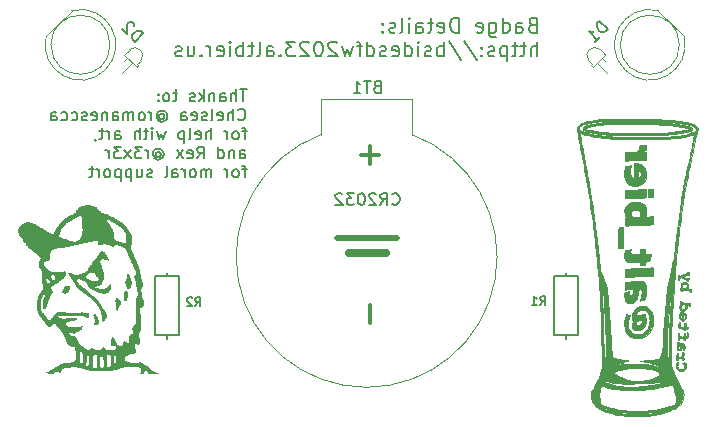
<source format=gbo>
%TF.GenerationSoftware,KiCad,Pcbnew,(6.0.11)*%
%TF.CreationDate,2023-10-05T20:18:08-05:00*%
%TF.ProjectId,BSidesDFW_2023_Badge,42536964-6573-4444-9657-5f323032335f,1*%
%TF.SameCoordinates,Original*%
%TF.FileFunction,Legend,Bot*%
%TF.FilePolarity,Positive*%
%FSLAX46Y46*%
G04 Gerber Fmt 4.6, Leading zero omitted, Abs format (unit mm)*
G04 Created by KiCad (PCBNEW (6.0.11)) date 2023-10-05 20:18:08*
%MOMM*%
%LPD*%
G01*
G04 APERTURE LIST*
G04 Aperture macros list*
%AMRotRect*
0 Rectangle, with rotation*
0 The origin of the aperture is its center*
0 $1 length*
0 $2 width*
0 $3 Rotation angle, in degrees counterclockwise*
0 Add horizontal line*
21,1,$1,$2,0,0,$3*%
G04 Aperture macros list end*
%ADD10C,0.200000*%
%ADD11C,0.150000*%
%ADD12C,0.300000*%
%ADD13C,0.120000*%
%ADD14C,0.500000*%
%ADD15C,0.700000*%
%ADD16C,0.010000*%
%ADD17R,1.700000X1.700000*%
%ADD18C,1.700000*%
%ADD19RotRect,1.800000X1.800000X315.000000*%
%ADD20C,1.800000*%
%ADD21C,1.400000*%
%ADD22RotRect,1.800000X1.800000X225.000000*%
G04 APERTURE END LIST*
D10*
X129155714Y-105204464D02*
X128977142Y-105263988D01*
X128917619Y-105323511D01*
X128858095Y-105442559D01*
X128858095Y-105621130D01*
X128917619Y-105740178D01*
X128977142Y-105799702D01*
X129096190Y-105859226D01*
X129572380Y-105859226D01*
X129572380Y-104609226D01*
X129155714Y-104609226D01*
X129036666Y-104668750D01*
X128977142Y-104728273D01*
X128917619Y-104847321D01*
X128917619Y-104966369D01*
X128977142Y-105085416D01*
X129036666Y-105144940D01*
X129155714Y-105204464D01*
X129572380Y-105204464D01*
X127786666Y-105859226D02*
X127786666Y-105204464D01*
X127846190Y-105085416D01*
X127965238Y-105025892D01*
X128203333Y-105025892D01*
X128322380Y-105085416D01*
X127786666Y-105799702D02*
X127905714Y-105859226D01*
X128203333Y-105859226D01*
X128322380Y-105799702D01*
X128381904Y-105680654D01*
X128381904Y-105561607D01*
X128322380Y-105442559D01*
X128203333Y-105383035D01*
X127905714Y-105383035D01*
X127786666Y-105323511D01*
X126655714Y-105859226D02*
X126655714Y-104609226D01*
X126655714Y-105799702D02*
X126774761Y-105859226D01*
X127012857Y-105859226D01*
X127131904Y-105799702D01*
X127191428Y-105740178D01*
X127250952Y-105621130D01*
X127250952Y-105263988D01*
X127191428Y-105144940D01*
X127131904Y-105085416D01*
X127012857Y-105025892D01*
X126774761Y-105025892D01*
X126655714Y-105085416D01*
X125524761Y-105025892D02*
X125524761Y-106037797D01*
X125584285Y-106156845D01*
X125643809Y-106216369D01*
X125762857Y-106275892D01*
X125941428Y-106275892D01*
X126060476Y-106216369D01*
X125524761Y-105799702D02*
X125643809Y-105859226D01*
X125881904Y-105859226D01*
X126000952Y-105799702D01*
X126060476Y-105740178D01*
X126120000Y-105621130D01*
X126120000Y-105263988D01*
X126060476Y-105144940D01*
X126000952Y-105085416D01*
X125881904Y-105025892D01*
X125643809Y-105025892D01*
X125524761Y-105085416D01*
X124453333Y-105799702D02*
X124572380Y-105859226D01*
X124810476Y-105859226D01*
X124929523Y-105799702D01*
X124989047Y-105680654D01*
X124989047Y-105204464D01*
X124929523Y-105085416D01*
X124810476Y-105025892D01*
X124572380Y-105025892D01*
X124453333Y-105085416D01*
X124393809Y-105204464D01*
X124393809Y-105323511D01*
X124989047Y-105442559D01*
X122905714Y-105859226D02*
X122905714Y-104609226D01*
X122608095Y-104609226D01*
X122429523Y-104668750D01*
X122310476Y-104787797D01*
X122250952Y-104906845D01*
X122191428Y-105144940D01*
X122191428Y-105323511D01*
X122250952Y-105561607D01*
X122310476Y-105680654D01*
X122429523Y-105799702D01*
X122608095Y-105859226D01*
X122905714Y-105859226D01*
X121179523Y-105799702D02*
X121298571Y-105859226D01*
X121536666Y-105859226D01*
X121655714Y-105799702D01*
X121715238Y-105680654D01*
X121715238Y-105204464D01*
X121655714Y-105085416D01*
X121536666Y-105025892D01*
X121298571Y-105025892D01*
X121179523Y-105085416D01*
X121120000Y-105204464D01*
X121120000Y-105323511D01*
X121715238Y-105442559D01*
X120762857Y-105025892D02*
X120286666Y-105025892D01*
X120584285Y-104609226D02*
X120584285Y-105680654D01*
X120524761Y-105799702D01*
X120405714Y-105859226D01*
X120286666Y-105859226D01*
X119334285Y-105859226D02*
X119334285Y-105204464D01*
X119393809Y-105085416D01*
X119512857Y-105025892D01*
X119750952Y-105025892D01*
X119870000Y-105085416D01*
X119334285Y-105799702D02*
X119453333Y-105859226D01*
X119750952Y-105859226D01*
X119870000Y-105799702D01*
X119929523Y-105680654D01*
X119929523Y-105561607D01*
X119870000Y-105442559D01*
X119750952Y-105383035D01*
X119453333Y-105383035D01*
X119334285Y-105323511D01*
X118739047Y-105859226D02*
X118739047Y-105025892D01*
X118739047Y-104609226D02*
X118798571Y-104668750D01*
X118739047Y-104728273D01*
X118679523Y-104668750D01*
X118739047Y-104609226D01*
X118739047Y-104728273D01*
X117965238Y-105859226D02*
X118084285Y-105799702D01*
X118143809Y-105680654D01*
X118143809Y-104609226D01*
X117548571Y-105799702D02*
X117429523Y-105859226D01*
X117191428Y-105859226D01*
X117072380Y-105799702D01*
X117012857Y-105680654D01*
X117012857Y-105621130D01*
X117072380Y-105502083D01*
X117191428Y-105442559D01*
X117370000Y-105442559D01*
X117489047Y-105383035D01*
X117548571Y-105263988D01*
X117548571Y-105204464D01*
X117489047Y-105085416D01*
X117370000Y-105025892D01*
X117191428Y-105025892D01*
X117072380Y-105085416D01*
X116477142Y-105740178D02*
X116417619Y-105799702D01*
X116477142Y-105859226D01*
X116536666Y-105799702D01*
X116477142Y-105740178D01*
X116477142Y-105859226D01*
X116477142Y-105085416D02*
X116417619Y-105144940D01*
X116477142Y-105204464D01*
X116536666Y-105144940D01*
X116477142Y-105085416D01*
X116477142Y-105204464D01*
X129572380Y-107871726D02*
X129572380Y-106621726D01*
X129036666Y-107871726D02*
X129036666Y-107216964D01*
X129096190Y-107097916D01*
X129215238Y-107038392D01*
X129393809Y-107038392D01*
X129512857Y-107097916D01*
X129572380Y-107157440D01*
X128620000Y-107038392D02*
X128143809Y-107038392D01*
X128441428Y-106621726D02*
X128441428Y-107693154D01*
X128381904Y-107812202D01*
X128262857Y-107871726D01*
X128143809Y-107871726D01*
X127905714Y-107038392D02*
X127429523Y-107038392D01*
X127727142Y-106621726D02*
X127727142Y-107693154D01*
X127667619Y-107812202D01*
X127548571Y-107871726D01*
X127429523Y-107871726D01*
X127012857Y-107038392D02*
X127012857Y-108288392D01*
X127012857Y-107097916D02*
X126893809Y-107038392D01*
X126655714Y-107038392D01*
X126536666Y-107097916D01*
X126477142Y-107157440D01*
X126417619Y-107276488D01*
X126417619Y-107633630D01*
X126477142Y-107752678D01*
X126536666Y-107812202D01*
X126655714Y-107871726D01*
X126893809Y-107871726D01*
X127012857Y-107812202D01*
X125941428Y-107812202D02*
X125822380Y-107871726D01*
X125584285Y-107871726D01*
X125465238Y-107812202D01*
X125405714Y-107693154D01*
X125405714Y-107633630D01*
X125465238Y-107514583D01*
X125584285Y-107455059D01*
X125762857Y-107455059D01*
X125881904Y-107395535D01*
X125941428Y-107276488D01*
X125941428Y-107216964D01*
X125881904Y-107097916D01*
X125762857Y-107038392D01*
X125584285Y-107038392D01*
X125465238Y-107097916D01*
X124870000Y-107752678D02*
X124810476Y-107812202D01*
X124870000Y-107871726D01*
X124929523Y-107812202D01*
X124870000Y-107752678D01*
X124870000Y-107871726D01*
X124870000Y-107097916D02*
X124810476Y-107157440D01*
X124870000Y-107216964D01*
X124929523Y-107157440D01*
X124870000Y-107097916D01*
X124870000Y-107216964D01*
X123381904Y-106562202D02*
X124453333Y-108169345D01*
X122072380Y-106562202D02*
X123143809Y-108169345D01*
X121655714Y-107871726D02*
X121655714Y-106621726D01*
X121655714Y-107097916D02*
X121536666Y-107038392D01*
X121298571Y-107038392D01*
X121179523Y-107097916D01*
X121120000Y-107157440D01*
X121060476Y-107276488D01*
X121060476Y-107633630D01*
X121120000Y-107752678D01*
X121179523Y-107812202D01*
X121298571Y-107871726D01*
X121536666Y-107871726D01*
X121655714Y-107812202D01*
X120584285Y-107812202D02*
X120465238Y-107871726D01*
X120227142Y-107871726D01*
X120108095Y-107812202D01*
X120048571Y-107693154D01*
X120048571Y-107633630D01*
X120108095Y-107514583D01*
X120227142Y-107455059D01*
X120405714Y-107455059D01*
X120524761Y-107395535D01*
X120584285Y-107276488D01*
X120584285Y-107216964D01*
X120524761Y-107097916D01*
X120405714Y-107038392D01*
X120227142Y-107038392D01*
X120108095Y-107097916D01*
X119512857Y-107871726D02*
X119512857Y-107038392D01*
X119512857Y-106621726D02*
X119572380Y-106681250D01*
X119512857Y-106740773D01*
X119453333Y-106681250D01*
X119512857Y-106621726D01*
X119512857Y-106740773D01*
X118381904Y-107871726D02*
X118381904Y-106621726D01*
X118381904Y-107812202D02*
X118500952Y-107871726D01*
X118739047Y-107871726D01*
X118858095Y-107812202D01*
X118917619Y-107752678D01*
X118977142Y-107633630D01*
X118977142Y-107276488D01*
X118917619Y-107157440D01*
X118858095Y-107097916D01*
X118739047Y-107038392D01*
X118500952Y-107038392D01*
X118381904Y-107097916D01*
X117310476Y-107812202D02*
X117429523Y-107871726D01*
X117667619Y-107871726D01*
X117786666Y-107812202D01*
X117846190Y-107693154D01*
X117846190Y-107216964D01*
X117786666Y-107097916D01*
X117667619Y-107038392D01*
X117429523Y-107038392D01*
X117310476Y-107097916D01*
X117250952Y-107216964D01*
X117250952Y-107336011D01*
X117846190Y-107455059D01*
X116774761Y-107812202D02*
X116655714Y-107871726D01*
X116417619Y-107871726D01*
X116298571Y-107812202D01*
X116239047Y-107693154D01*
X116239047Y-107633630D01*
X116298571Y-107514583D01*
X116417619Y-107455059D01*
X116596190Y-107455059D01*
X116715238Y-107395535D01*
X116774761Y-107276488D01*
X116774761Y-107216964D01*
X116715238Y-107097916D01*
X116596190Y-107038392D01*
X116417619Y-107038392D01*
X116298571Y-107097916D01*
X115167619Y-107871726D02*
X115167619Y-106621726D01*
X115167619Y-107812202D02*
X115286666Y-107871726D01*
X115524761Y-107871726D01*
X115643809Y-107812202D01*
X115703333Y-107752678D01*
X115762857Y-107633630D01*
X115762857Y-107276488D01*
X115703333Y-107157440D01*
X115643809Y-107097916D01*
X115524761Y-107038392D01*
X115286666Y-107038392D01*
X115167619Y-107097916D01*
X114750952Y-107038392D02*
X114274761Y-107038392D01*
X114572380Y-107871726D02*
X114572380Y-106800297D01*
X114512857Y-106681250D01*
X114393809Y-106621726D01*
X114274761Y-106621726D01*
X113977142Y-107038392D02*
X113739047Y-107871726D01*
X113500952Y-107276488D01*
X113262857Y-107871726D01*
X113024761Y-107038392D01*
X112608095Y-106740773D02*
X112548571Y-106681250D01*
X112429523Y-106621726D01*
X112131904Y-106621726D01*
X112012857Y-106681250D01*
X111953333Y-106740773D01*
X111893809Y-106859821D01*
X111893809Y-106978869D01*
X111953333Y-107157440D01*
X112667619Y-107871726D01*
X111893809Y-107871726D01*
X111120000Y-106621726D02*
X111000952Y-106621726D01*
X110881904Y-106681250D01*
X110822380Y-106740773D01*
X110762857Y-106859821D01*
X110703333Y-107097916D01*
X110703333Y-107395535D01*
X110762857Y-107633630D01*
X110822380Y-107752678D01*
X110881904Y-107812202D01*
X111000952Y-107871726D01*
X111120000Y-107871726D01*
X111239047Y-107812202D01*
X111298571Y-107752678D01*
X111358095Y-107633630D01*
X111417619Y-107395535D01*
X111417619Y-107097916D01*
X111358095Y-106859821D01*
X111298571Y-106740773D01*
X111239047Y-106681250D01*
X111120000Y-106621726D01*
X110227142Y-106740773D02*
X110167619Y-106681250D01*
X110048571Y-106621726D01*
X109750952Y-106621726D01*
X109631904Y-106681250D01*
X109572380Y-106740773D01*
X109512857Y-106859821D01*
X109512857Y-106978869D01*
X109572380Y-107157440D01*
X110286666Y-107871726D01*
X109512857Y-107871726D01*
X109096190Y-106621726D02*
X108322380Y-106621726D01*
X108739047Y-107097916D01*
X108560476Y-107097916D01*
X108441428Y-107157440D01*
X108381904Y-107216964D01*
X108322380Y-107336011D01*
X108322380Y-107633630D01*
X108381904Y-107752678D01*
X108441428Y-107812202D01*
X108560476Y-107871726D01*
X108917619Y-107871726D01*
X109036666Y-107812202D01*
X109096190Y-107752678D01*
X107786666Y-107752678D02*
X107727142Y-107812202D01*
X107786666Y-107871726D01*
X107846190Y-107812202D01*
X107786666Y-107752678D01*
X107786666Y-107871726D01*
X106655714Y-107871726D02*
X106655714Y-107216964D01*
X106715238Y-107097916D01*
X106834285Y-107038392D01*
X107072380Y-107038392D01*
X107191428Y-107097916D01*
X106655714Y-107812202D02*
X106774761Y-107871726D01*
X107072380Y-107871726D01*
X107191428Y-107812202D01*
X107250952Y-107693154D01*
X107250952Y-107574107D01*
X107191428Y-107455059D01*
X107072380Y-107395535D01*
X106774761Y-107395535D01*
X106655714Y-107336011D01*
X105881904Y-107871726D02*
X106000952Y-107812202D01*
X106060476Y-107693154D01*
X106060476Y-106621726D01*
X105584285Y-107038392D02*
X105108095Y-107038392D01*
X105405714Y-106621726D02*
X105405714Y-107693154D01*
X105346190Y-107812202D01*
X105227142Y-107871726D01*
X105108095Y-107871726D01*
X104691428Y-107871726D02*
X104691428Y-106621726D01*
X104691428Y-107097916D02*
X104572380Y-107038392D01*
X104334285Y-107038392D01*
X104215238Y-107097916D01*
X104155714Y-107157440D01*
X104096190Y-107276488D01*
X104096190Y-107633630D01*
X104155714Y-107752678D01*
X104215238Y-107812202D01*
X104334285Y-107871726D01*
X104572380Y-107871726D01*
X104691428Y-107812202D01*
X103560476Y-107871726D02*
X103560476Y-107038392D01*
X103560476Y-106621726D02*
X103620000Y-106681250D01*
X103560476Y-106740773D01*
X103500952Y-106681250D01*
X103560476Y-106621726D01*
X103560476Y-106740773D01*
X102489047Y-107812202D02*
X102608095Y-107871726D01*
X102846190Y-107871726D01*
X102965238Y-107812202D01*
X103024761Y-107693154D01*
X103024761Y-107216964D01*
X102965238Y-107097916D01*
X102846190Y-107038392D01*
X102608095Y-107038392D01*
X102489047Y-107097916D01*
X102429523Y-107216964D01*
X102429523Y-107336011D01*
X103024761Y-107455059D01*
X101893809Y-107871726D02*
X101893809Y-107038392D01*
X101893809Y-107276488D02*
X101834285Y-107157440D01*
X101774761Y-107097916D01*
X101655714Y-107038392D01*
X101536666Y-107038392D01*
X101120000Y-107752678D02*
X101060476Y-107812202D01*
X101120000Y-107871726D01*
X101179523Y-107812202D01*
X101120000Y-107752678D01*
X101120000Y-107871726D01*
X99989047Y-107038392D02*
X99989047Y-107871726D01*
X100524761Y-107038392D02*
X100524761Y-107693154D01*
X100465238Y-107812202D01*
X100346190Y-107871726D01*
X100167619Y-107871726D01*
X100048571Y-107812202D01*
X99989047Y-107752678D01*
X99453333Y-107812202D02*
X99334285Y-107871726D01*
X99096190Y-107871726D01*
X98977142Y-107812202D01*
X98917619Y-107693154D01*
X98917619Y-107633630D01*
X98977142Y-107514583D01*
X99096190Y-107455059D01*
X99274761Y-107455059D01*
X99393809Y-107395535D01*
X99453333Y-107276488D01*
X99453333Y-107216964D01*
X99393809Y-107097916D01*
X99274761Y-107038392D01*
X99096190Y-107038392D01*
X98977142Y-107097916D01*
D11*
X104957261Y-110682380D02*
X104385833Y-110682380D01*
X104671547Y-111682380D02*
X104671547Y-110682380D01*
X104052500Y-111682380D02*
X104052500Y-110682380D01*
X103623928Y-111682380D02*
X103623928Y-111158571D01*
X103671547Y-111063333D01*
X103766785Y-111015714D01*
X103909642Y-111015714D01*
X104004880Y-111063333D01*
X104052500Y-111110952D01*
X102719166Y-111682380D02*
X102719166Y-111158571D01*
X102766785Y-111063333D01*
X102862023Y-111015714D01*
X103052500Y-111015714D01*
X103147738Y-111063333D01*
X102719166Y-111634761D02*
X102814404Y-111682380D01*
X103052500Y-111682380D01*
X103147738Y-111634761D01*
X103195357Y-111539523D01*
X103195357Y-111444285D01*
X103147738Y-111349047D01*
X103052500Y-111301428D01*
X102814404Y-111301428D01*
X102719166Y-111253809D01*
X102242976Y-111015714D02*
X102242976Y-111682380D01*
X102242976Y-111110952D02*
X102195357Y-111063333D01*
X102100119Y-111015714D01*
X101957261Y-111015714D01*
X101862023Y-111063333D01*
X101814404Y-111158571D01*
X101814404Y-111682380D01*
X101338214Y-111682380D02*
X101338214Y-110682380D01*
X101242976Y-111301428D02*
X100957261Y-111682380D01*
X100957261Y-111015714D02*
X101338214Y-111396666D01*
X100576309Y-111634761D02*
X100481071Y-111682380D01*
X100290595Y-111682380D01*
X100195357Y-111634761D01*
X100147738Y-111539523D01*
X100147738Y-111491904D01*
X100195357Y-111396666D01*
X100290595Y-111349047D01*
X100433452Y-111349047D01*
X100528690Y-111301428D01*
X100576309Y-111206190D01*
X100576309Y-111158571D01*
X100528690Y-111063333D01*
X100433452Y-111015714D01*
X100290595Y-111015714D01*
X100195357Y-111063333D01*
X99100119Y-111015714D02*
X98719166Y-111015714D01*
X98957261Y-110682380D02*
X98957261Y-111539523D01*
X98909642Y-111634761D01*
X98814404Y-111682380D01*
X98719166Y-111682380D01*
X98242976Y-111682380D02*
X98338214Y-111634761D01*
X98385833Y-111587142D01*
X98433452Y-111491904D01*
X98433452Y-111206190D01*
X98385833Y-111110952D01*
X98338214Y-111063333D01*
X98242976Y-111015714D01*
X98100119Y-111015714D01*
X98004880Y-111063333D01*
X97957261Y-111110952D01*
X97909642Y-111206190D01*
X97909642Y-111491904D01*
X97957261Y-111587142D01*
X98004880Y-111634761D01*
X98100119Y-111682380D01*
X98242976Y-111682380D01*
X97481071Y-111587142D02*
X97433452Y-111634761D01*
X97481071Y-111682380D01*
X97528690Y-111634761D01*
X97481071Y-111587142D01*
X97481071Y-111682380D01*
X97481071Y-111063333D02*
X97433452Y-111110952D01*
X97481071Y-111158571D01*
X97528690Y-111110952D01*
X97481071Y-111063333D01*
X97481071Y-111158571D01*
X104242976Y-113197142D02*
X104290595Y-113244761D01*
X104433452Y-113292380D01*
X104528690Y-113292380D01*
X104671547Y-113244761D01*
X104766785Y-113149523D01*
X104814404Y-113054285D01*
X104862023Y-112863809D01*
X104862023Y-112720952D01*
X104814404Y-112530476D01*
X104766785Y-112435238D01*
X104671547Y-112340000D01*
X104528690Y-112292380D01*
X104433452Y-112292380D01*
X104290595Y-112340000D01*
X104242976Y-112387619D01*
X103814404Y-113292380D02*
X103814404Y-112292380D01*
X103385833Y-113292380D02*
X103385833Y-112768571D01*
X103433452Y-112673333D01*
X103528690Y-112625714D01*
X103671547Y-112625714D01*
X103766785Y-112673333D01*
X103814404Y-112720952D01*
X102528690Y-113244761D02*
X102623928Y-113292380D01*
X102814404Y-113292380D01*
X102909642Y-113244761D01*
X102957261Y-113149523D01*
X102957261Y-112768571D01*
X102909642Y-112673333D01*
X102814404Y-112625714D01*
X102623928Y-112625714D01*
X102528690Y-112673333D01*
X102481071Y-112768571D01*
X102481071Y-112863809D01*
X102957261Y-112959047D01*
X101909642Y-113292380D02*
X102004880Y-113244761D01*
X102052500Y-113149523D01*
X102052500Y-112292380D01*
X101576309Y-113244761D02*
X101481071Y-113292380D01*
X101290595Y-113292380D01*
X101195357Y-113244761D01*
X101147738Y-113149523D01*
X101147738Y-113101904D01*
X101195357Y-113006666D01*
X101290595Y-112959047D01*
X101433452Y-112959047D01*
X101528690Y-112911428D01*
X101576309Y-112816190D01*
X101576309Y-112768571D01*
X101528690Y-112673333D01*
X101433452Y-112625714D01*
X101290595Y-112625714D01*
X101195357Y-112673333D01*
X100338214Y-113244761D02*
X100433452Y-113292380D01*
X100623928Y-113292380D01*
X100719166Y-113244761D01*
X100766785Y-113149523D01*
X100766785Y-112768571D01*
X100719166Y-112673333D01*
X100623928Y-112625714D01*
X100433452Y-112625714D01*
X100338214Y-112673333D01*
X100290595Y-112768571D01*
X100290595Y-112863809D01*
X100766785Y-112959047D01*
X99433452Y-113292380D02*
X99433452Y-112768571D01*
X99481071Y-112673333D01*
X99576309Y-112625714D01*
X99766785Y-112625714D01*
X99862023Y-112673333D01*
X99433452Y-113244761D02*
X99528690Y-113292380D01*
X99766785Y-113292380D01*
X99862023Y-113244761D01*
X99909642Y-113149523D01*
X99909642Y-113054285D01*
X99862023Y-112959047D01*
X99766785Y-112911428D01*
X99528690Y-112911428D01*
X99433452Y-112863809D01*
X97576309Y-112816190D02*
X97623928Y-112768571D01*
X97719166Y-112720952D01*
X97814404Y-112720952D01*
X97909642Y-112768571D01*
X97957261Y-112816190D01*
X98004880Y-112911428D01*
X98004880Y-113006666D01*
X97957261Y-113101904D01*
X97909642Y-113149523D01*
X97814404Y-113197142D01*
X97719166Y-113197142D01*
X97623928Y-113149523D01*
X97576309Y-113101904D01*
X97576309Y-112720952D02*
X97576309Y-113101904D01*
X97528690Y-113149523D01*
X97481071Y-113149523D01*
X97385833Y-113101904D01*
X97338214Y-113006666D01*
X97338214Y-112768571D01*
X97433452Y-112625714D01*
X97576309Y-112530476D01*
X97766785Y-112482857D01*
X97957261Y-112530476D01*
X98100119Y-112625714D01*
X98195357Y-112768571D01*
X98242976Y-112959047D01*
X98195357Y-113149523D01*
X98100119Y-113292380D01*
X97957261Y-113387619D01*
X97766785Y-113435238D01*
X97576309Y-113387619D01*
X97433452Y-113292380D01*
X96909642Y-113292380D02*
X96909642Y-112625714D01*
X96909642Y-112816190D02*
X96862023Y-112720952D01*
X96814404Y-112673333D01*
X96719166Y-112625714D01*
X96623928Y-112625714D01*
X96147738Y-113292380D02*
X96242976Y-113244761D01*
X96290595Y-113197142D01*
X96338214Y-113101904D01*
X96338214Y-112816190D01*
X96290595Y-112720952D01*
X96242976Y-112673333D01*
X96147738Y-112625714D01*
X96004880Y-112625714D01*
X95909642Y-112673333D01*
X95862023Y-112720952D01*
X95814404Y-112816190D01*
X95814404Y-113101904D01*
X95862023Y-113197142D01*
X95909642Y-113244761D01*
X96004880Y-113292380D01*
X96147738Y-113292380D01*
X95385833Y-113292380D02*
X95385833Y-112625714D01*
X95385833Y-112720952D02*
X95338214Y-112673333D01*
X95242976Y-112625714D01*
X95100119Y-112625714D01*
X95004880Y-112673333D01*
X94957261Y-112768571D01*
X94957261Y-113292380D01*
X94957261Y-112768571D02*
X94909642Y-112673333D01*
X94814404Y-112625714D01*
X94671547Y-112625714D01*
X94576309Y-112673333D01*
X94528690Y-112768571D01*
X94528690Y-113292380D01*
X93623928Y-113292380D02*
X93623928Y-112768571D01*
X93671547Y-112673333D01*
X93766785Y-112625714D01*
X93957261Y-112625714D01*
X94052500Y-112673333D01*
X93623928Y-113244761D02*
X93719166Y-113292380D01*
X93957261Y-113292380D01*
X94052500Y-113244761D01*
X94100119Y-113149523D01*
X94100119Y-113054285D01*
X94052500Y-112959047D01*
X93957261Y-112911428D01*
X93719166Y-112911428D01*
X93623928Y-112863809D01*
X93147738Y-112625714D02*
X93147738Y-113292380D01*
X93147738Y-112720952D02*
X93100119Y-112673333D01*
X93004880Y-112625714D01*
X92862023Y-112625714D01*
X92766785Y-112673333D01*
X92719166Y-112768571D01*
X92719166Y-113292380D01*
X91862023Y-113244761D02*
X91957261Y-113292380D01*
X92147738Y-113292380D01*
X92242976Y-113244761D01*
X92290595Y-113149523D01*
X92290595Y-112768571D01*
X92242976Y-112673333D01*
X92147738Y-112625714D01*
X91957261Y-112625714D01*
X91862023Y-112673333D01*
X91814404Y-112768571D01*
X91814404Y-112863809D01*
X92290595Y-112959047D01*
X91433452Y-113244761D02*
X91338214Y-113292380D01*
X91147738Y-113292380D01*
X91052500Y-113244761D01*
X91004880Y-113149523D01*
X91004880Y-113101904D01*
X91052500Y-113006666D01*
X91147738Y-112959047D01*
X91290595Y-112959047D01*
X91385833Y-112911428D01*
X91433452Y-112816190D01*
X91433452Y-112768571D01*
X91385833Y-112673333D01*
X91290595Y-112625714D01*
X91147738Y-112625714D01*
X91052500Y-112673333D01*
X90147738Y-113244761D02*
X90242976Y-113292380D01*
X90433452Y-113292380D01*
X90528690Y-113244761D01*
X90576309Y-113197142D01*
X90623928Y-113101904D01*
X90623928Y-112816190D01*
X90576309Y-112720952D01*
X90528690Y-112673333D01*
X90433452Y-112625714D01*
X90242976Y-112625714D01*
X90147738Y-112673333D01*
X89290595Y-113244761D02*
X89385833Y-113292380D01*
X89576309Y-113292380D01*
X89671547Y-113244761D01*
X89719166Y-113197142D01*
X89766785Y-113101904D01*
X89766785Y-112816190D01*
X89719166Y-112720952D01*
X89671547Y-112673333D01*
X89576309Y-112625714D01*
X89385833Y-112625714D01*
X89290595Y-112673333D01*
X88433452Y-113292380D02*
X88433452Y-112768571D01*
X88481071Y-112673333D01*
X88576309Y-112625714D01*
X88766785Y-112625714D01*
X88862023Y-112673333D01*
X88433452Y-113244761D02*
X88528690Y-113292380D01*
X88766785Y-113292380D01*
X88862023Y-113244761D01*
X88909642Y-113149523D01*
X88909642Y-113054285D01*
X88862023Y-112959047D01*
X88766785Y-112911428D01*
X88528690Y-112911428D01*
X88433452Y-112863809D01*
X104957261Y-114235714D02*
X104576309Y-114235714D01*
X104814404Y-114902380D02*
X104814404Y-114045238D01*
X104766785Y-113950000D01*
X104671547Y-113902380D01*
X104576309Y-113902380D01*
X104100119Y-114902380D02*
X104195357Y-114854761D01*
X104242976Y-114807142D01*
X104290595Y-114711904D01*
X104290595Y-114426190D01*
X104242976Y-114330952D01*
X104195357Y-114283333D01*
X104100119Y-114235714D01*
X103957261Y-114235714D01*
X103862023Y-114283333D01*
X103814404Y-114330952D01*
X103766785Y-114426190D01*
X103766785Y-114711904D01*
X103814404Y-114807142D01*
X103862023Y-114854761D01*
X103957261Y-114902380D01*
X104100119Y-114902380D01*
X103338214Y-114902380D02*
X103338214Y-114235714D01*
X103338214Y-114426190D02*
X103290595Y-114330952D01*
X103242976Y-114283333D01*
X103147738Y-114235714D01*
X103052500Y-114235714D01*
X101957261Y-114902380D02*
X101957261Y-113902380D01*
X101528690Y-114902380D02*
X101528690Y-114378571D01*
X101576309Y-114283333D01*
X101671547Y-114235714D01*
X101814404Y-114235714D01*
X101909642Y-114283333D01*
X101957261Y-114330952D01*
X100671547Y-114854761D02*
X100766785Y-114902380D01*
X100957261Y-114902380D01*
X101052500Y-114854761D01*
X101100119Y-114759523D01*
X101100119Y-114378571D01*
X101052500Y-114283333D01*
X100957261Y-114235714D01*
X100766785Y-114235714D01*
X100671547Y-114283333D01*
X100623928Y-114378571D01*
X100623928Y-114473809D01*
X101100119Y-114569047D01*
X100052500Y-114902380D02*
X100147738Y-114854761D01*
X100195357Y-114759523D01*
X100195357Y-113902380D01*
X99671547Y-114235714D02*
X99671547Y-115235714D01*
X99671547Y-114283333D02*
X99576309Y-114235714D01*
X99385833Y-114235714D01*
X99290595Y-114283333D01*
X99242976Y-114330952D01*
X99195357Y-114426190D01*
X99195357Y-114711904D01*
X99242976Y-114807142D01*
X99290595Y-114854761D01*
X99385833Y-114902380D01*
X99576309Y-114902380D01*
X99671547Y-114854761D01*
X98100119Y-114235714D02*
X97909642Y-114902380D01*
X97719166Y-114426190D01*
X97528690Y-114902380D01*
X97338214Y-114235714D01*
X96957261Y-114902380D02*
X96957261Y-114235714D01*
X96957261Y-113902380D02*
X97004880Y-113950000D01*
X96957261Y-113997619D01*
X96909642Y-113950000D01*
X96957261Y-113902380D01*
X96957261Y-113997619D01*
X96623928Y-114235714D02*
X96242976Y-114235714D01*
X96481071Y-113902380D02*
X96481071Y-114759523D01*
X96433452Y-114854761D01*
X96338214Y-114902380D01*
X96242976Y-114902380D01*
X95909642Y-114902380D02*
X95909642Y-113902380D01*
X95481071Y-114902380D02*
X95481071Y-114378571D01*
X95528690Y-114283333D01*
X95623928Y-114235714D01*
X95766785Y-114235714D01*
X95862023Y-114283333D01*
X95909642Y-114330952D01*
X93814404Y-114902380D02*
X93814404Y-114378571D01*
X93862023Y-114283333D01*
X93957261Y-114235714D01*
X94147738Y-114235714D01*
X94242976Y-114283333D01*
X93814404Y-114854761D02*
X93909642Y-114902380D01*
X94147738Y-114902380D01*
X94242976Y-114854761D01*
X94290595Y-114759523D01*
X94290595Y-114664285D01*
X94242976Y-114569047D01*
X94147738Y-114521428D01*
X93909642Y-114521428D01*
X93814404Y-114473809D01*
X93338214Y-114902380D02*
X93338214Y-114235714D01*
X93338214Y-114426190D02*
X93290595Y-114330952D01*
X93242976Y-114283333D01*
X93147738Y-114235714D01*
X93052500Y-114235714D01*
X92862023Y-114235714D02*
X92481071Y-114235714D01*
X92719166Y-113902380D02*
X92719166Y-114759523D01*
X92671547Y-114854761D01*
X92576309Y-114902380D01*
X92481071Y-114902380D01*
X92100119Y-114854761D02*
X92100119Y-114902380D01*
X92147738Y-114997619D01*
X92195357Y-115045238D01*
X104385833Y-116512380D02*
X104385833Y-115988571D01*
X104433452Y-115893333D01*
X104528690Y-115845714D01*
X104719166Y-115845714D01*
X104814404Y-115893333D01*
X104385833Y-116464761D02*
X104481071Y-116512380D01*
X104719166Y-116512380D01*
X104814404Y-116464761D01*
X104862023Y-116369523D01*
X104862023Y-116274285D01*
X104814404Y-116179047D01*
X104719166Y-116131428D01*
X104481071Y-116131428D01*
X104385833Y-116083809D01*
X103909642Y-115845714D02*
X103909642Y-116512380D01*
X103909642Y-115940952D02*
X103862023Y-115893333D01*
X103766785Y-115845714D01*
X103623928Y-115845714D01*
X103528690Y-115893333D01*
X103481071Y-115988571D01*
X103481071Y-116512380D01*
X102576309Y-116512380D02*
X102576309Y-115512380D01*
X102576309Y-116464761D02*
X102671547Y-116512380D01*
X102862023Y-116512380D01*
X102957261Y-116464761D01*
X103004880Y-116417142D01*
X103052500Y-116321904D01*
X103052500Y-116036190D01*
X103004880Y-115940952D01*
X102957261Y-115893333D01*
X102862023Y-115845714D01*
X102671547Y-115845714D01*
X102576309Y-115893333D01*
X100766785Y-116512380D02*
X101100119Y-116036190D01*
X101338214Y-116512380D02*
X101338214Y-115512380D01*
X100957261Y-115512380D01*
X100862023Y-115560000D01*
X100814404Y-115607619D01*
X100766785Y-115702857D01*
X100766785Y-115845714D01*
X100814404Y-115940952D01*
X100862023Y-115988571D01*
X100957261Y-116036190D01*
X101338214Y-116036190D01*
X99957261Y-116464761D02*
X100052500Y-116512380D01*
X100242976Y-116512380D01*
X100338214Y-116464761D01*
X100385833Y-116369523D01*
X100385833Y-115988571D01*
X100338214Y-115893333D01*
X100242976Y-115845714D01*
X100052500Y-115845714D01*
X99957261Y-115893333D01*
X99909642Y-115988571D01*
X99909642Y-116083809D01*
X100385833Y-116179047D01*
X99576309Y-116512380D02*
X99052500Y-115845714D01*
X99576309Y-115845714D02*
X99052500Y-116512380D01*
X97290595Y-116036190D02*
X97338214Y-115988571D01*
X97433452Y-115940952D01*
X97528690Y-115940952D01*
X97623928Y-115988571D01*
X97671547Y-116036190D01*
X97719166Y-116131428D01*
X97719166Y-116226666D01*
X97671547Y-116321904D01*
X97623928Y-116369523D01*
X97528690Y-116417142D01*
X97433452Y-116417142D01*
X97338214Y-116369523D01*
X97290595Y-116321904D01*
X97290595Y-115940952D02*
X97290595Y-116321904D01*
X97242976Y-116369523D01*
X97195357Y-116369523D01*
X97100119Y-116321904D01*
X97052500Y-116226666D01*
X97052500Y-115988571D01*
X97147738Y-115845714D01*
X97290595Y-115750476D01*
X97481071Y-115702857D01*
X97671547Y-115750476D01*
X97814404Y-115845714D01*
X97909642Y-115988571D01*
X97957261Y-116179047D01*
X97909642Y-116369523D01*
X97814404Y-116512380D01*
X97671547Y-116607619D01*
X97481071Y-116655238D01*
X97290595Y-116607619D01*
X97147738Y-116512380D01*
X96623928Y-116512380D02*
X96623928Y-115845714D01*
X96623928Y-116036190D02*
X96576309Y-115940952D01*
X96528690Y-115893333D01*
X96433452Y-115845714D01*
X96338214Y-115845714D01*
X96100119Y-115512380D02*
X95481071Y-115512380D01*
X95814404Y-115893333D01*
X95671547Y-115893333D01*
X95576309Y-115940952D01*
X95528690Y-115988571D01*
X95481071Y-116083809D01*
X95481071Y-116321904D01*
X95528690Y-116417142D01*
X95576309Y-116464761D01*
X95671547Y-116512380D01*
X95957261Y-116512380D01*
X96052500Y-116464761D01*
X96100119Y-116417142D01*
X95147738Y-116512380D02*
X94623928Y-115845714D01*
X95147738Y-115845714D02*
X94623928Y-116512380D01*
X94338214Y-115512380D02*
X93719166Y-115512380D01*
X94052500Y-115893333D01*
X93909642Y-115893333D01*
X93814404Y-115940952D01*
X93766785Y-115988571D01*
X93719166Y-116083809D01*
X93719166Y-116321904D01*
X93766785Y-116417142D01*
X93814404Y-116464761D01*
X93909642Y-116512380D01*
X94195357Y-116512380D01*
X94290595Y-116464761D01*
X94338214Y-116417142D01*
X93290595Y-116512380D02*
X93290595Y-115845714D01*
X93290595Y-116036190D02*
X93242976Y-115940952D01*
X93195357Y-115893333D01*
X93100119Y-115845714D01*
X93004880Y-115845714D01*
X104957261Y-117455714D02*
X104576309Y-117455714D01*
X104814404Y-118122380D02*
X104814404Y-117265238D01*
X104766785Y-117170000D01*
X104671547Y-117122380D01*
X104576309Y-117122380D01*
X104100119Y-118122380D02*
X104195357Y-118074761D01*
X104242976Y-118027142D01*
X104290595Y-117931904D01*
X104290595Y-117646190D01*
X104242976Y-117550952D01*
X104195357Y-117503333D01*
X104100119Y-117455714D01*
X103957261Y-117455714D01*
X103862023Y-117503333D01*
X103814404Y-117550952D01*
X103766785Y-117646190D01*
X103766785Y-117931904D01*
X103814404Y-118027142D01*
X103862023Y-118074761D01*
X103957261Y-118122380D01*
X104100119Y-118122380D01*
X103338214Y-118122380D02*
X103338214Y-117455714D01*
X103338214Y-117646190D02*
X103290595Y-117550952D01*
X103242976Y-117503333D01*
X103147738Y-117455714D01*
X103052500Y-117455714D01*
X101957261Y-118122380D02*
X101957261Y-117455714D01*
X101957261Y-117550952D02*
X101909642Y-117503333D01*
X101814404Y-117455714D01*
X101671547Y-117455714D01*
X101576309Y-117503333D01*
X101528690Y-117598571D01*
X101528690Y-118122380D01*
X101528690Y-117598571D02*
X101481071Y-117503333D01*
X101385833Y-117455714D01*
X101242976Y-117455714D01*
X101147738Y-117503333D01*
X101100119Y-117598571D01*
X101100119Y-118122380D01*
X100481071Y-118122380D02*
X100576309Y-118074761D01*
X100623928Y-118027142D01*
X100671547Y-117931904D01*
X100671547Y-117646190D01*
X100623928Y-117550952D01*
X100576309Y-117503333D01*
X100481071Y-117455714D01*
X100338214Y-117455714D01*
X100242976Y-117503333D01*
X100195357Y-117550952D01*
X100147738Y-117646190D01*
X100147738Y-117931904D01*
X100195357Y-118027142D01*
X100242976Y-118074761D01*
X100338214Y-118122380D01*
X100481071Y-118122380D01*
X99719166Y-118122380D02*
X99719166Y-117455714D01*
X99719166Y-117646190D02*
X99671547Y-117550952D01*
X99623928Y-117503333D01*
X99528690Y-117455714D01*
X99433452Y-117455714D01*
X98671547Y-118122380D02*
X98671547Y-117598571D01*
X98719166Y-117503333D01*
X98814404Y-117455714D01*
X99004880Y-117455714D01*
X99100119Y-117503333D01*
X98671547Y-118074761D02*
X98766785Y-118122380D01*
X99004880Y-118122380D01*
X99100119Y-118074761D01*
X99147738Y-117979523D01*
X99147738Y-117884285D01*
X99100119Y-117789047D01*
X99004880Y-117741428D01*
X98766785Y-117741428D01*
X98671547Y-117693809D01*
X98052500Y-118122380D02*
X98147738Y-118074761D01*
X98195357Y-117979523D01*
X98195357Y-117122380D01*
X96957261Y-118074761D02*
X96862023Y-118122380D01*
X96671547Y-118122380D01*
X96576309Y-118074761D01*
X96528690Y-117979523D01*
X96528690Y-117931904D01*
X96576309Y-117836666D01*
X96671547Y-117789047D01*
X96814404Y-117789047D01*
X96909642Y-117741428D01*
X96957261Y-117646190D01*
X96957261Y-117598571D01*
X96909642Y-117503333D01*
X96814404Y-117455714D01*
X96671547Y-117455714D01*
X96576309Y-117503333D01*
X95671547Y-117455714D02*
X95671547Y-118122380D01*
X96100119Y-117455714D02*
X96100119Y-117979523D01*
X96052500Y-118074761D01*
X95957261Y-118122380D01*
X95814404Y-118122380D01*
X95719166Y-118074761D01*
X95671547Y-118027142D01*
X95195357Y-117455714D02*
X95195357Y-118455714D01*
X95195357Y-117503333D02*
X95100119Y-117455714D01*
X94909642Y-117455714D01*
X94814404Y-117503333D01*
X94766785Y-117550952D01*
X94719166Y-117646190D01*
X94719166Y-117931904D01*
X94766785Y-118027142D01*
X94814404Y-118074761D01*
X94909642Y-118122380D01*
X95100119Y-118122380D01*
X95195357Y-118074761D01*
X94290595Y-117455714D02*
X94290595Y-118455714D01*
X94290595Y-117503333D02*
X94195357Y-117455714D01*
X94004880Y-117455714D01*
X93909642Y-117503333D01*
X93862023Y-117550952D01*
X93814404Y-117646190D01*
X93814404Y-117931904D01*
X93862023Y-118027142D01*
X93909642Y-118074761D01*
X94004880Y-118122380D01*
X94195357Y-118122380D01*
X94290595Y-118074761D01*
X93242976Y-118122380D02*
X93338214Y-118074761D01*
X93385833Y-118027142D01*
X93433452Y-117931904D01*
X93433452Y-117646190D01*
X93385833Y-117550952D01*
X93338214Y-117503333D01*
X93242976Y-117455714D01*
X93100119Y-117455714D01*
X93004880Y-117503333D01*
X92957261Y-117550952D01*
X92909642Y-117646190D01*
X92909642Y-117931904D01*
X92957261Y-118027142D01*
X93004880Y-118074761D01*
X93100119Y-118122380D01*
X93242976Y-118122380D01*
X92481071Y-118122380D02*
X92481071Y-117455714D01*
X92481071Y-117646190D02*
X92433452Y-117550952D01*
X92385833Y-117503333D01*
X92290595Y-117455714D01*
X92195357Y-117455714D01*
X92004880Y-117455714D02*
X91623928Y-117455714D01*
X91862023Y-117122380D02*
X91862023Y-117979523D01*
X91814404Y-118074761D01*
X91719166Y-118122380D01*
X91623928Y-118122380D01*
X115985714Y-110428571D02*
X115842857Y-110476190D01*
X115795238Y-110523809D01*
X115747619Y-110619047D01*
X115747619Y-110761904D01*
X115795238Y-110857142D01*
X115842857Y-110904761D01*
X115938095Y-110952380D01*
X116319047Y-110952380D01*
X116319047Y-109952380D01*
X115985714Y-109952380D01*
X115890476Y-110000000D01*
X115842857Y-110047619D01*
X115795238Y-110142857D01*
X115795238Y-110238095D01*
X115842857Y-110333333D01*
X115890476Y-110380952D01*
X115985714Y-110428571D01*
X116319047Y-110428571D01*
X115461904Y-109952380D02*
X114890476Y-109952380D01*
X115176190Y-110952380D02*
X115176190Y-109952380D01*
X114033333Y-110952380D02*
X114604761Y-110952380D01*
X114319047Y-110952380D02*
X114319047Y-109952380D01*
X114414285Y-110095238D01*
X114509523Y-110190476D01*
X114604761Y-110238095D01*
D12*
X115396857Y-115480095D02*
X115396857Y-117003904D01*
X116158761Y-116242000D02*
X114634952Y-116242000D01*
X115396857Y-128942095D02*
X115396857Y-130465904D01*
D11*
X117295238Y-120357142D02*
X117342857Y-120404761D01*
X117485714Y-120452380D01*
X117580952Y-120452380D01*
X117723809Y-120404761D01*
X117819047Y-120309523D01*
X117866666Y-120214285D01*
X117914285Y-120023809D01*
X117914285Y-119880952D01*
X117866666Y-119690476D01*
X117819047Y-119595238D01*
X117723809Y-119500000D01*
X117580952Y-119452380D01*
X117485714Y-119452380D01*
X117342857Y-119500000D01*
X117295238Y-119547619D01*
X116295238Y-120452380D02*
X116628571Y-119976190D01*
X116866666Y-120452380D02*
X116866666Y-119452380D01*
X116485714Y-119452380D01*
X116390476Y-119500000D01*
X116342857Y-119547619D01*
X116295238Y-119642857D01*
X116295238Y-119785714D01*
X116342857Y-119880952D01*
X116390476Y-119928571D01*
X116485714Y-119976190D01*
X116866666Y-119976190D01*
X115914285Y-119547619D02*
X115866666Y-119500000D01*
X115771428Y-119452380D01*
X115533333Y-119452380D01*
X115438095Y-119500000D01*
X115390476Y-119547619D01*
X115342857Y-119642857D01*
X115342857Y-119738095D01*
X115390476Y-119880952D01*
X115961904Y-120452380D01*
X115342857Y-120452380D01*
X114723809Y-119452380D02*
X114628571Y-119452380D01*
X114533333Y-119500000D01*
X114485714Y-119547619D01*
X114438095Y-119642857D01*
X114390476Y-119833333D01*
X114390476Y-120071428D01*
X114438095Y-120261904D01*
X114485714Y-120357142D01*
X114533333Y-120404761D01*
X114628571Y-120452380D01*
X114723809Y-120452380D01*
X114819047Y-120404761D01*
X114866666Y-120357142D01*
X114914285Y-120261904D01*
X114961904Y-120071428D01*
X114961904Y-119833333D01*
X114914285Y-119642857D01*
X114866666Y-119547619D01*
X114819047Y-119500000D01*
X114723809Y-119452380D01*
X114057142Y-119452380D02*
X113438095Y-119452380D01*
X113771428Y-119833333D01*
X113628571Y-119833333D01*
X113533333Y-119880952D01*
X113485714Y-119928571D01*
X113438095Y-120023809D01*
X113438095Y-120261904D01*
X113485714Y-120357142D01*
X113533333Y-120404761D01*
X113628571Y-120452380D01*
X113914285Y-120452380D01*
X114009523Y-120404761D01*
X114057142Y-120357142D01*
X113057142Y-119547619D02*
X113009523Y-119500000D01*
X112914285Y-119452380D01*
X112676190Y-119452380D01*
X112580952Y-119500000D01*
X112533333Y-119547619D01*
X112485714Y-119642857D01*
X112485714Y-119738095D01*
X112533333Y-119880952D01*
X113104761Y-120452380D01*
X112485714Y-120452380D01*
X95502030Y-106641794D02*
X96209137Y-105934688D01*
X96040778Y-105766329D01*
X95906091Y-105698985D01*
X95771404Y-105698985D01*
X95670389Y-105732657D01*
X95502030Y-105833672D01*
X95401015Y-105934688D01*
X95300000Y-106103046D01*
X95266328Y-106204062D01*
X95266328Y-106338749D01*
X95333671Y-106473436D01*
X95502030Y-106641794D01*
X95468358Y-105328596D02*
X95468358Y-105261252D01*
X95434687Y-105160237D01*
X95266328Y-104991878D01*
X95165312Y-104958207D01*
X95097969Y-104958207D01*
X94996954Y-104991878D01*
X94929610Y-105059222D01*
X94862267Y-105193909D01*
X94862267Y-106002031D01*
X94424534Y-105564298D01*
X129825000Y-128939285D02*
X130075000Y-128582142D01*
X130253571Y-128939285D02*
X130253571Y-128189285D01*
X129967857Y-128189285D01*
X129896428Y-128225000D01*
X129860714Y-128260714D01*
X129825000Y-128332142D01*
X129825000Y-128439285D01*
X129860714Y-128510714D01*
X129896428Y-128546428D01*
X129967857Y-128582142D01*
X130253571Y-128582142D01*
X129110714Y-128939285D02*
X129539285Y-128939285D01*
X129325000Y-128939285D02*
X129325000Y-128189285D01*
X129396428Y-128296428D01*
X129467857Y-128367857D01*
X129539285Y-128403571D01*
X100625000Y-129039285D02*
X100875000Y-128682142D01*
X101053571Y-129039285D02*
X101053571Y-128289285D01*
X100767857Y-128289285D01*
X100696428Y-128325000D01*
X100660714Y-128360714D01*
X100625000Y-128432142D01*
X100625000Y-128539285D01*
X100660714Y-128610714D01*
X100696428Y-128646428D01*
X100767857Y-128682142D01*
X101053571Y-128682142D01*
X100339285Y-128360714D02*
X100303571Y-128325000D01*
X100232142Y-128289285D01*
X100053571Y-128289285D01*
X99982142Y-128325000D01*
X99946428Y-128360714D01*
X99910714Y-128432142D01*
X99910714Y-128503571D01*
X99946428Y-128610714D01*
X100375000Y-129039285D01*
X99910714Y-129039285D01*
X135541793Y-105597970D02*
X134834687Y-104890863D01*
X134666328Y-105059222D01*
X134598984Y-105193909D01*
X134598984Y-105328596D01*
X134632656Y-105429611D01*
X134733671Y-105597970D01*
X134834687Y-105698985D01*
X135003045Y-105800001D01*
X135104061Y-105833672D01*
X135238748Y-105833672D01*
X135373435Y-105766329D01*
X135541793Y-105597970D01*
X134464297Y-106675466D02*
X134868358Y-106271405D01*
X134666328Y-106473436D02*
X133959221Y-105766329D01*
X134127580Y-105800001D01*
X134262267Y-105800001D01*
X134363282Y-105766329D01*
D13*
X111277000Y-111500000D02*
X111277000Y-114500000D01*
D14*
X117667000Y-123227000D02*
X112587000Y-123227000D01*
D15*
X116778000Y-124497000D02*
X113603000Y-124497000D01*
D13*
X118977000Y-111500000D02*
X118977000Y-114500000D01*
X118977000Y-111500000D02*
X111277000Y-111500000D01*
X111277000Y-114500000D02*
G75*
G03*
X118977171Y-114500064I3850000J-10352600D01*
G01*
G36*
X142993121Y-114648120D02*
G01*
X142973629Y-114746555D01*
X142966239Y-114796971D01*
X142946475Y-114912210D01*
X142917373Y-115070321D01*
X142880400Y-115263992D01*
X142837027Y-115485911D01*
X142788722Y-115728764D01*
X142736955Y-115985239D01*
X142683193Y-116248024D01*
X142628906Y-116509805D01*
X142575563Y-116763269D01*
X142524632Y-117001105D01*
X142477584Y-117216000D01*
X142453917Y-117322646D01*
X142369244Y-117705143D01*
X142295689Y-118039580D01*
X142232177Y-118331518D01*
X142177631Y-118586518D01*
X142130978Y-118810143D01*
X142091142Y-119007954D01*
X142057047Y-119185512D01*
X142027618Y-119348379D01*
X142001780Y-119502116D01*
X141978458Y-119652285D01*
X141956576Y-119804448D01*
X141935059Y-119964165D01*
X141912832Y-120137000D01*
X141886221Y-120344292D01*
X141852747Y-120599951D01*
X141815460Y-120880770D01*
X141776452Y-121171074D01*
X141737818Y-121455190D01*
X141701653Y-121717444D01*
X141654264Y-122064221D01*
X141600898Y-122469097D01*
X141549093Y-122876769D01*
X141499585Y-123280721D01*
X141453112Y-123674437D01*
X141410409Y-124051402D01*
X141372212Y-124405098D01*
X141339257Y-124729011D01*
X141312280Y-125016625D01*
X141292018Y-125261422D01*
X141279207Y-125456889D01*
X141269793Y-125631361D01*
X141253193Y-125915989D01*
X141236892Y-126167447D01*
X141221620Y-126374111D01*
X141218684Y-126412429D01*
X141210583Y-126529065D01*
X141201595Y-126669598D01*
X141193180Y-126811555D01*
X141189595Y-126873434D01*
X141180686Y-127017534D01*
X141171805Y-127150213D01*
X141164429Y-127249000D01*
X141148167Y-127447083D01*
X141140591Y-127539377D01*
X141113412Y-127875331D01*
X141090263Y-128168832D01*
X141070607Y-128427686D01*
X141053904Y-128659695D01*
X141039616Y-128872664D01*
X141027202Y-129074397D01*
X141016125Y-129272698D01*
X141005845Y-129475372D01*
X140995823Y-129690222D01*
X140990201Y-129809713D01*
X140982225Y-129966388D01*
X140974426Y-130107380D01*
X140967895Y-130212333D01*
X140966861Y-130227828D01*
X140960640Y-130334553D01*
X140953298Y-130477526D01*
X140945667Y-130639942D01*
X140938577Y-130805000D01*
X140936474Y-130855315D01*
X140929531Y-131005883D01*
X140922493Y-131138560D01*
X140916075Y-131240508D01*
X140910995Y-131298889D01*
X140910496Y-131303710D01*
X140907559Y-131360410D01*
X140904120Y-131465568D01*
X140900326Y-131612498D01*
X140896329Y-131794514D01*
X140892275Y-132004930D01*
X140888314Y-132237062D01*
X140884596Y-132484222D01*
X140882486Y-132638341D01*
X140879384Y-132897422D01*
X140877728Y-133110540D01*
X140877702Y-133284600D01*
X140879489Y-133426505D01*
X140883272Y-133543158D01*
X140889234Y-133641464D01*
X140897558Y-133728326D01*
X140908429Y-133810648D01*
X140922027Y-133895333D01*
X141014218Y-134315339D01*
X141146793Y-134711713D01*
X141155266Y-134729708D01*
X141320496Y-135080666D01*
X141381608Y-135193639D01*
X141408406Y-135243180D01*
X141563204Y-135536845D01*
X141694396Y-135796484D01*
X141800694Y-136019345D01*
X141880808Y-136202677D01*
X141933449Y-136343731D01*
X141957329Y-136439755D01*
X141959875Y-136462359D01*
X141955327Y-136693697D01*
X141898370Y-136921371D01*
X141897129Y-136926334D01*
X141787341Y-137154436D01*
X141628025Y-137372167D01*
X141570077Y-137436010D01*
X141496664Y-137505107D01*
X141414320Y-137565420D01*
X141308668Y-137627149D01*
X141165334Y-137700495D01*
X141017099Y-137769848D01*
X140778736Y-137869508D01*
X140767670Y-137874135D01*
X140497521Y-137975178D01*
X140224140Y-138066885D01*
X139965013Y-138143163D01*
X139737628Y-138197920D01*
X139619145Y-138219933D01*
X139440789Y-138248386D01*
X139251635Y-138274578D01*
X139076889Y-138294811D01*
X139039162Y-138298405D01*
X138833263Y-138313105D01*
X138588203Y-138324312D01*
X138317616Y-138331911D01*
X138035139Y-138335787D01*
X137754404Y-138335827D01*
X137489046Y-138331915D01*
X137252700Y-138323936D01*
X137059000Y-138311777D01*
X136740596Y-138277895D01*
X136276926Y-138203170D01*
X135839381Y-138101756D01*
X135434715Y-137975571D01*
X135069682Y-137826533D01*
X134751039Y-137656560D01*
X134607521Y-137561438D01*
X134573514Y-137532905D01*
X134915587Y-137532905D01*
X134922774Y-137545455D01*
X134969742Y-137578711D01*
X135057421Y-137628326D01*
X135223085Y-137703789D01*
X135426156Y-137781427D01*
X135655747Y-137857902D01*
X135900970Y-137929873D01*
X136150938Y-137994001D01*
X136394762Y-138046947D01*
X136621556Y-138085370D01*
X136640675Y-138088052D01*
X136759306Y-138104931D01*
X136863293Y-138120083D01*
X136932000Y-138130509D01*
X136935439Y-138130988D01*
X136991842Y-138134991D01*
X137095528Y-138139390D01*
X137238391Y-138143952D01*
X137412327Y-138148441D01*
X137609232Y-138152622D01*
X137821000Y-138156260D01*
X137909269Y-138157457D01*
X138271039Y-138158623D01*
X138588686Y-138152528D01*
X138871962Y-138138557D01*
X139130623Y-138116094D01*
X139374421Y-138084524D01*
X139613111Y-138043232D01*
X139690901Y-138027260D01*
X139818235Y-137998128D01*
X139945895Y-137966028D01*
X140062803Y-137934037D01*
X140157884Y-137905235D01*
X140220058Y-137882699D01*
X140238250Y-137869508D01*
X140227784Y-137868620D01*
X140172904Y-137875728D01*
X140082638Y-137892308D01*
X139969674Y-137916157D01*
X139933397Y-137923939D01*
X139705420Y-137962963D01*
X139430077Y-137996231D01*
X139114839Y-138023193D01*
X138767174Y-138043300D01*
X138394553Y-138056002D01*
X138004445Y-138060749D01*
X137681871Y-138058185D01*
X137254685Y-138042651D01*
X136860512Y-138011140D01*
X136486305Y-137961426D01*
X136119019Y-137891286D01*
X135745608Y-137798493D01*
X135353024Y-137680822D01*
X134928222Y-137536048D01*
X134915587Y-137532905D01*
X134573514Y-137532905D01*
X134455699Y-137434054D01*
X134336853Y-137293598D01*
X134238116Y-137126777D01*
X134184016Y-137013173D01*
X134113977Y-136823958D01*
X134084881Y-136655742D01*
X134092943Y-136548222D01*
X134830407Y-136548222D01*
X134830854Y-136586841D01*
X134836067Y-136702222D01*
X134846020Y-136835547D01*
X134859333Y-136974437D01*
X134874623Y-137106513D01*
X134890510Y-137219394D01*
X134905611Y-137300702D01*
X134918546Y-137338056D01*
X134933317Y-137346250D01*
X134995056Y-137370844D01*
X135093941Y-137406066D01*
X135219361Y-137448473D01*
X135360703Y-137494622D01*
X135507357Y-137541070D01*
X135648710Y-137584374D01*
X135774151Y-137621090D01*
X135873068Y-137647775D01*
X135923758Y-137660208D01*
X136203354Y-137722104D01*
X136503109Y-137778989D01*
X136798484Y-137826487D01*
X137064943Y-137860226D01*
X137188253Y-137869619D01*
X137369062Y-137877277D01*
X137586083Y-137882123D01*
X137828723Y-137884238D01*
X138086389Y-137883700D01*
X138348488Y-137880589D01*
X138604427Y-137874985D01*
X138843613Y-137866966D01*
X139055453Y-137856613D01*
X139229354Y-137844004D01*
X139504865Y-137812801D01*
X139848549Y-137757725D01*
X140184847Y-137687101D01*
X140501526Y-137603872D01*
X140786353Y-137510983D01*
X141027095Y-137411376D01*
X141028582Y-137410669D01*
X141137290Y-137357766D01*
X141206223Y-137317995D01*
X141246760Y-137281011D01*
X141270277Y-137236471D01*
X141288150Y-137174032D01*
X141299717Y-137122364D01*
X141320327Y-136921371D01*
X141307043Y-136694404D01*
X141259229Y-136435576D01*
X141176249Y-136139000D01*
X141127197Y-135989648D01*
X141071600Y-135837974D01*
X141025320Y-135735973D01*
X140986881Y-135680509D01*
X140954806Y-135668446D01*
X140863249Y-135694915D01*
X140423297Y-135813143D01*
X140011921Y-135908566D01*
X139636064Y-135979686D01*
X139302667Y-136025004D01*
X139207648Y-136034785D01*
X139064801Y-136049471D01*
X138939526Y-136062328D01*
X138851111Y-136071375D01*
X138808656Y-136075996D01*
X138705540Y-136089140D01*
X138625334Y-136101793D01*
X138581340Y-136106884D01*
X138480191Y-136112681D01*
X138338237Y-136117401D01*
X138164371Y-136121017D01*
X137967491Y-136123504D01*
X137756490Y-136124838D01*
X137540265Y-136124994D01*
X137327711Y-136123947D01*
X137127723Y-136121671D01*
X136949197Y-136118142D01*
X136801028Y-136113334D01*
X136692111Y-136107224D01*
X136381369Y-136072725D01*
X136028337Y-136014075D01*
X135675859Y-135937537D01*
X135349570Y-135848060D01*
X135238183Y-135813653D01*
X135126138Y-135779204D01*
X135042780Y-135753759D01*
X135000720Y-135741180D01*
X134987913Y-135744313D01*
X134959346Y-135787577D01*
X134929196Y-135871787D01*
X134899626Y-135986691D01*
X134872798Y-136122039D01*
X134850877Y-136267577D01*
X134836025Y-136413056D01*
X134830407Y-136548222D01*
X134092943Y-136548222D01*
X134096798Y-136496806D01*
X134149801Y-136335434D01*
X134243960Y-136159908D01*
X134286471Y-136086942D01*
X134369161Y-135930534D01*
X134462978Y-135739382D01*
X134562875Y-135524902D01*
X134628325Y-135378092D01*
X135252778Y-135378092D01*
X135269349Y-135402129D01*
X135330890Y-135443259D01*
X135428379Y-135492945D01*
X135551731Y-135547062D01*
X135690860Y-135601486D01*
X135835679Y-135652093D01*
X135976102Y-135694759D01*
X136102043Y-135725358D01*
X136220932Y-135747415D01*
X136361921Y-135770158D01*
X136480445Y-135785936D01*
X136559147Y-135794738D01*
X136701002Y-135811155D01*
X136833222Y-135827001D01*
X136860014Y-135829690D01*
X136957793Y-135835657D01*
X137092489Y-135840723D01*
X137252439Y-135844761D01*
X137425973Y-135847647D01*
X137601428Y-135849257D01*
X137767135Y-135849465D01*
X137911429Y-135848147D01*
X138022643Y-135845179D01*
X138089111Y-135840434D01*
X138124536Y-135836123D01*
X138208961Y-135826827D01*
X138324189Y-135814683D01*
X138456000Y-135801212D01*
X138751905Y-135769722D01*
X139078141Y-135729598D01*
X139361606Y-135687430D01*
X139609908Y-135641788D01*
X139830651Y-135591244D01*
X140031443Y-135534368D01*
X140219889Y-135469731D01*
X140302326Y-135437046D01*
X140426304Y-135381697D01*
X140541808Y-135323725D01*
X140637880Y-135269087D01*
X140703560Y-135223740D01*
X140727889Y-135193639D01*
X140710941Y-135194475D01*
X140659859Y-135211559D01*
X140593069Y-135238577D01*
X140529479Y-135267812D01*
X140488000Y-135291545D01*
X140468489Y-135302259D01*
X140404389Y-135328492D01*
X140318667Y-135358100D01*
X140297566Y-135364587D01*
X140242375Y-135379274D01*
X140174196Y-135393880D01*
X140085854Y-135409541D01*
X139970172Y-135427391D01*
X139819975Y-135448566D01*
X139628087Y-135474201D01*
X139387334Y-135505431D01*
X139379274Y-135506324D01*
X139307162Y-135510634D01*
X139191175Y-135514345D01*
X139041831Y-135517242D01*
X138869646Y-135519111D01*
X138685137Y-135519737D01*
X138651828Y-135519773D01*
X138467014Y-135521668D01*
X138295081Y-135526102D01*
X138146920Y-135532615D01*
X138033420Y-135540750D01*
X137965471Y-135550048D01*
X137890232Y-135563114D01*
X137743317Y-135576941D01*
X137557654Y-135585592D01*
X137343429Y-135589247D01*
X137110832Y-135588082D01*
X136870053Y-135582276D01*
X136631280Y-135572008D01*
X136404702Y-135557454D01*
X136200509Y-135538794D01*
X136028889Y-135516204D01*
X135956460Y-135503554D01*
X135814032Y-135474481D01*
X135668622Y-135440484D01*
X135534865Y-135405289D01*
X135427395Y-135372619D01*
X135360847Y-135346198D01*
X135326276Y-135333424D01*
X135274310Y-135339290D01*
X135252778Y-135378092D01*
X134628325Y-135378092D01*
X134663804Y-135298508D01*
X134760718Y-135071617D01*
X134848571Y-134855643D01*
X134902076Y-134715147D01*
X136089764Y-134715147D01*
X136103940Y-134738922D01*
X136171878Y-134800910D01*
X136286811Y-134875120D01*
X136443889Y-134958868D01*
X136638261Y-135049469D01*
X136865078Y-135144240D01*
X137298889Y-135316672D01*
X137679889Y-135334043D01*
X137693992Y-135334688D01*
X137849556Y-135342071D01*
X137996749Y-135349490D01*
X138119567Y-135356117D01*
X138202000Y-135361119D01*
X138242675Y-135362820D01*
X138351991Y-135359383D01*
X138441889Y-135346655D01*
X138467770Y-135341149D01*
X138558789Y-135326269D01*
X138678780Y-135310318D01*
X138808778Y-135295917D01*
X138831251Y-135293637D01*
X138948033Y-135278860D01*
X139049368Y-135258317D01*
X139151733Y-135227128D01*
X139271607Y-135180415D01*
X139425468Y-135113297D01*
X139445227Y-135104437D01*
X139603969Y-135031549D01*
X139718734Y-134973984D01*
X139797086Y-134926505D01*
X139846591Y-134883877D01*
X139874813Y-134840862D01*
X139889319Y-134792225D01*
X139897038Y-134729708D01*
X139885095Y-134651753D01*
X139838173Y-134588832D01*
X139749337Y-134533064D01*
X139611653Y-134476564D01*
X139527200Y-134446396D01*
X139393680Y-134401573D01*
X139272145Y-134366501D01*
X139152820Y-134339797D01*
X139025928Y-134320076D01*
X138881695Y-134305953D01*
X138710344Y-134296045D01*
X138502100Y-134288966D01*
X138247187Y-134283333D01*
X137983770Y-134279677D01*
X137704507Y-134280239D01*
X137462528Y-134286997D01*
X137247413Y-134300649D01*
X137048740Y-134321896D01*
X136856088Y-134351436D01*
X136659037Y-134389970D01*
X136638973Y-134394306D01*
X136420783Y-134450245D01*
X136256035Y-134510717D01*
X136145460Y-134575304D01*
X136089793Y-134643586D01*
X136089764Y-134715147D01*
X134902076Y-134715147D01*
X134922315Y-134662002D01*
X134976903Y-134502111D01*
X134984926Y-134475740D01*
X134995815Y-134435451D01*
X135004859Y-134391827D01*
X135012169Y-134340039D01*
X135017857Y-134275259D01*
X135022035Y-134192660D01*
X135024814Y-134087415D01*
X135026307Y-133954694D01*
X135026625Y-133789671D01*
X135025880Y-133587518D01*
X135024183Y-133343406D01*
X135021646Y-133052510D01*
X135018382Y-132710000D01*
X135016188Y-132495679D01*
X135012859Y-132206379D01*
X135009323Y-131935566D01*
X135005674Y-131688662D01*
X135002005Y-131471089D01*
X134998409Y-131288269D01*
X134994980Y-131145626D01*
X134991811Y-131048580D01*
X134988996Y-131002555D01*
X134988566Y-130999266D01*
X134983364Y-130936009D01*
X134977265Y-130827857D01*
X134970755Y-130685339D01*
X134964318Y-130518988D01*
X134958440Y-130339333D01*
X134953309Y-130170965D01*
X134946634Y-129961253D01*
X134939884Y-129757729D01*
X134933615Y-129577137D01*
X134928386Y-129436222D01*
X134927941Y-129424842D01*
X134921584Y-129260087D01*
X134914156Y-129064378D01*
X134906546Y-128861246D01*
X134899641Y-128674222D01*
X134898134Y-128633606D01*
X134891335Y-128461455D01*
X134884116Y-128293376D01*
X134877250Y-128146816D01*
X134871511Y-128039222D01*
X134869777Y-128010149D01*
X134861461Y-127869856D01*
X134852039Y-127709880D01*
X134843235Y-127559444D01*
X134840281Y-127510016D01*
X134831335Y-127371222D01*
X134822290Y-127243790D01*
X134814715Y-127150222D01*
X134812826Y-127129531D01*
X134804762Y-127041083D01*
X134798541Y-126972811D01*
X134979983Y-126972811D01*
X134983484Y-127023222D01*
X134989769Y-127090929D01*
X135001408Y-127243688D01*
X135014260Y-127441185D01*
X135027912Y-127676147D01*
X135041948Y-127941303D01*
X135055955Y-128229381D01*
X135069519Y-128533111D01*
X135075501Y-128672751D01*
X135083481Y-128858089D01*
X135091184Y-129036088D01*
X135097550Y-129182222D01*
X135098760Y-129210781D01*
X135103664Y-129338940D01*
X135109522Y-129506456D01*
X135115896Y-129700168D01*
X135122350Y-129906921D01*
X135128448Y-130113555D01*
X135131327Y-130210849D01*
X135137303Y-130393835D01*
X135143339Y-130556622D01*
X135149062Y-130690153D01*
X135154098Y-130785372D01*
X135158076Y-130833222D01*
X135158837Y-130840996D01*
X135161426Y-130899856D01*
X135164400Y-131007715D01*
X135167663Y-131158992D01*
X135171117Y-131348107D01*
X135174665Y-131569479D01*
X135178210Y-131817528D01*
X135181654Y-132086672D01*
X135184901Y-132371333D01*
X135186032Y-132475041D01*
X135189256Y-132752542D01*
X135192543Y-133011222D01*
X135195806Y-133245709D01*
X135198961Y-133450626D01*
X135201920Y-133620599D01*
X135204599Y-133750254D01*
X135206912Y-133834216D01*
X135208773Y-133867111D01*
X135209793Y-133868887D01*
X135223240Y-133849464D01*
X135246786Y-133788750D01*
X135276049Y-133697777D01*
X135319148Y-133514562D01*
X135353365Y-133283649D01*
X135376004Y-133023612D01*
X135385900Y-132747937D01*
X135381891Y-132470111D01*
X135378491Y-132380808D01*
X135372919Y-132212867D01*
X135366892Y-132010515D01*
X135360777Y-131786764D01*
X135354939Y-131554625D01*
X135349745Y-131327111D01*
X135345175Y-131128305D01*
X135340172Y-130936181D01*
X135335170Y-130766946D01*
X135330436Y-130628988D01*
X135326236Y-130530692D01*
X135322836Y-130480444D01*
X135318716Y-130438622D01*
X135311463Y-130344319D01*
X135303302Y-130221258D01*
X135295338Y-130085333D01*
X135290302Y-129995100D01*
X135281519Y-129844431D01*
X135273122Y-129707474D01*
X135266397Y-129605555D01*
X135262588Y-129548236D01*
X135254979Y-129422239D01*
X135246686Y-129274307D01*
X135238933Y-129125777D01*
X135213654Y-128681203D01*
X135183350Y-128266335D01*
X135149047Y-127899484D01*
X135110969Y-127582736D01*
X135069336Y-127318176D01*
X135024371Y-127107889D01*
X135001109Y-127019875D01*
X134985492Y-126970937D01*
X134979983Y-126972811D01*
X134798541Y-126972811D01*
X134792898Y-126910878D01*
X134778187Y-126749354D01*
X134761579Y-126566952D01*
X134744024Y-126374111D01*
X134732213Y-126245511D01*
X134704646Y-125952327D01*
X134673939Y-125633617D01*
X134640858Y-125296809D01*
X134606168Y-124949334D01*
X134570637Y-124598619D01*
X134535030Y-124252095D01*
X134500114Y-123917191D01*
X134466655Y-123601337D01*
X134435419Y-123311961D01*
X134407172Y-123056493D01*
X134382681Y-122842363D01*
X134362712Y-122677000D01*
X134356349Y-122626813D01*
X134312313Y-122292250D01*
X134260526Y-121917274D01*
X134202082Y-121508768D01*
X134138076Y-121073613D01*
X134069602Y-120618692D01*
X133997754Y-120150886D01*
X133923626Y-119677077D01*
X133848314Y-119204147D01*
X133772911Y-118738978D01*
X133698512Y-118288451D01*
X133626211Y-117859450D01*
X133557103Y-117458856D01*
X133492281Y-117093550D01*
X133432840Y-116770415D01*
X133379875Y-116496333D01*
X133367990Y-116436628D01*
X133328059Y-116233763D01*
X133289611Y-116035247D01*
X133255081Y-115853824D01*
X133226899Y-115702234D01*
X133207498Y-115593222D01*
X133207440Y-115592881D01*
X133187328Y-115478950D01*
X133158915Y-115323800D01*
X133124835Y-115141531D01*
X133087726Y-114946242D01*
X133050222Y-114752032D01*
X133045589Y-114728123D01*
X133011690Y-114544713D01*
X132982300Y-114371258D01*
X132972501Y-114306832D01*
X133136166Y-114306832D01*
X133143685Y-114330472D01*
X133147361Y-114343570D01*
X133161480Y-114407273D01*
X133183169Y-114513754D01*
X133210743Y-114654486D01*
X133242519Y-114820944D01*
X133276813Y-115004601D01*
X133311164Y-115189148D01*
X133356077Y-115427887D01*
X133406335Y-115693024D01*
X133459076Y-115969510D01*
X133511439Y-116242296D01*
X133560559Y-116496333D01*
X133599875Y-116702005D01*
X133654124Y-116994141D01*
X133709935Y-117302670D01*
X133764111Y-117609663D01*
X133813458Y-117897193D01*
X133854781Y-118147333D01*
X133879490Y-118300897D01*
X133921691Y-118562661D01*
X133965564Y-118834285D01*
X134008459Y-119099370D01*
X134047724Y-119341519D01*
X134080706Y-119544333D01*
X134085932Y-119576447D01*
X134139811Y-119913000D01*
X134195585Y-120270425D01*
X134252019Y-120640217D01*
X134307880Y-121013868D01*
X134361933Y-121382871D01*
X134412944Y-121738720D01*
X134459678Y-122072909D01*
X134500901Y-122376930D01*
X134535378Y-122642277D01*
X134561876Y-122860444D01*
X134566924Y-122904105D01*
X134583856Y-123048493D01*
X134598809Y-123173045D01*
X134610319Y-123265680D01*
X134616921Y-123314314D01*
X134616968Y-123314607D01*
X134621690Y-123355051D01*
X134631305Y-123445802D01*
X134645235Y-123581122D01*
X134662900Y-123755273D01*
X134683721Y-123962517D01*
X134707119Y-124197115D01*
X134732515Y-124453331D01*
X134759330Y-124725425D01*
X134892228Y-126077777D01*
X135128072Y-126599889D01*
X135148131Y-126644434D01*
X135237417Y-126848399D01*
X135308667Y-127025721D01*
X135364806Y-127188263D01*
X135408759Y-127347888D01*
X135443448Y-127516456D01*
X135471800Y-127705830D01*
X135496738Y-127927872D01*
X135521187Y-128194444D01*
X135530387Y-128299415D01*
X135541005Y-128416591D01*
X135549380Y-128504889D01*
X135557101Y-128590132D01*
X135566740Y-128706990D01*
X135576140Y-128829444D01*
X135582537Y-128911520D01*
X135593170Y-129041724D01*
X135607099Y-129208677D01*
X135623495Y-129402509D01*
X135641528Y-129613350D01*
X135660369Y-129831333D01*
X135663005Y-129861703D01*
X135684288Y-130110361D01*
X135701814Y-130324375D01*
X135716421Y-130516753D01*
X135728949Y-130700501D01*
X135740235Y-130888626D01*
X135751119Y-131094135D01*
X135762440Y-131330035D01*
X135775037Y-131609333D01*
X135787340Y-131874462D01*
X135799725Y-132114157D01*
X135811328Y-132310302D01*
X135821893Y-132458606D01*
X135831166Y-132554777D01*
X135832727Y-132567987D01*
X135841279Y-132653132D01*
X135849609Y-132747937D01*
X135851427Y-132768636D01*
X135861298Y-132893444D01*
X135866002Y-132948339D01*
X135889869Y-133100088D01*
X135931240Y-133213839D01*
X135996559Y-133303213D01*
X136092266Y-133381832D01*
X136142171Y-133414861D01*
X136207600Y-133451475D01*
X136277883Y-133479630D01*
X136363308Y-133501837D01*
X136474164Y-133520610D01*
X136620740Y-133538459D01*
X136813322Y-133557898D01*
X136917271Y-133568026D01*
X137061397Y-133582529D01*
X137179535Y-133594975D01*
X137261615Y-133604294D01*
X137297566Y-133609415D01*
X137293275Y-133614274D01*
X137247657Y-133633737D01*
X137161737Y-133664988D01*
X137043882Y-133705032D01*
X136902455Y-133750874D01*
X136741404Y-133802192D01*
X136573698Y-133856681D01*
X136445922Y-133900323D01*
X136350153Y-133936389D01*
X136278473Y-133968148D01*
X136222959Y-133998871D01*
X136175692Y-134031827D01*
X136128751Y-134070286D01*
X136066533Y-134127960D01*
X136025691Y-134176127D01*
X136018646Y-134199589D01*
X136046687Y-134192568D01*
X136111107Y-134149288D01*
X136145610Y-134126465D01*
X136259217Y-134072706D01*
X136406016Y-134022406D01*
X136569821Y-133980670D01*
X136734445Y-133952608D01*
X136788095Y-133948149D01*
X136895402Y-133942365D01*
X137041893Y-133936296D01*
X137218264Y-133930283D01*
X137415216Y-133924672D01*
X137623445Y-133919804D01*
X137670571Y-133918870D01*
X138040571Y-133915379D01*
X138362763Y-133920288D01*
X138644407Y-133934270D01*
X138892762Y-133957996D01*
X139115086Y-133992137D01*
X139318640Y-134037364D01*
X139510683Y-134094349D01*
X139609416Y-134128540D01*
X139734798Y-134175290D01*
X139837676Y-134217381D01*
X139902389Y-134248645D01*
X139947352Y-134272873D01*
X139986280Y-134283833D01*
X139984636Y-134262903D01*
X139943564Y-134213380D01*
X139864207Y-134138561D01*
X139801861Y-134089052D01*
X139693427Y-134022629D01*
X139559590Y-133962033D01*
X139394173Y-133905229D01*
X139191004Y-133850180D01*
X138943907Y-133794853D01*
X138646708Y-133737210D01*
X138632016Y-133734509D01*
X138503620Y-133710256D01*
X138399978Y-133689555D01*
X138331362Y-133674527D01*
X138308042Y-133667291D01*
X138309519Y-133666376D01*
X138349762Y-133658196D01*
X138435213Y-133647741D01*
X138556113Y-133635974D01*
X138702703Y-133623857D01*
X138865222Y-133612352D01*
X138931267Y-133607965D01*
X139164263Y-133590425D01*
X139349744Y-133572243D01*
X139494861Y-133552283D01*
X139606763Y-133529410D01*
X139692600Y-133502489D01*
X139759522Y-133470386D01*
X139865363Y-133395017D01*
X139952419Y-133296730D01*
X140023398Y-133166557D01*
X140086702Y-132992222D01*
X140109015Y-132917521D01*
X140130580Y-132835252D01*
X140148705Y-132749521D01*
X140164041Y-132653708D01*
X140177241Y-132541195D01*
X140177884Y-132533735D01*
X140536587Y-132533735D01*
X140537513Y-132740838D01*
X140540719Y-132918916D01*
X140546331Y-133058850D01*
X140554477Y-133151522D01*
X140577189Y-133277633D01*
X140607888Y-133405114D01*
X140639593Y-133504300D01*
X140693804Y-133641333D01*
X140696056Y-133062777D01*
X140697209Y-132891670D01*
X140699884Y-132665313D01*
X140703647Y-132438825D01*
X140708175Y-132231064D01*
X140713146Y-132060889D01*
X140720723Y-131845323D01*
X140730562Y-131568201D01*
X140738899Y-131337726D01*
X140745964Y-131148058D01*
X140751985Y-130993357D01*
X140757192Y-130867784D01*
X140761814Y-130765501D01*
X140766081Y-130680667D01*
X140770222Y-130607444D01*
X140784833Y-130359726D01*
X140797990Y-130125824D01*
X140809003Y-129914958D01*
X140818778Y-129709711D01*
X140828221Y-129492666D01*
X140830439Y-129441966D01*
X140842227Y-129213537D01*
X140859011Y-128937101D01*
X140880928Y-128610615D01*
X140908113Y-128232040D01*
X140940701Y-127799333D01*
X140949382Y-127693984D01*
X140959691Y-127583073D01*
X140968416Y-127503000D01*
X140974356Y-127447083D01*
X140970439Y-127434464D01*
X140953649Y-127468986D01*
X140945198Y-127497352D01*
X140931854Y-127562856D01*
X140914743Y-127665322D01*
X140893407Y-127807937D01*
X140867391Y-127993883D01*
X140836237Y-128226346D01*
X140799491Y-128508508D01*
X140756696Y-128843555D01*
X140756051Y-128848675D01*
X140746357Y-128933994D01*
X140735536Y-129044946D01*
X140723246Y-129185917D01*
X140709145Y-129361291D01*
X140692890Y-129575457D01*
X140674139Y-129832798D01*
X140652549Y-130137703D01*
X140627779Y-130494555D01*
X140623998Y-130547476D01*
X140612066Y-130701792D01*
X140597936Y-130872295D01*
X140583915Y-131030777D01*
X140583317Y-131037328D01*
X140571826Y-131192269D01*
X140561730Y-131382020D01*
X140553154Y-131597460D01*
X140546225Y-131829470D01*
X140541070Y-132068932D01*
X140537815Y-132306727D01*
X140536587Y-132533735D01*
X140177884Y-132533735D01*
X140188956Y-132405362D01*
X140199838Y-132239589D01*
X140210539Y-132037259D01*
X140221711Y-131791750D01*
X140234006Y-131496444D01*
X140251467Y-131121139D01*
X140275723Y-130729391D01*
X140306848Y-130341611D01*
X140346836Y-129930111D01*
X140357953Y-129822843D01*
X140378857Y-129615611D01*
X140395350Y-129441340D01*
X140408837Y-129284044D01*
X140420723Y-129127741D01*
X140432412Y-128956444D01*
X140439591Y-128849986D01*
X140466900Y-128496885D01*
X140498995Y-128163600D01*
X140537399Y-127840924D01*
X140583634Y-127519650D01*
X140639224Y-127190573D01*
X140705691Y-126844487D01*
X140784557Y-126472185D01*
X140877347Y-126064462D01*
X140985581Y-125612111D01*
X141015407Y-125487598D01*
X141072479Y-125230077D01*
X141116520Y-124995622D01*
X141151271Y-124763116D01*
X141180470Y-124511444D01*
X141195522Y-124365736D01*
X141215702Y-124171981D01*
X141232283Y-124016085D01*
X141246547Y-123886799D01*
X141259780Y-123772875D01*
X141273265Y-123663063D01*
X141288286Y-123546113D01*
X141306129Y-123410777D01*
X141312964Y-123358497D01*
X141335463Y-123178313D01*
X141358130Y-122987016D01*
X141376960Y-122818111D01*
X141383392Y-122760222D01*
X141402041Y-122605949D01*
X141425660Y-122422698D01*
X141451876Y-122228653D01*
X141478312Y-122042000D01*
X141503188Y-121870509D01*
X141547167Y-121563052D01*
X141585484Y-121288122D01*
X141620241Y-121030259D01*
X141653541Y-120774001D01*
X141687486Y-120503889D01*
X141708447Y-120335530D01*
X141742094Y-120070456D01*
X141771804Y-119845795D01*
X141799142Y-119651474D01*
X141825676Y-119477417D01*
X141852971Y-119313549D01*
X141882593Y-119149796D01*
X141916109Y-118976082D01*
X141955083Y-118782333D01*
X141977118Y-118675363D01*
X142025127Y-118447211D01*
X142080244Y-118190135D01*
X142138823Y-117920955D01*
X142197219Y-117656489D01*
X142251786Y-117413555D01*
X142269058Y-117337213D01*
X142334544Y-117043123D01*
X142399997Y-116742385D01*
X142464407Y-116440149D01*
X142526765Y-116141560D01*
X142586063Y-115851768D01*
X142641291Y-115575919D01*
X142691441Y-115319161D01*
X142735502Y-115086641D01*
X142772468Y-114883507D01*
X142801328Y-114714906D01*
X142821073Y-114585986D01*
X142830696Y-114501894D01*
X142829186Y-114467778D01*
X142826117Y-114466248D01*
X142786868Y-114472844D01*
X142722805Y-114498480D01*
X142719426Y-114500064D01*
X142637117Y-114531637D01*
X142515385Y-114570434D01*
X142369151Y-114612352D01*
X142213336Y-114653287D01*
X142062862Y-114689136D01*
X141932648Y-114715794D01*
X141896397Y-114721701D01*
X141788010Y-114736532D01*
X141644859Y-114753780D01*
X141481317Y-114771756D01*
X141311759Y-114788770D01*
X141218010Y-114797755D01*
X141060996Y-114813079D01*
X140923530Y-114826829D01*
X140817830Y-114837776D01*
X140756111Y-114844690D01*
X140717342Y-114849238D01*
X140587439Y-114860964D01*
X140425213Y-114871065D01*
X140227652Y-114879607D01*
X139991740Y-114886654D01*
X139714465Y-114892273D01*
X139392812Y-114896530D01*
X139023766Y-114899489D01*
X138604315Y-114901216D01*
X138131445Y-114901777D01*
X137996221Y-114901754D01*
X137625429Y-114901366D01*
X137304106Y-114900404D01*
X137027019Y-114898742D01*
X136788935Y-114896253D01*
X136584623Y-114892812D01*
X136408848Y-114888294D01*
X136256378Y-114882573D01*
X136121980Y-114875522D01*
X136000421Y-114867016D01*
X135886468Y-114856929D01*
X135774889Y-114845136D01*
X135755654Y-114842967D01*
X135645216Y-114830675D01*
X135535000Y-114818600D01*
X135149468Y-114774717D01*
X134752466Y-114723833D01*
X134405969Y-114672332D01*
X134106793Y-114619589D01*
X133851750Y-114564977D01*
X133637654Y-114507872D01*
X133461318Y-114447648D01*
X133319556Y-114383678D01*
X133238406Y-114341187D01*
X133174226Y-114309375D01*
X133143246Y-114298861D01*
X133136166Y-114306832D01*
X132972501Y-114306832D01*
X132959156Y-114219087D01*
X132943995Y-114099527D01*
X132938556Y-114023908D01*
X132938558Y-114021769D01*
X132944842Y-113957215D01*
X133107889Y-113957215D01*
X133111071Y-113973707D01*
X133148926Y-114032957D01*
X133219849Y-114103729D01*
X133311631Y-114174867D01*
X133412063Y-114235211D01*
X133455544Y-114255802D01*
X133626097Y-114318818D01*
X133849615Y-114380717D01*
X134123470Y-114441051D01*
X134445037Y-114499373D01*
X134811689Y-114555233D01*
X135220799Y-114608184D01*
X135669741Y-114657777D01*
X136155889Y-114703564D01*
X136159055Y-114703838D01*
X136297206Y-114713991D01*
X136457554Y-114722337D01*
X136644991Y-114728963D01*
X136864406Y-114733957D01*
X137120691Y-114737406D01*
X137418735Y-114739397D01*
X137763431Y-114740018D01*
X138159667Y-114739356D01*
X138297819Y-114738912D01*
X138588928Y-114737784D01*
X138865342Y-114736463D01*
X139121096Y-114734992D01*
X139350225Y-114733413D01*
X139546767Y-114731770D01*
X139704756Y-114730106D01*
X139818230Y-114728464D01*
X139881222Y-114726888D01*
X139931980Y-114724411D01*
X140082245Y-114715178D01*
X140271322Y-114701746D01*
X140487167Y-114685113D01*
X140717735Y-114666278D01*
X140950981Y-114646240D01*
X141174859Y-114625995D01*
X141377325Y-114606544D01*
X141546334Y-114588883D01*
X141562834Y-114587027D01*
X141821311Y-114550806D01*
X142070187Y-114503262D01*
X142302797Y-114446631D01*
X142512469Y-114383147D01*
X142692538Y-114315046D01*
X142836333Y-114244564D01*
X142937187Y-114173938D01*
X142988430Y-114105401D01*
X142995197Y-114048697D01*
X142958582Y-113966191D01*
X142869422Y-113883970D01*
X142729970Y-113803940D01*
X142542478Y-113728007D01*
X142524064Y-113721790D01*
X142398160Y-113684655D01*
X142238375Y-113643668D01*
X142062320Y-113602769D01*
X141887605Y-113565898D01*
X141731843Y-113536993D01*
X141612644Y-113519996D01*
X141378078Y-113496889D01*
X141092152Y-113471081D01*
X140827270Y-113449731D01*
X140600889Y-113434316D01*
X140532243Y-113430113D01*
X140399047Y-113421307D01*
X140283829Y-113412898D01*
X140205778Y-113406248D01*
X140190968Y-113404904D01*
X140107972Y-113399067D01*
X139986487Y-113391994D01*
X139840417Y-113384459D01*
X139683667Y-113377232D01*
X139654005Y-113375943D01*
X139486104Y-113368446D01*
X139322338Y-113360843D01*
X139180126Y-113353956D01*
X139076889Y-113348605D01*
X139068072Y-113348166D01*
X138990851Y-113345583D01*
X138864690Y-113342533D01*
X138695869Y-113339122D01*
X138490664Y-113335459D01*
X138255354Y-113331650D01*
X137996218Y-113327803D01*
X137719533Y-113324027D01*
X137431578Y-113320427D01*
X137161147Y-113317614D01*
X136702174Y-113315116D01*
X136294569Y-113316201D01*
X135935104Y-113320941D01*
X135620553Y-113329410D01*
X135347688Y-113341682D01*
X135113284Y-113357831D01*
X134914111Y-113377931D01*
X134665064Y-113409600D01*
X134287564Y-113464821D01*
X133964820Y-113522122D01*
X133697248Y-113581415D01*
X133485262Y-113642615D01*
X133329279Y-113705635D01*
X133281898Y-113732977D01*
X133194043Y-113804883D01*
X133131632Y-113884638D01*
X133107889Y-113957215D01*
X132944842Y-113957215D01*
X132952519Y-113878356D01*
X132997147Y-113759256D01*
X133077595Y-113659747D01*
X133199019Y-113575110D01*
X133366573Y-113500623D01*
X133585413Y-113431568D01*
X133811992Y-113375230D01*
X134139684Y-113309589D01*
X134498440Y-113252725D01*
X134874169Y-113206816D01*
X135252778Y-113174038D01*
X135269948Y-113172934D01*
X135406375Y-113166757D01*
X135589134Y-113161761D01*
X135812179Y-113157901D01*
X136069465Y-113155135D01*
X136354946Y-113153419D01*
X136662576Y-113152711D01*
X136986310Y-113152967D01*
X137320103Y-113154144D01*
X137657909Y-113156200D01*
X137993682Y-113159089D01*
X138321377Y-113162771D01*
X138634947Y-113167201D01*
X138928349Y-113172336D01*
X139195536Y-113178134D01*
X139430462Y-113184550D01*
X139627082Y-113191542D01*
X139779351Y-113199067D01*
X139881222Y-113207081D01*
X139919676Y-113210765D01*
X140016312Y-113218487D01*
X140141000Y-113227348D01*
X140276334Y-113236071D01*
X140301958Y-113237649D01*
X140522275Y-113252239D01*
X140780164Y-113271015D01*
X141081825Y-113294444D01*
X141433454Y-113322991D01*
X141487813Y-113327790D01*
X141763436Y-113361433D01*
X142031835Y-113408803D01*
X142285985Y-113467652D01*
X142518859Y-113535730D01*
X142723430Y-113610790D01*
X142892673Y-113690582D01*
X143019560Y-113772859D01*
X143097065Y-113855371D01*
X143143070Y-113939368D01*
X143166331Y-114016031D01*
X143165956Y-114048697D01*
X143165387Y-114098352D01*
X143140020Y-114201337D01*
X143090010Y-114339991D01*
X143072963Y-114385686D01*
X143034483Y-114501894D01*
X143028382Y-114520322D01*
X142993121Y-114648120D01*
G37*
D16*
X142993121Y-114648120D02*
X142973629Y-114746555D01*
X142966239Y-114796971D01*
X142946475Y-114912210D01*
X142917373Y-115070321D01*
X142880400Y-115263992D01*
X142837027Y-115485911D01*
X142788722Y-115728764D01*
X142736955Y-115985239D01*
X142683193Y-116248024D01*
X142628906Y-116509805D01*
X142575563Y-116763269D01*
X142524632Y-117001105D01*
X142477584Y-117216000D01*
X142453917Y-117322646D01*
X142369244Y-117705143D01*
X142295689Y-118039580D01*
X142232177Y-118331518D01*
X142177631Y-118586518D01*
X142130978Y-118810143D01*
X142091142Y-119007954D01*
X142057047Y-119185512D01*
X142027618Y-119348379D01*
X142001780Y-119502116D01*
X141978458Y-119652285D01*
X141956576Y-119804448D01*
X141935059Y-119964165D01*
X141912832Y-120137000D01*
X141886221Y-120344292D01*
X141852747Y-120599951D01*
X141815460Y-120880770D01*
X141776452Y-121171074D01*
X141737818Y-121455190D01*
X141701653Y-121717444D01*
X141654264Y-122064221D01*
X141600898Y-122469097D01*
X141549093Y-122876769D01*
X141499585Y-123280721D01*
X141453112Y-123674437D01*
X141410409Y-124051402D01*
X141372212Y-124405098D01*
X141339257Y-124729011D01*
X141312280Y-125016625D01*
X141292018Y-125261422D01*
X141279207Y-125456889D01*
X141269793Y-125631361D01*
X141253193Y-125915989D01*
X141236892Y-126167447D01*
X141221620Y-126374111D01*
X141218684Y-126412429D01*
X141210583Y-126529065D01*
X141201595Y-126669598D01*
X141193180Y-126811555D01*
X141189595Y-126873434D01*
X141180686Y-127017534D01*
X141171805Y-127150213D01*
X141164429Y-127249000D01*
X141148167Y-127447083D01*
X141140591Y-127539377D01*
X141113412Y-127875331D01*
X141090263Y-128168832D01*
X141070607Y-128427686D01*
X141053904Y-128659695D01*
X141039616Y-128872664D01*
X141027202Y-129074397D01*
X141016125Y-129272698D01*
X141005845Y-129475372D01*
X140995823Y-129690222D01*
X140990201Y-129809713D01*
X140982225Y-129966388D01*
X140974426Y-130107380D01*
X140967895Y-130212333D01*
X140966861Y-130227828D01*
X140960640Y-130334553D01*
X140953298Y-130477526D01*
X140945667Y-130639942D01*
X140938577Y-130805000D01*
X140936474Y-130855315D01*
X140929531Y-131005883D01*
X140922493Y-131138560D01*
X140916075Y-131240508D01*
X140910995Y-131298889D01*
X140910496Y-131303710D01*
X140907559Y-131360410D01*
X140904120Y-131465568D01*
X140900326Y-131612498D01*
X140896329Y-131794514D01*
X140892275Y-132004930D01*
X140888314Y-132237062D01*
X140884596Y-132484222D01*
X140882486Y-132638341D01*
X140879384Y-132897422D01*
X140877728Y-133110540D01*
X140877702Y-133284600D01*
X140879489Y-133426505D01*
X140883272Y-133543158D01*
X140889234Y-133641464D01*
X140897558Y-133728326D01*
X140908429Y-133810648D01*
X140922027Y-133895333D01*
X141014218Y-134315339D01*
X141146793Y-134711713D01*
X141155266Y-134729708D01*
X141320496Y-135080666D01*
X141381608Y-135193639D01*
X141408406Y-135243180D01*
X141563204Y-135536845D01*
X141694396Y-135796484D01*
X141800694Y-136019345D01*
X141880808Y-136202677D01*
X141933449Y-136343731D01*
X141957329Y-136439755D01*
X141959875Y-136462359D01*
X141955327Y-136693697D01*
X141898370Y-136921371D01*
X141897129Y-136926334D01*
X141787341Y-137154436D01*
X141628025Y-137372167D01*
X141570077Y-137436010D01*
X141496664Y-137505107D01*
X141414320Y-137565420D01*
X141308668Y-137627149D01*
X141165334Y-137700495D01*
X141017099Y-137769848D01*
X140778736Y-137869508D01*
X140767670Y-137874135D01*
X140497521Y-137975178D01*
X140224140Y-138066885D01*
X139965013Y-138143163D01*
X139737628Y-138197920D01*
X139619145Y-138219933D01*
X139440789Y-138248386D01*
X139251635Y-138274578D01*
X139076889Y-138294811D01*
X139039162Y-138298405D01*
X138833263Y-138313105D01*
X138588203Y-138324312D01*
X138317616Y-138331911D01*
X138035139Y-138335787D01*
X137754404Y-138335827D01*
X137489046Y-138331915D01*
X137252700Y-138323936D01*
X137059000Y-138311777D01*
X136740596Y-138277895D01*
X136276926Y-138203170D01*
X135839381Y-138101756D01*
X135434715Y-137975571D01*
X135069682Y-137826533D01*
X134751039Y-137656560D01*
X134607521Y-137561438D01*
X134573514Y-137532905D01*
X134915587Y-137532905D01*
X134922774Y-137545455D01*
X134969742Y-137578711D01*
X135057421Y-137628326D01*
X135223085Y-137703789D01*
X135426156Y-137781427D01*
X135655747Y-137857902D01*
X135900970Y-137929873D01*
X136150938Y-137994001D01*
X136394762Y-138046947D01*
X136621556Y-138085370D01*
X136640675Y-138088052D01*
X136759306Y-138104931D01*
X136863293Y-138120083D01*
X136932000Y-138130509D01*
X136935439Y-138130988D01*
X136991842Y-138134991D01*
X137095528Y-138139390D01*
X137238391Y-138143952D01*
X137412327Y-138148441D01*
X137609232Y-138152622D01*
X137821000Y-138156260D01*
X137909269Y-138157457D01*
X138271039Y-138158623D01*
X138588686Y-138152528D01*
X138871962Y-138138557D01*
X139130623Y-138116094D01*
X139374421Y-138084524D01*
X139613111Y-138043232D01*
X139690901Y-138027260D01*
X139818235Y-137998128D01*
X139945895Y-137966028D01*
X140062803Y-137934037D01*
X140157884Y-137905235D01*
X140220058Y-137882699D01*
X140238250Y-137869508D01*
X140227784Y-137868620D01*
X140172904Y-137875728D01*
X140082638Y-137892308D01*
X139969674Y-137916157D01*
X139933397Y-137923939D01*
X139705420Y-137962963D01*
X139430077Y-137996231D01*
X139114839Y-138023193D01*
X138767174Y-138043300D01*
X138394553Y-138056002D01*
X138004445Y-138060749D01*
X137681871Y-138058185D01*
X137254685Y-138042651D01*
X136860512Y-138011140D01*
X136486305Y-137961426D01*
X136119019Y-137891286D01*
X135745608Y-137798493D01*
X135353024Y-137680822D01*
X134928222Y-137536048D01*
X134915587Y-137532905D01*
X134573514Y-137532905D01*
X134455699Y-137434054D01*
X134336853Y-137293598D01*
X134238116Y-137126777D01*
X134184016Y-137013173D01*
X134113977Y-136823958D01*
X134084881Y-136655742D01*
X134092943Y-136548222D01*
X134830407Y-136548222D01*
X134830854Y-136586841D01*
X134836067Y-136702222D01*
X134846020Y-136835547D01*
X134859333Y-136974437D01*
X134874623Y-137106513D01*
X134890510Y-137219394D01*
X134905611Y-137300702D01*
X134918546Y-137338056D01*
X134933317Y-137346250D01*
X134995056Y-137370844D01*
X135093941Y-137406066D01*
X135219361Y-137448473D01*
X135360703Y-137494622D01*
X135507357Y-137541070D01*
X135648710Y-137584374D01*
X135774151Y-137621090D01*
X135873068Y-137647775D01*
X135923758Y-137660208D01*
X136203354Y-137722104D01*
X136503109Y-137778989D01*
X136798484Y-137826487D01*
X137064943Y-137860226D01*
X137188253Y-137869619D01*
X137369062Y-137877277D01*
X137586083Y-137882123D01*
X137828723Y-137884238D01*
X138086389Y-137883700D01*
X138348488Y-137880589D01*
X138604427Y-137874985D01*
X138843613Y-137866966D01*
X139055453Y-137856613D01*
X139229354Y-137844004D01*
X139504865Y-137812801D01*
X139848549Y-137757725D01*
X140184847Y-137687101D01*
X140501526Y-137603872D01*
X140786353Y-137510983D01*
X141027095Y-137411376D01*
X141028582Y-137410669D01*
X141137290Y-137357766D01*
X141206223Y-137317995D01*
X141246760Y-137281011D01*
X141270277Y-137236471D01*
X141288150Y-137174032D01*
X141299717Y-137122364D01*
X141320327Y-136921371D01*
X141307043Y-136694404D01*
X141259229Y-136435576D01*
X141176249Y-136139000D01*
X141127197Y-135989648D01*
X141071600Y-135837974D01*
X141025320Y-135735973D01*
X140986881Y-135680509D01*
X140954806Y-135668446D01*
X140863249Y-135694915D01*
X140423297Y-135813143D01*
X140011921Y-135908566D01*
X139636064Y-135979686D01*
X139302667Y-136025004D01*
X139207648Y-136034785D01*
X139064801Y-136049471D01*
X138939526Y-136062328D01*
X138851111Y-136071375D01*
X138808656Y-136075996D01*
X138705540Y-136089140D01*
X138625334Y-136101793D01*
X138581340Y-136106884D01*
X138480191Y-136112681D01*
X138338237Y-136117401D01*
X138164371Y-136121017D01*
X137967491Y-136123504D01*
X137756490Y-136124838D01*
X137540265Y-136124994D01*
X137327711Y-136123947D01*
X137127723Y-136121671D01*
X136949197Y-136118142D01*
X136801028Y-136113334D01*
X136692111Y-136107224D01*
X136381369Y-136072725D01*
X136028337Y-136014075D01*
X135675859Y-135937537D01*
X135349570Y-135848060D01*
X135238183Y-135813653D01*
X135126138Y-135779204D01*
X135042780Y-135753759D01*
X135000720Y-135741180D01*
X134987913Y-135744313D01*
X134959346Y-135787577D01*
X134929196Y-135871787D01*
X134899626Y-135986691D01*
X134872798Y-136122039D01*
X134850877Y-136267577D01*
X134836025Y-136413056D01*
X134830407Y-136548222D01*
X134092943Y-136548222D01*
X134096798Y-136496806D01*
X134149801Y-136335434D01*
X134243960Y-136159908D01*
X134286471Y-136086942D01*
X134369161Y-135930534D01*
X134462978Y-135739382D01*
X134562875Y-135524902D01*
X134628325Y-135378092D01*
X135252778Y-135378092D01*
X135269349Y-135402129D01*
X135330890Y-135443259D01*
X135428379Y-135492945D01*
X135551731Y-135547062D01*
X135690860Y-135601486D01*
X135835679Y-135652093D01*
X135976102Y-135694759D01*
X136102043Y-135725358D01*
X136220932Y-135747415D01*
X136361921Y-135770158D01*
X136480445Y-135785936D01*
X136559147Y-135794738D01*
X136701002Y-135811155D01*
X136833222Y-135827001D01*
X136860014Y-135829690D01*
X136957793Y-135835657D01*
X137092489Y-135840723D01*
X137252439Y-135844761D01*
X137425973Y-135847647D01*
X137601428Y-135849257D01*
X137767135Y-135849465D01*
X137911429Y-135848147D01*
X138022643Y-135845179D01*
X138089111Y-135840434D01*
X138124536Y-135836123D01*
X138208961Y-135826827D01*
X138324189Y-135814683D01*
X138456000Y-135801212D01*
X138751905Y-135769722D01*
X139078141Y-135729598D01*
X139361606Y-135687430D01*
X139609908Y-135641788D01*
X139830651Y-135591244D01*
X140031443Y-135534368D01*
X140219889Y-135469731D01*
X140302326Y-135437046D01*
X140426304Y-135381697D01*
X140541808Y-135323725D01*
X140637880Y-135269087D01*
X140703560Y-135223740D01*
X140727889Y-135193639D01*
X140710941Y-135194475D01*
X140659859Y-135211559D01*
X140593069Y-135238577D01*
X140529479Y-135267812D01*
X140488000Y-135291545D01*
X140468489Y-135302259D01*
X140404389Y-135328492D01*
X140318667Y-135358100D01*
X140297566Y-135364587D01*
X140242375Y-135379274D01*
X140174196Y-135393880D01*
X140085854Y-135409541D01*
X139970172Y-135427391D01*
X139819975Y-135448566D01*
X139628087Y-135474201D01*
X139387334Y-135505431D01*
X139379274Y-135506324D01*
X139307162Y-135510634D01*
X139191175Y-135514345D01*
X139041831Y-135517242D01*
X138869646Y-135519111D01*
X138685137Y-135519737D01*
X138651828Y-135519773D01*
X138467014Y-135521668D01*
X138295081Y-135526102D01*
X138146920Y-135532615D01*
X138033420Y-135540750D01*
X137965471Y-135550048D01*
X137890232Y-135563114D01*
X137743317Y-135576941D01*
X137557654Y-135585592D01*
X137343429Y-135589247D01*
X137110832Y-135588082D01*
X136870053Y-135582276D01*
X136631280Y-135572008D01*
X136404702Y-135557454D01*
X136200509Y-135538794D01*
X136028889Y-135516204D01*
X135956460Y-135503554D01*
X135814032Y-135474481D01*
X135668622Y-135440484D01*
X135534865Y-135405289D01*
X135427395Y-135372619D01*
X135360847Y-135346198D01*
X135326276Y-135333424D01*
X135274310Y-135339290D01*
X135252778Y-135378092D01*
X134628325Y-135378092D01*
X134663804Y-135298508D01*
X134760718Y-135071617D01*
X134848571Y-134855643D01*
X134902076Y-134715147D01*
X136089764Y-134715147D01*
X136103940Y-134738922D01*
X136171878Y-134800910D01*
X136286811Y-134875120D01*
X136443889Y-134958868D01*
X136638261Y-135049469D01*
X136865078Y-135144240D01*
X137298889Y-135316672D01*
X137679889Y-135334043D01*
X137693992Y-135334688D01*
X137849556Y-135342071D01*
X137996749Y-135349490D01*
X138119567Y-135356117D01*
X138202000Y-135361119D01*
X138242675Y-135362820D01*
X138351991Y-135359383D01*
X138441889Y-135346655D01*
X138467770Y-135341149D01*
X138558789Y-135326269D01*
X138678780Y-135310318D01*
X138808778Y-135295917D01*
X138831251Y-135293637D01*
X138948033Y-135278860D01*
X139049368Y-135258317D01*
X139151733Y-135227128D01*
X139271607Y-135180415D01*
X139425468Y-135113297D01*
X139445227Y-135104437D01*
X139603969Y-135031549D01*
X139718734Y-134973984D01*
X139797086Y-134926505D01*
X139846591Y-134883877D01*
X139874813Y-134840862D01*
X139889319Y-134792225D01*
X139897038Y-134729708D01*
X139885095Y-134651753D01*
X139838173Y-134588832D01*
X139749337Y-134533064D01*
X139611653Y-134476564D01*
X139527200Y-134446396D01*
X139393680Y-134401573D01*
X139272145Y-134366501D01*
X139152820Y-134339797D01*
X139025928Y-134320076D01*
X138881695Y-134305953D01*
X138710344Y-134296045D01*
X138502100Y-134288966D01*
X138247187Y-134283333D01*
X137983770Y-134279677D01*
X137704507Y-134280239D01*
X137462528Y-134286997D01*
X137247413Y-134300649D01*
X137048740Y-134321896D01*
X136856088Y-134351436D01*
X136659037Y-134389970D01*
X136638973Y-134394306D01*
X136420783Y-134450245D01*
X136256035Y-134510717D01*
X136145460Y-134575304D01*
X136089793Y-134643586D01*
X136089764Y-134715147D01*
X134902076Y-134715147D01*
X134922315Y-134662002D01*
X134976903Y-134502111D01*
X134984926Y-134475740D01*
X134995815Y-134435451D01*
X135004859Y-134391827D01*
X135012169Y-134340039D01*
X135017857Y-134275259D01*
X135022035Y-134192660D01*
X135024814Y-134087415D01*
X135026307Y-133954694D01*
X135026625Y-133789671D01*
X135025880Y-133587518D01*
X135024183Y-133343406D01*
X135021646Y-133052510D01*
X135018382Y-132710000D01*
X135016188Y-132495679D01*
X135012859Y-132206379D01*
X135009323Y-131935566D01*
X135005674Y-131688662D01*
X135002005Y-131471089D01*
X134998409Y-131288269D01*
X134994980Y-131145626D01*
X134991811Y-131048580D01*
X134988996Y-131002555D01*
X134988566Y-130999266D01*
X134983364Y-130936009D01*
X134977265Y-130827857D01*
X134970755Y-130685339D01*
X134964318Y-130518988D01*
X134958440Y-130339333D01*
X134953309Y-130170965D01*
X134946634Y-129961253D01*
X134939884Y-129757729D01*
X134933615Y-129577137D01*
X134928386Y-129436222D01*
X134927941Y-129424842D01*
X134921584Y-129260087D01*
X134914156Y-129064378D01*
X134906546Y-128861246D01*
X134899641Y-128674222D01*
X134898134Y-128633606D01*
X134891335Y-128461455D01*
X134884116Y-128293376D01*
X134877250Y-128146816D01*
X134871511Y-128039222D01*
X134869777Y-128010149D01*
X134861461Y-127869856D01*
X134852039Y-127709880D01*
X134843235Y-127559444D01*
X134840281Y-127510016D01*
X134831335Y-127371222D01*
X134822290Y-127243790D01*
X134814715Y-127150222D01*
X134812826Y-127129531D01*
X134804762Y-127041083D01*
X134798541Y-126972811D01*
X134979983Y-126972811D01*
X134983484Y-127023222D01*
X134989769Y-127090929D01*
X135001408Y-127243688D01*
X135014260Y-127441185D01*
X135027912Y-127676147D01*
X135041948Y-127941303D01*
X135055955Y-128229381D01*
X135069519Y-128533111D01*
X135075501Y-128672751D01*
X135083481Y-128858089D01*
X135091184Y-129036088D01*
X135097550Y-129182222D01*
X135098760Y-129210781D01*
X135103664Y-129338940D01*
X135109522Y-129506456D01*
X135115896Y-129700168D01*
X135122350Y-129906921D01*
X135128448Y-130113555D01*
X135131327Y-130210849D01*
X135137303Y-130393835D01*
X135143339Y-130556622D01*
X135149062Y-130690153D01*
X135154098Y-130785372D01*
X135158076Y-130833222D01*
X135158837Y-130840996D01*
X135161426Y-130899856D01*
X135164400Y-131007715D01*
X135167663Y-131158992D01*
X135171117Y-131348107D01*
X135174665Y-131569479D01*
X135178210Y-131817528D01*
X135181654Y-132086672D01*
X135184901Y-132371333D01*
X135186032Y-132475041D01*
X135189256Y-132752542D01*
X135192543Y-133011222D01*
X135195806Y-133245709D01*
X135198961Y-133450626D01*
X135201920Y-133620599D01*
X135204599Y-133750254D01*
X135206912Y-133834216D01*
X135208773Y-133867111D01*
X135209793Y-133868887D01*
X135223240Y-133849464D01*
X135246786Y-133788750D01*
X135276049Y-133697777D01*
X135319148Y-133514562D01*
X135353365Y-133283649D01*
X135376004Y-133023612D01*
X135385900Y-132747937D01*
X135381891Y-132470111D01*
X135378491Y-132380808D01*
X135372919Y-132212867D01*
X135366892Y-132010515D01*
X135360777Y-131786764D01*
X135354939Y-131554625D01*
X135349745Y-131327111D01*
X135345175Y-131128305D01*
X135340172Y-130936181D01*
X135335170Y-130766946D01*
X135330436Y-130628988D01*
X135326236Y-130530692D01*
X135322836Y-130480444D01*
X135318716Y-130438622D01*
X135311463Y-130344319D01*
X135303302Y-130221258D01*
X135295338Y-130085333D01*
X135290302Y-129995100D01*
X135281519Y-129844431D01*
X135273122Y-129707474D01*
X135266397Y-129605555D01*
X135262588Y-129548236D01*
X135254979Y-129422239D01*
X135246686Y-129274307D01*
X135238933Y-129125777D01*
X135213654Y-128681203D01*
X135183350Y-128266335D01*
X135149047Y-127899484D01*
X135110969Y-127582736D01*
X135069336Y-127318176D01*
X135024371Y-127107889D01*
X135001109Y-127019875D01*
X134985492Y-126970937D01*
X134979983Y-126972811D01*
X134798541Y-126972811D01*
X134792898Y-126910878D01*
X134778187Y-126749354D01*
X134761579Y-126566952D01*
X134744024Y-126374111D01*
X134732213Y-126245511D01*
X134704646Y-125952327D01*
X134673939Y-125633617D01*
X134640858Y-125296809D01*
X134606168Y-124949334D01*
X134570637Y-124598619D01*
X134535030Y-124252095D01*
X134500114Y-123917191D01*
X134466655Y-123601337D01*
X134435419Y-123311961D01*
X134407172Y-123056493D01*
X134382681Y-122842363D01*
X134362712Y-122677000D01*
X134356349Y-122626813D01*
X134312313Y-122292250D01*
X134260526Y-121917274D01*
X134202082Y-121508768D01*
X134138076Y-121073613D01*
X134069602Y-120618692D01*
X133997754Y-120150886D01*
X133923626Y-119677077D01*
X133848314Y-119204147D01*
X133772911Y-118738978D01*
X133698512Y-118288451D01*
X133626211Y-117859450D01*
X133557103Y-117458856D01*
X133492281Y-117093550D01*
X133432840Y-116770415D01*
X133379875Y-116496333D01*
X133367990Y-116436628D01*
X133328059Y-116233763D01*
X133289611Y-116035247D01*
X133255081Y-115853824D01*
X133226899Y-115702234D01*
X133207498Y-115593222D01*
X133207440Y-115592881D01*
X133187328Y-115478950D01*
X133158915Y-115323800D01*
X133124835Y-115141531D01*
X133087726Y-114946242D01*
X133050222Y-114752032D01*
X133045589Y-114728123D01*
X133011690Y-114544713D01*
X132982300Y-114371258D01*
X132972501Y-114306832D01*
X133136166Y-114306832D01*
X133143685Y-114330472D01*
X133147361Y-114343570D01*
X133161480Y-114407273D01*
X133183169Y-114513754D01*
X133210743Y-114654486D01*
X133242519Y-114820944D01*
X133276813Y-115004601D01*
X133311164Y-115189148D01*
X133356077Y-115427887D01*
X133406335Y-115693024D01*
X133459076Y-115969510D01*
X133511439Y-116242296D01*
X133560559Y-116496333D01*
X133599875Y-116702005D01*
X133654124Y-116994141D01*
X133709935Y-117302670D01*
X133764111Y-117609663D01*
X133813458Y-117897193D01*
X133854781Y-118147333D01*
X133879490Y-118300897D01*
X133921691Y-118562661D01*
X133965564Y-118834285D01*
X134008459Y-119099370D01*
X134047724Y-119341519D01*
X134080706Y-119544333D01*
X134085932Y-119576447D01*
X134139811Y-119913000D01*
X134195585Y-120270425D01*
X134252019Y-120640217D01*
X134307880Y-121013868D01*
X134361933Y-121382871D01*
X134412944Y-121738720D01*
X134459678Y-122072909D01*
X134500901Y-122376930D01*
X134535378Y-122642277D01*
X134561876Y-122860444D01*
X134566924Y-122904105D01*
X134583856Y-123048493D01*
X134598809Y-123173045D01*
X134610319Y-123265680D01*
X134616921Y-123314314D01*
X134616968Y-123314607D01*
X134621690Y-123355051D01*
X134631305Y-123445802D01*
X134645235Y-123581122D01*
X134662900Y-123755273D01*
X134683721Y-123962517D01*
X134707119Y-124197115D01*
X134732515Y-124453331D01*
X134759330Y-124725425D01*
X134892228Y-126077777D01*
X135128072Y-126599889D01*
X135148131Y-126644434D01*
X135237417Y-126848399D01*
X135308667Y-127025721D01*
X135364806Y-127188263D01*
X135408759Y-127347888D01*
X135443448Y-127516456D01*
X135471800Y-127705830D01*
X135496738Y-127927872D01*
X135521187Y-128194444D01*
X135530387Y-128299415D01*
X135541005Y-128416591D01*
X135549380Y-128504889D01*
X135557101Y-128590132D01*
X135566740Y-128706990D01*
X135576140Y-128829444D01*
X135582537Y-128911520D01*
X135593170Y-129041724D01*
X135607099Y-129208677D01*
X135623495Y-129402509D01*
X135641528Y-129613350D01*
X135660369Y-129831333D01*
X135663005Y-129861703D01*
X135684288Y-130110361D01*
X135701814Y-130324375D01*
X135716421Y-130516753D01*
X135728949Y-130700501D01*
X135740235Y-130888626D01*
X135751119Y-131094135D01*
X135762440Y-131330035D01*
X135775037Y-131609333D01*
X135787340Y-131874462D01*
X135799725Y-132114157D01*
X135811328Y-132310302D01*
X135821893Y-132458606D01*
X135831166Y-132554777D01*
X135832727Y-132567987D01*
X135841279Y-132653132D01*
X135849609Y-132747937D01*
X135851427Y-132768636D01*
X135861298Y-132893444D01*
X135866002Y-132948339D01*
X135889869Y-133100088D01*
X135931240Y-133213839D01*
X135996559Y-133303213D01*
X136092266Y-133381832D01*
X136142171Y-133414861D01*
X136207600Y-133451475D01*
X136277883Y-133479630D01*
X136363308Y-133501837D01*
X136474164Y-133520610D01*
X136620740Y-133538459D01*
X136813322Y-133557898D01*
X136917271Y-133568026D01*
X137061397Y-133582529D01*
X137179535Y-133594975D01*
X137261615Y-133604294D01*
X137297566Y-133609415D01*
X137293275Y-133614274D01*
X137247657Y-133633737D01*
X137161737Y-133664988D01*
X137043882Y-133705032D01*
X136902455Y-133750874D01*
X136741404Y-133802192D01*
X136573698Y-133856681D01*
X136445922Y-133900323D01*
X136350153Y-133936389D01*
X136278473Y-133968148D01*
X136222959Y-133998871D01*
X136175692Y-134031827D01*
X136128751Y-134070286D01*
X136066533Y-134127960D01*
X136025691Y-134176127D01*
X136018646Y-134199589D01*
X136046687Y-134192568D01*
X136111107Y-134149288D01*
X136145610Y-134126465D01*
X136259217Y-134072706D01*
X136406016Y-134022406D01*
X136569821Y-133980670D01*
X136734445Y-133952608D01*
X136788095Y-133948149D01*
X136895402Y-133942365D01*
X137041893Y-133936296D01*
X137218264Y-133930283D01*
X137415216Y-133924672D01*
X137623445Y-133919804D01*
X137670571Y-133918870D01*
X138040571Y-133915379D01*
X138362763Y-133920288D01*
X138644407Y-133934270D01*
X138892762Y-133957996D01*
X139115086Y-133992137D01*
X139318640Y-134037364D01*
X139510683Y-134094349D01*
X139609416Y-134128540D01*
X139734798Y-134175290D01*
X139837676Y-134217381D01*
X139902389Y-134248645D01*
X139947352Y-134272873D01*
X139986280Y-134283833D01*
X139984636Y-134262903D01*
X139943564Y-134213380D01*
X139864207Y-134138561D01*
X139801861Y-134089052D01*
X139693427Y-134022629D01*
X139559590Y-133962033D01*
X139394173Y-133905229D01*
X139191004Y-133850180D01*
X138943907Y-133794853D01*
X138646708Y-133737210D01*
X138632016Y-133734509D01*
X138503620Y-133710256D01*
X138399978Y-133689555D01*
X138331362Y-133674527D01*
X138308042Y-133667291D01*
X138309519Y-133666376D01*
X138349762Y-133658196D01*
X138435213Y-133647741D01*
X138556113Y-133635974D01*
X138702703Y-133623857D01*
X138865222Y-133612352D01*
X138931267Y-133607965D01*
X139164263Y-133590425D01*
X139349744Y-133572243D01*
X139494861Y-133552283D01*
X139606763Y-133529410D01*
X139692600Y-133502489D01*
X139759522Y-133470386D01*
X139865363Y-133395017D01*
X139952419Y-133296730D01*
X140023398Y-133166557D01*
X140086702Y-132992222D01*
X140109015Y-132917521D01*
X140130580Y-132835252D01*
X140148705Y-132749521D01*
X140164041Y-132653708D01*
X140177241Y-132541195D01*
X140177884Y-132533735D01*
X140536587Y-132533735D01*
X140537513Y-132740838D01*
X140540719Y-132918916D01*
X140546331Y-133058850D01*
X140554477Y-133151522D01*
X140577189Y-133277633D01*
X140607888Y-133405114D01*
X140639593Y-133504300D01*
X140693804Y-133641333D01*
X140696056Y-133062777D01*
X140697209Y-132891670D01*
X140699884Y-132665313D01*
X140703647Y-132438825D01*
X140708175Y-132231064D01*
X140713146Y-132060889D01*
X140720723Y-131845323D01*
X140730562Y-131568201D01*
X140738899Y-131337726D01*
X140745964Y-131148058D01*
X140751985Y-130993357D01*
X140757192Y-130867784D01*
X140761814Y-130765501D01*
X140766081Y-130680667D01*
X140770222Y-130607444D01*
X140784833Y-130359726D01*
X140797990Y-130125824D01*
X140809003Y-129914958D01*
X140818778Y-129709711D01*
X140828221Y-129492666D01*
X140830439Y-129441966D01*
X140842227Y-129213537D01*
X140859011Y-128937101D01*
X140880928Y-128610615D01*
X140908113Y-128232040D01*
X140940701Y-127799333D01*
X140949382Y-127693984D01*
X140959691Y-127583073D01*
X140968416Y-127503000D01*
X140974356Y-127447083D01*
X140970439Y-127434464D01*
X140953649Y-127468986D01*
X140945198Y-127497352D01*
X140931854Y-127562856D01*
X140914743Y-127665322D01*
X140893407Y-127807937D01*
X140867391Y-127993883D01*
X140836237Y-128226346D01*
X140799491Y-128508508D01*
X140756696Y-128843555D01*
X140756051Y-128848675D01*
X140746357Y-128933994D01*
X140735536Y-129044946D01*
X140723246Y-129185917D01*
X140709145Y-129361291D01*
X140692890Y-129575457D01*
X140674139Y-129832798D01*
X140652549Y-130137703D01*
X140627779Y-130494555D01*
X140623998Y-130547476D01*
X140612066Y-130701792D01*
X140597936Y-130872295D01*
X140583915Y-131030777D01*
X140583317Y-131037328D01*
X140571826Y-131192269D01*
X140561730Y-131382020D01*
X140553154Y-131597460D01*
X140546225Y-131829470D01*
X140541070Y-132068932D01*
X140537815Y-132306727D01*
X140536587Y-132533735D01*
X140177884Y-132533735D01*
X140188956Y-132405362D01*
X140199838Y-132239589D01*
X140210539Y-132037259D01*
X140221711Y-131791750D01*
X140234006Y-131496444D01*
X140251467Y-131121139D01*
X140275723Y-130729391D01*
X140306848Y-130341611D01*
X140346836Y-129930111D01*
X140357953Y-129822843D01*
X140378857Y-129615611D01*
X140395350Y-129441340D01*
X140408837Y-129284044D01*
X140420723Y-129127741D01*
X140432412Y-128956444D01*
X140439591Y-128849986D01*
X140466900Y-128496885D01*
X140498995Y-128163600D01*
X140537399Y-127840924D01*
X140583634Y-127519650D01*
X140639224Y-127190573D01*
X140705691Y-126844487D01*
X140784557Y-126472185D01*
X140877347Y-126064462D01*
X140985581Y-125612111D01*
X141015407Y-125487598D01*
X141072479Y-125230077D01*
X141116520Y-124995622D01*
X141151271Y-124763116D01*
X141180470Y-124511444D01*
X141195522Y-124365736D01*
X141215702Y-124171981D01*
X141232283Y-124016085D01*
X141246547Y-123886799D01*
X141259780Y-123772875D01*
X141273265Y-123663063D01*
X141288286Y-123546113D01*
X141306129Y-123410777D01*
X141312964Y-123358497D01*
X141335463Y-123178313D01*
X141358130Y-122987016D01*
X141376960Y-122818111D01*
X141383392Y-122760222D01*
X141402041Y-122605949D01*
X141425660Y-122422698D01*
X141451876Y-122228653D01*
X141478312Y-122042000D01*
X141503188Y-121870509D01*
X141547167Y-121563052D01*
X141585484Y-121288122D01*
X141620241Y-121030259D01*
X141653541Y-120774001D01*
X141687486Y-120503889D01*
X141708447Y-120335530D01*
X141742094Y-120070456D01*
X141771804Y-119845795D01*
X141799142Y-119651474D01*
X141825676Y-119477417D01*
X141852971Y-119313549D01*
X141882593Y-119149796D01*
X141916109Y-118976082D01*
X141955083Y-118782333D01*
X141977118Y-118675363D01*
X142025127Y-118447211D01*
X142080244Y-118190135D01*
X142138823Y-117920955D01*
X142197219Y-117656489D01*
X142251786Y-117413555D01*
X142269058Y-117337213D01*
X142334544Y-117043123D01*
X142399997Y-116742385D01*
X142464407Y-116440149D01*
X142526765Y-116141560D01*
X142586063Y-115851768D01*
X142641291Y-115575919D01*
X142691441Y-115319161D01*
X142735502Y-115086641D01*
X142772468Y-114883507D01*
X142801328Y-114714906D01*
X142821073Y-114585986D01*
X142830696Y-114501894D01*
X142829186Y-114467778D01*
X142826117Y-114466248D01*
X142786868Y-114472844D01*
X142722805Y-114498480D01*
X142719426Y-114500064D01*
X142637117Y-114531637D01*
X142515385Y-114570434D01*
X142369151Y-114612352D01*
X142213336Y-114653287D01*
X142062862Y-114689136D01*
X141932648Y-114715794D01*
X141896397Y-114721701D01*
X141788010Y-114736532D01*
X141644859Y-114753780D01*
X141481317Y-114771756D01*
X141311759Y-114788770D01*
X141218010Y-114797755D01*
X141060996Y-114813079D01*
X140923530Y-114826829D01*
X140817830Y-114837776D01*
X140756111Y-114844690D01*
X140717342Y-114849238D01*
X140587439Y-114860964D01*
X140425213Y-114871065D01*
X140227652Y-114879607D01*
X139991740Y-114886654D01*
X139714465Y-114892273D01*
X139392812Y-114896530D01*
X139023766Y-114899489D01*
X138604315Y-114901216D01*
X138131445Y-114901777D01*
X137996221Y-114901754D01*
X137625429Y-114901366D01*
X137304106Y-114900404D01*
X137027019Y-114898742D01*
X136788935Y-114896253D01*
X136584623Y-114892812D01*
X136408848Y-114888294D01*
X136256378Y-114882573D01*
X136121980Y-114875522D01*
X136000421Y-114867016D01*
X135886468Y-114856929D01*
X135774889Y-114845136D01*
X135755654Y-114842967D01*
X135645216Y-114830675D01*
X135535000Y-114818600D01*
X135149468Y-114774717D01*
X134752466Y-114723833D01*
X134405969Y-114672332D01*
X134106793Y-114619589D01*
X133851750Y-114564977D01*
X133637654Y-114507872D01*
X133461318Y-114447648D01*
X133319556Y-114383678D01*
X133238406Y-114341187D01*
X133174226Y-114309375D01*
X133143246Y-114298861D01*
X133136166Y-114306832D01*
X132972501Y-114306832D01*
X132959156Y-114219087D01*
X132943995Y-114099527D01*
X132938556Y-114023908D01*
X132938558Y-114021769D01*
X132944842Y-113957215D01*
X133107889Y-113957215D01*
X133111071Y-113973707D01*
X133148926Y-114032957D01*
X133219849Y-114103729D01*
X133311631Y-114174867D01*
X133412063Y-114235211D01*
X133455544Y-114255802D01*
X133626097Y-114318818D01*
X133849615Y-114380717D01*
X134123470Y-114441051D01*
X134445037Y-114499373D01*
X134811689Y-114555233D01*
X135220799Y-114608184D01*
X135669741Y-114657777D01*
X136155889Y-114703564D01*
X136159055Y-114703838D01*
X136297206Y-114713991D01*
X136457554Y-114722337D01*
X136644991Y-114728963D01*
X136864406Y-114733957D01*
X137120691Y-114737406D01*
X137418735Y-114739397D01*
X137763431Y-114740018D01*
X138159667Y-114739356D01*
X138297819Y-114738912D01*
X138588928Y-114737784D01*
X138865342Y-114736463D01*
X139121096Y-114734992D01*
X139350225Y-114733413D01*
X139546767Y-114731770D01*
X139704756Y-114730106D01*
X139818230Y-114728464D01*
X139881222Y-114726888D01*
X139931980Y-114724411D01*
X140082245Y-114715178D01*
X140271322Y-114701746D01*
X140487167Y-114685113D01*
X140717735Y-114666278D01*
X140950981Y-114646240D01*
X141174859Y-114625995D01*
X141377325Y-114606544D01*
X141546334Y-114588883D01*
X141562834Y-114587027D01*
X141821311Y-114550806D01*
X142070187Y-114503262D01*
X142302797Y-114446631D01*
X142512469Y-114383147D01*
X142692538Y-114315046D01*
X142836333Y-114244564D01*
X142937187Y-114173938D01*
X142988430Y-114105401D01*
X142995197Y-114048697D01*
X142958582Y-113966191D01*
X142869422Y-113883970D01*
X142729970Y-113803940D01*
X142542478Y-113728007D01*
X142524064Y-113721790D01*
X142398160Y-113684655D01*
X142238375Y-113643668D01*
X142062320Y-113602769D01*
X141887605Y-113565898D01*
X141731843Y-113536993D01*
X141612644Y-113519996D01*
X141378078Y-113496889D01*
X141092152Y-113471081D01*
X140827270Y-113449731D01*
X140600889Y-113434316D01*
X140532243Y-113430113D01*
X140399047Y-113421307D01*
X140283829Y-113412898D01*
X140205778Y-113406248D01*
X140190968Y-113404904D01*
X140107972Y-113399067D01*
X139986487Y-113391994D01*
X139840417Y-113384459D01*
X139683667Y-113377232D01*
X139654005Y-113375943D01*
X139486104Y-113368446D01*
X139322338Y-113360843D01*
X139180126Y-113353956D01*
X139076889Y-113348605D01*
X139068072Y-113348166D01*
X138990851Y-113345583D01*
X138864690Y-113342533D01*
X138695869Y-113339122D01*
X138490664Y-113335459D01*
X138255354Y-113331650D01*
X137996218Y-113327803D01*
X137719533Y-113324027D01*
X137431578Y-113320427D01*
X137161147Y-113317614D01*
X136702174Y-113315116D01*
X136294569Y-113316201D01*
X135935104Y-113320941D01*
X135620553Y-113329410D01*
X135347688Y-113341682D01*
X135113284Y-113357831D01*
X134914111Y-113377931D01*
X134665064Y-113409600D01*
X134287564Y-113464821D01*
X133964820Y-113522122D01*
X133697248Y-113581415D01*
X133485262Y-113642615D01*
X133329279Y-113705635D01*
X133281898Y-113732977D01*
X133194043Y-113804883D01*
X133131632Y-113884638D01*
X133107889Y-113957215D01*
X132944842Y-113957215D01*
X132952519Y-113878356D01*
X132997147Y-113759256D01*
X133077595Y-113659747D01*
X133199019Y-113575110D01*
X133366573Y-113500623D01*
X133585413Y-113431568D01*
X133811992Y-113375230D01*
X134139684Y-113309589D01*
X134498440Y-113252725D01*
X134874169Y-113206816D01*
X135252778Y-113174038D01*
X135269948Y-113172934D01*
X135406375Y-113166757D01*
X135589134Y-113161761D01*
X135812179Y-113157901D01*
X136069465Y-113155135D01*
X136354946Y-113153419D01*
X136662576Y-113152711D01*
X136986310Y-113152967D01*
X137320103Y-113154144D01*
X137657909Y-113156200D01*
X137993682Y-113159089D01*
X138321377Y-113162771D01*
X138634947Y-113167201D01*
X138928349Y-113172336D01*
X139195536Y-113178134D01*
X139430462Y-113184550D01*
X139627082Y-113191542D01*
X139779351Y-113199067D01*
X139881222Y-113207081D01*
X139919676Y-113210765D01*
X140016312Y-113218487D01*
X140141000Y-113227348D01*
X140276334Y-113236071D01*
X140301958Y-113237649D01*
X140522275Y-113252239D01*
X140780164Y-113271015D01*
X141081825Y-113294444D01*
X141433454Y-113322991D01*
X141487813Y-113327790D01*
X141763436Y-113361433D01*
X142031835Y-113408803D01*
X142285985Y-113467652D01*
X142518859Y-113535730D01*
X142723430Y-113610790D01*
X142892673Y-113690582D01*
X143019560Y-113772859D01*
X143097065Y-113855371D01*
X143143070Y-113939368D01*
X143166331Y-114016031D01*
X143165956Y-114048697D01*
X143165387Y-114098352D01*
X143140020Y-114201337D01*
X143090010Y-114339991D01*
X143072963Y-114385686D01*
X143034483Y-114501894D01*
X143028382Y-114520322D01*
X142993121Y-114648120D01*
G36*
X141531351Y-133774061D02*
G01*
X141529689Y-133829691D01*
X141492590Y-133898309D01*
X141451398Y-133973719D01*
X141431106Y-134088060D01*
X141448391Y-134201005D01*
X141502717Y-134291727D01*
X141548780Y-134326588D01*
X141658145Y-134363850D01*
X141783088Y-134364860D01*
X141904306Y-134327880D01*
X141927038Y-134314008D01*
X141984454Y-134246192D01*
X142013810Y-134157680D01*
X142014227Y-134065344D01*
X141984823Y-133986051D01*
X141924719Y-133936672D01*
X141882263Y-133909796D01*
X141856778Y-133853698D01*
X141856791Y-133851480D01*
X141866046Y-133816479D01*
X141902372Y-133800414D01*
X141980322Y-133796555D01*
X142023752Y-133798466D01*
X142106903Y-133818331D01*
X142148322Y-133855888D01*
X142140939Y-133906306D01*
X142139142Y-133909692D01*
X142133367Y-133964046D01*
X142146888Y-134038107D01*
X142157042Y-134134541D01*
X142130912Y-134256397D01*
X142071680Y-134367937D01*
X141987587Y-134447950D01*
X141979801Y-134452529D01*
X141874304Y-134489995D01*
X141729778Y-134501900D01*
X141621883Y-134494412D01*
X141478356Y-134450289D01*
X141375300Y-134366962D01*
X141313147Y-134244845D01*
X141292334Y-134084352D01*
X141292373Y-134078834D01*
X141308791Y-133965950D01*
X141349334Y-133862220D01*
X141405754Y-133783408D01*
X141469800Y-133745276D01*
X141499613Y-133745103D01*
X141531351Y-133774061D01*
G37*
X141531351Y-133774061D02*
X141529689Y-133829691D01*
X141492590Y-133898309D01*
X141451398Y-133973719D01*
X141431106Y-134088060D01*
X141448391Y-134201005D01*
X141502717Y-134291727D01*
X141548780Y-134326588D01*
X141658145Y-134363850D01*
X141783088Y-134364860D01*
X141904306Y-134327880D01*
X141927038Y-134314008D01*
X141984454Y-134246192D01*
X142013810Y-134157680D01*
X142014227Y-134065344D01*
X141984823Y-133986051D01*
X141924719Y-133936672D01*
X141882263Y-133909796D01*
X141856778Y-133853698D01*
X141856791Y-133851480D01*
X141866046Y-133816479D01*
X141902372Y-133800414D01*
X141980322Y-133796555D01*
X142023752Y-133798466D01*
X142106903Y-133818331D01*
X142148322Y-133855888D01*
X142140939Y-133906306D01*
X142139142Y-133909692D01*
X142133367Y-133964046D01*
X142146888Y-134038107D01*
X142157042Y-134134541D01*
X142130912Y-134256397D01*
X142071680Y-134367937D01*
X141987587Y-134447950D01*
X141979801Y-134452529D01*
X141874304Y-134489995D01*
X141729778Y-134501900D01*
X141621883Y-134494412D01*
X141478356Y-134450289D01*
X141375300Y-134366962D01*
X141313147Y-134244845D01*
X141292334Y-134084352D01*
X141292373Y-134078834D01*
X141308791Y-133965950D01*
X141349334Y-133862220D01*
X141405754Y-133783408D01*
X141469800Y-133745276D01*
X141499613Y-133745103D01*
X141531351Y-133774061D01*
G36*
X142319833Y-127495944D02*
G01*
X142313434Y-127524442D01*
X142321877Y-127548035D01*
X142361991Y-127557629D01*
X142446153Y-127559444D01*
X142590556Y-127559444D01*
X142590556Y-127667629D01*
X142590290Y-127686013D01*
X142583927Y-127756518D01*
X142571741Y-127794629D01*
X142570167Y-127796152D01*
X142520711Y-127815282D01*
X142471664Y-127801076D01*
X142449445Y-127760836D01*
X142448583Y-127752796D01*
X142415197Y-127717017D01*
X142331925Y-127691937D01*
X142196851Y-127677170D01*
X142008061Y-127672333D01*
X141995597Y-127672363D01*
X141896762Y-127676473D01*
X141844099Y-127688907D01*
X141828556Y-127711647D01*
X141810584Y-127751931D01*
X141765248Y-127769138D01*
X141720131Y-127748267D01*
X141704882Y-127702830D01*
X141696748Y-127614882D01*
X141696208Y-127501432D01*
X141702449Y-127378062D01*
X141710896Y-127296633D01*
X141834564Y-127296633D01*
X141841134Y-127394992D01*
X141885000Y-127474777D01*
X141939221Y-127511550D01*
X142013283Y-127531222D01*
X142059826Y-127522520D01*
X142138493Y-127474458D01*
X142199284Y-127400587D01*
X142223667Y-127319555D01*
X142210238Y-127255965D01*
X142158856Y-127182196D01*
X142083626Y-127129868D01*
X142000268Y-127108969D01*
X141924503Y-127129487D01*
X141923478Y-127130178D01*
X141862832Y-127201197D01*
X141834564Y-127296633D01*
X141710896Y-127296633D01*
X141714659Y-127260355D01*
X141732023Y-127163892D01*
X141753730Y-127104256D01*
X141825484Y-127028281D01*
X141930186Y-126979929D01*
X142045424Y-126973122D01*
X142158427Y-127006079D01*
X142256426Y-127077018D01*
X142326651Y-127184159D01*
X142341400Y-127223468D01*
X142355291Y-127296712D01*
X142353375Y-127319555D01*
X142348253Y-127380644D01*
X142319833Y-127495944D01*
G37*
X142319833Y-127495944D02*
X142313434Y-127524442D01*
X142321877Y-127548035D01*
X142361991Y-127557629D01*
X142446153Y-127559444D01*
X142590556Y-127559444D01*
X142590556Y-127667629D01*
X142590290Y-127686013D01*
X142583927Y-127756518D01*
X142571741Y-127794629D01*
X142570167Y-127796152D01*
X142520711Y-127815282D01*
X142471664Y-127801076D01*
X142449445Y-127760836D01*
X142448583Y-127752796D01*
X142415197Y-127717017D01*
X142331925Y-127691937D01*
X142196851Y-127677170D01*
X142008061Y-127672333D01*
X141995597Y-127672363D01*
X141896762Y-127676473D01*
X141844099Y-127688907D01*
X141828556Y-127711647D01*
X141810584Y-127751931D01*
X141765248Y-127769138D01*
X141720131Y-127748267D01*
X141704882Y-127702830D01*
X141696748Y-127614882D01*
X141696208Y-127501432D01*
X141702449Y-127378062D01*
X141710896Y-127296633D01*
X141834564Y-127296633D01*
X141841134Y-127394992D01*
X141885000Y-127474777D01*
X141939221Y-127511550D01*
X142013283Y-127531222D01*
X142059826Y-127522520D01*
X142138493Y-127474458D01*
X142199284Y-127400587D01*
X142223667Y-127319555D01*
X142210238Y-127255965D01*
X142158856Y-127182196D01*
X142083626Y-127129868D01*
X142000268Y-127108969D01*
X141924503Y-127129487D01*
X141923478Y-127130178D01*
X141862832Y-127201197D01*
X141834564Y-127296633D01*
X141710896Y-127296633D01*
X141714659Y-127260355D01*
X141732023Y-127163892D01*
X141753730Y-127104256D01*
X141825484Y-127028281D01*
X141930186Y-126979929D01*
X142045424Y-126973122D01*
X142158427Y-127006079D01*
X142256426Y-127077018D01*
X142326651Y-127184159D01*
X142341400Y-127223468D01*
X142355291Y-127296712D01*
X142353375Y-127319555D01*
X142348253Y-127380644D01*
X142319833Y-127495944D01*
G36*
X138467149Y-115393801D02*
G01*
X138576445Y-115396949D01*
X138674730Y-115401321D01*
X138746859Y-115406387D01*
X138777689Y-115411615D01*
X138778952Y-115413110D01*
X138788494Y-115456636D01*
X138789087Y-115533798D01*
X138782197Y-115624481D01*
X138769292Y-115708569D01*
X138751840Y-115765945D01*
X138749639Y-115770103D01*
X138703987Y-115839057D01*
X138644827Y-115910722D01*
X138572440Y-115988333D01*
X138752334Y-115988333D01*
X138752382Y-116651555D01*
X138463080Y-116651555D01*
X138344671Y-116652726D01*
X138196855Y-116656060D01*
X138030970Y-116661140D01*
X137856328Y-116667550D01*
X137682242Y-116674871D01*
X137518020Y-116682687D01*
X137372976Y-116690581D01*
X137256421Y-116698136D01*
X137177664Y-116704934D01*
X137146019Y-116710559D01*
X137124416Y-116717727D01*
X137068408Y-116722111D01*
X137017672Y-116708914D01*
X137000755Y-116658611D01*
X137000058Y-116629980D01*
X136998326Y-116547952D01*
X136996103Y-116434743D01*
X136993700Y-116305862D01*
X136988445Y-116016614D01*
X137346889Y-116016584D01*
X137535200Y-116014172D01*
X137710734Y-116004127D01*
X137846951Y-115984375D01*
X137952909Y-115952902D01*
X138037665Y-115907693D01*
X138110278Y-115846730D01*
X138166020Y-115787422D01*
X138199554Y-115733248D01*
X138213399Y-115667719D01*
X138216111Y-115568320D01*
X138216729Y-115510922D01*
X138222654Y-115438498D01*
X138237747Y-115403532D01*
X138265500Y-115393673D01*
X138276098Y-115393297D01*
X138361985Y-115392406D01*
X138467149Y-115393801D01*
G37*
X138467149Y-115393801D02*
X138576445Y-115396949D01*
X138674730Y-115401321D01*
X138746859Y-115406387D01*
X138777689Y-115411615D01*
X138778952Y-115413110D01*
X138788494Y-115456636D01*
X138789087Y-115533798D01*
X138782197Y-115624481D01*
X138769292Y-115708569D01*
X138751840Y-115765945D01*
X138749639Y-115770103D01*
X138703987Y-115839057D01*
X138644827Y-115910722D01*
X138572440Y-115988333D01*
X138752334Y-115988333D01*
X138752382Y-116651555D01*
X138463080Y-116651555D01*
X138344671Y-116652726D01*
X138196855Y-116656060D01*
X138030970Y-116661140D01*
X137856328Y-116667550D01*
X137682242Y-116674871D01*
X137518020Y-116682687D01*
X137372976Y-116690581D01*
X137256421Y-116698136D01*
X137177664Y-116704934D01*
X137146019Y-116710559D01*
X137124416Y-116717727D01*
X137068408Y-116722111D01*
X137017672Y-116708914D01*
X137000755Y-116658611D01*
X137000058Y-116629980D01*
X136998326Y-116547952D01*
X136996103Y-116434743D01*
X136993700Y-116305862D01*
X136988445Y-116016614D01*
X137346889Y-116016584D01*
X137535200Y-116014172D01*
X137710734Y-116004127D01*
X137846951Y-115984375D01*
X137952909Y-115952902D01*
X138037665Y-115907693D01*
X138110278Y-115846730D01*
X138166020Y-115787422D01*
X138199554Y-115733248D01*
X138213399Y-115667719D01*
X138216111Y-115568320D01*
X138216729Y-115510922D01*
X138222654Y-115438498D01*
X138237747Y-115403532D01*
X138265500Y-115393673D01*
X138276098Y-115393297D01*
X138361985Y-115392406D01*
X138467149Y-115393801D01*
G36*
X141917909Y-132929435D02*
G01*
X141971961Y-132975562D01*
X141997659Y-133050790D01*
X141991568Y-133140761D01*
X141950252Y-133231119D01*
X141948558Y-133233553D01*
X141921501Y-133286474D01*
X141936141Y-133310306D01*
X141951437Y-133331304D01*
X141964797Y-133391252D01*
X141969964Y-133467602D01*
X141965722Y-133538023D01*
X141950852Y-133580185D01*
X141933959Y-133589786D01*
X141880297Y-133599000D01*
X141842773Y-133584819D01*
X141828556Y-133528444D01*
X141827068Y-133501404D01*
X141806284Y-133466288D01*
X141747417Y-133457889D01*
X141675027Y-133453887D01*
X141582154Y-133441064D01*
X141531545Y-133434448D01*
X141498441Y-133452007D01*
X141480554Y-133511619D01*
X141479495Y-133516734D01*
X141453008Y-133580130D01*
X141405928Y-133599000D01*
X141403818Y-133598989D01*
X141374215Y-133592943D01*
X141357672Y-133567377D01*
X141350519Y-133509994D01*
X141349089Y-133408500D01*
X141349482Y-133355704D01*
X141356343Y-133196632D01*
X141372398Y-133088145D01*
X141398540Y-133026095D01*
X141435663Y-133006333D01*
X141442072Y-133006570D01*
X141470754Y-133020686D01*
X141486841Y-133065755D01*
X141495470Y-133154500D01*
X141504000Y-133302666D01*
X141607217Y-133311269D01*
X141678046Y-133310383D01*
X141729894Y-133284614D01*
X141785293Y-133221726D01*
X141823592Y-133165874D01*
X141846765Y-133099744D01*
X141841214Y-133022623D01*
X141832767Y-132962633D01*
X141841726Y-132929331D01*
X141876215Y-132921666D01*
X141917909Y-132929435D01*
G37*
X141917909Y-132929435D02*
X141971961Y-132975562D01*
X141997659Y-133050790D01*
X141991568Y-133140761D01*
X141950252Y-133231119D01*
X141948558Y-133233553D01*
X141921501Y-133286474D01*
X141936141Y-133310306D01*
X141951437Y-133331304D01*
X141964797Y-133391252D01*
X141969964Y-133467602D01*
X141965722Y-133538023D01*
X141950852Y-133580185D01*
X141933959Y-133589786D01*
X141880297Y-133599000D01*
X141842773Y-133584819D01*
X141828556Y-133528444D01*
X141827068Y-133501404D01*
X141806284Y-133466288D01*
X141747417Y-133457889D01*
X141675027Y-133453887D01*
X141582154Y-133441064D01*
X141531545Y-133434448D01*
X141498441Y-133452007D01*
X141480554Y-133511619D01*
X141479495Y-133516734D01*
X141453008Y-133580130D01*
X141405928Y-133599000D01*
X141403818Y-133598989D01*
X141374215Y-133592943D01*
X141357672Y-133567377D01*
X141350519Y-133509994D01*
X141349089Y-133408500D01*
X141349482Y-133355704D01*
X141356343Y-133196632D01*
X141372398Y-133088145D01*
X141398540Y-133026095D01*
X141435663Y-133006333D01*
X141442072Y-133006570D01*
X141470754Y-133020686D01*
X141486841Y-133065755D01*
X141495470Y-133154500D01*
X141504000Y-133302666D01*
X141607217Y-133311269D01*
X141678046Y-133310383D01*
X141729894Y-133284614D01*
X141785293Y-133221726D01*
X141823592Y-133165874D01*
X141846765Y-133099744D01*
X141841214Y-133022623D01*
X141832767Y-132962633D01*
X141841726Y-132929331D01*
X141876215Y-132921666D01*
X141917909Y-132929435D01*
G36*
X138766624Y-121378213D02*
G01*
X138746684Y-121441039D01*
X139345000Y-121400257D01*
X139345000Y-122112555D01*
X138942834Y-122114714D01*
X138892080Y-122115051D01*
X138749097Y-122116715D01*
X138628169Y-122119152D01*
X138540760Y-122122090D01*
X138498334Y-122125258D01*
X138482635Y-122127190D01*
X138415469Y-122132373D01*
X138308494Y-122138994D01*
X138172570Y-122146405D01*
X138018556Y-122153956D01*
X137966508Y-122156451D01*
X137790180Y-122165903D01*
X137617910Y-122176472D01*
X137467145Y-122187040D01*
X137355334Y-122196487D01*
X137252376Y-122207027D01*
X137137107Y-122216805D01*
X137063099Y-122212647D01*
X137021218Y-122187283D01*
X137002331Y-122133444D01*
X136997305Y-122043858D01*
X136997006Y-121911257D01*
X136996965Y-121904337D01*
X136997993Y-121752706D01*
X137004091Y-121649319D01*
X137016796Y-121586386D01*
X137037648Y-121556112D01*
X137068184Y-121550706D01*
X137103854Y-121553727D01*
X137142955Y-121544685D01*
X137138528Y-121509757D01*
X137092041Y-121442277D01*
X137019105Y-121331219D01*
X136970336Y-121197655D01*
X137468222Y-121197655D01*
X137469525Y-121238652D01*
X137489387Y-121324187D01*
X137541229Y-121394057D01*
X137581491Y-121425741D01*
X137701723Y-121473538D01*
X137872120Y-121497409D01*
X138093207Y-121497452D01*
X138175144Y-121491471D01*
X138243634Y-121473809D01*
X138281100Y-121434216D01*
X138296900Y-121361212D01*
X138300393Y-121243320D01*
X138297723Y-121184229D01*
X138261506Y-121048292D01*
X138183611Y-120950205D01*
X138064881Y-120890767D01*
X137906162Y-120870777D01*
X137832251Y-120873855D01*
X137677839Y-120906546D01*
X137563541Y-120973018D01*
X137492591Y-121070859D01*
X137468222Y-121197655D01*
X136970336Y-121197655D01*
X136963297Y-121178376D01*
X136946111Y-120998593D01*
X136950591Y-120907999D01*
X136996560Y-120708518D01*
X137089579Y-120535800D01*
X137226336Y-120392822D01*
X137403519Y-120282560D01*
X137617815Y-120207991D01*
X137865912Y-120172090D01*
X138018911Y-120169857D01*
X138216756Y-120195482D01*
X138384621Y-120258341D01*
X138532139Y-120361167D01*
X138576203Y-120402346D01*
X138675004Y-120524064D01*
X138740159Y-120663601D01*
X138775990Y-120832524D01*
X138786824Y-121042402D01*
X138786197Y-121108650D01*
X138782203Y-121227997D01*
X138781101Y-121243320D01*
X138775354Y-121323241D01*
X138766624Y-121378213D01*
G37*
X138766624Y-121378213D02*
X138746684Y-121441039D01*
X139345000Y-121400257D01*
X139345000Y-122112555D01*
X138942834Y-122114714D01*
X138892080Y-122115051D01*
X138749097Y-122116715D01*
X138628169Y-122119152D01*
X138540760Y-122122090D01*
X138498334Y-122125258D01*
X138482635Y-122127190D01*
X138415469Y-122132373D01*
X138308494Y-122138994D01*
X138172570Y-122146405D01*
X138018556Y-122153956D01*
X137966508Y-122156451D01*
X137790180Y-122165903D01*
X137617910Y-122176472D01*
X137467145Y-122187040D01*
X137355334Y-122196487D01*
X137252376Y-122207027D01*
X137137107Y-122216805D01*
X137063099Y-122212647D01*
X137021218Y-122187283D01*
X137002331Y-122133444D01*
X136997305Y-122043858D01*
X136997006Y-121911257D01*
X136996965Y-121904337D01*
X136997993Y-121752706D01*
X137004091Y-121649319D01*
X137016796Y-121586386D01*
X137037648Y-121556112D01*
X137068184Y-121550706D01*
X137103854Y-121553727D01*
X137142955Y-121544685D01*
X137138528Y-121509757D01*
X137092041Y-121442277D01*
X137019105Y-121331219D01*
X136970336Y-121197655D01*
X137468222Y-121197655D01*
X137469525Y-121238652D01*
X137489387Y-121324187D01*
X137541229Y-121394057D01*
X137581491Y-121425741D01*
X137701723Y-121473538D01*
X137872120Y-121497409D01*
X138093207Y-121497452D01*
X138175144Y-121491471D01*
X138243634Y-121473809D01*
X138281100Y-121434216D01*
X138296900Y-121361212D01*
X138300393Y-121243320D01*
X138297723Y-121184229D01*
X138261506Y-121048292D01*
X138183611Y-120950205D01*
X138064881Y-120890767D01*
X137906162Y-120870777D01*
X137832251Y-120873855D01*
X137677839Y-120906546D01*
X137563541Y-120973018D01*
X137492591Y-121070859D01*
X137468222Y-121197655D01*
X136970336Y-121197655D01*
X136963297Y-121178376D01*
X136946111Y-120998593D01*
X136950591Y-120907999D01*
X136996560Y-120708518D01*
X137089579Y-120535800D01*
X137226336Y-120392822D01*
X137403519Y-120282560D01*
X137617815Y-120207991D01*
X137865912Y-120172090D01*
X138018911Y-120169857D01*
X138216756Y-120195482D01*
X138384621Y-120258341D01*
X138532139Y-120361167D01*
X138576203Y-120402346D01*
X138675004Y-120524064D01*
X138740159Y-120663601D01*
X138775990Y-120832524D01*
X138786824Y-121042402D01*
X138786197Y-121108650D01*
X138782203Y-121227997D01*
X138781101Y-121243320D01*
X138775354Y-121323241D01*
X138766624Y-121378213D01*
G36*
X141817721Y-132483531D02*
G01*
X141776046Y-132613598D01*
X141711421Y-132714519D01*
X141664627Y-132753223D01*
X141580111Y-132780026D01*
X141499510Y-132762628D01*
X141433612Y-132707781D01*
X141393204Y-132622235D01*
X141390949Y-132562509D01*
X141523582Y-132562509D01*
X141528404Y-132586616D01*
X141554016Y-132632039D01*
X141589323Y-132632601D01*
X141627030Y-132594566D01*
X141659844Y-132524198D01*
X141680472Y-132427762D01*
X141680833Y-132424539D01*
X141685934Y-132346664D01*
X141675960Y-132309970D01*
X141647342Y-132300777D01*
X141634760Y-132303530D01*
X141592969Y-132341988D01*
X141554442Y-132410801D01*
X141528279Y-132490724D01*
X141523582Y-132562509D01*
X141390949Y-132562509D01*
X141389071Y-132512744D01*
X141397182Y-132452746D01*
X141410626Y-132339737D01*
X141422901Y-132223166D01*
X141430655Y-132153199D01*
X141444120Y-132085860D01*
X141464144Y-132054494D01*
X141495819Y-132046777D01*
X141530014Y-132056093D01*
X141566378Y-132103222D01*
X141580046Y-132132595D01*
X141620502Y-132154022D01*
X141700636Y-132159666D01*
X141732950Y-132160234D01*
X141879702Y-132182934D01*
X141981591Y-132239397D01*
X142039223Y-132330486D01*
X142053207Y-132457066D01*
X142024151Y-132620004D01*
X142005615Y-132675830D01*
X141976529Y-132714155D01*
X141932586Y-132718768D01*
X141890856Y-132702351D01*
X141878061Y-132653542D01*
X141880449Y-132634991D01*
X141890417Y-132559130D01*
X141902646Y-132467386D01*
X141909665Y-132391301D01*
X141901830Y-132342717D01*
X141874307Y-132320105D01*
X141864033Y-132316768D01*
X141836136Y-132325620D01*
X141833173Y-132346664D01*
X141828556Y-132379461D01*
X141817721Y-132483531D01*
G37*
X141817721Y-132483531D02*
X141776046Y-132613598D01*
X141711421Y-132714519D01*
X141664627Y-132753223D01*
X141580111Y-132780026D01*
X141499510Y-132762628D01*
X141433612Y-132707781D01*
X141393204Y-132622235D01*
X141390949Y-132562509D01*
X141523582Y-132562509D01*
X141528404Y-132586616D01*
X141554016Y-132632039D01*
X141589323Y-132632601D01*
X141627030Y-132594566D01*
X141659844Y-132524198D01*
X141680472Y-132427762D01*
X141680833Y-132424539D01*
X141685934Y-132346664D01*
X141675960Y-132309970D01*
X141647342Y-132300777D01*
X141634760Y-132303530D01*
X141592969Y-132341988D01*
X141554442Y-132410801D01*
X141528279Y-132490724D01*
X141523582Y-132562509D01*
X141390949Y-132562509D01*
X141389071Y-132512744D01*
X141397182Y-132452746D01*
X141410626Y-132339737D01*
X141422901Y-132223166D01*
X141430655Y-132153199D01*
X141444120Y-132085860D01*
X141464144Y-132054494D01*
X141495819Y-132046777D01*
X141530014Y-132056093D01*
X141566378Y-132103222D01*
X141580046Y-132132595D01*
X141620502Y-132154022D01*
X141700636Y-132159666D01*
X141732950Y-132160234D01*
X141879702Y-132182934D01*
X141981591Y-132239397D01*
X142039223Y-132330486D01*
X142053207Y-132457066D01*
X142024151Y-132620004D01*
X142005615Y-132675830D01*
X141976529Y-132714155D01*
X141932586Y-132718768D01*
X141890856Y-132702351D01*
X141878061Y-132653542D01*
X141880449Y-132634991D01*
X141890417Y-132559130D01*
X141902646Y-132467386D01*
X141909665Y-132391301D01*
X141901830Y-132342717D01*
X141874307Y-132320105D01*
X141864033Y-132316768D01*
X141836136Y-132325620D01*
X141833173Y-132346664D01*
X141828556Y-132379461D01*
X141817721Y-132483531D01*
G36*
X142175431Y-130039794D02*
G01*
X142121175Y-130147385D01*
X142032812Y-130224599D01*
X141950929Y-130257518D01*
X141827731Y-130265958D01*
X141716941Y-130227983D01*
X141627508Y-130149659D01*
X141568379Y-130037054D01*
X141548503Y-129896234D01*
X141557651Y-129776527D01*
X141585747Y-129656609D01*
X141629244Y-129574675D01*
X141684742Y-129539626D01*
X141727438Y-129538212D01*
X141741366Y-129561363D01*
X141732827Y-129624292D01*
X141719701Y-129695805D01*
X141697837Y-129855271D01*
X141695828Y-129968138D01*
X141713465Y-130038885D01*
X141739534Y-130077441D01*
X141769469Y-130099444D01*
X141777214Y-130087152D01*
X141789920Y-130029575D01*
X141802487Y-129935623D01*
X141804092Y-129917665D01*
X141941445Y-129917665D01*
X141942475Y-129972022D01*
X141952664Y-130060834D01*
X141973150Y-130095620D01*
X142003191Y-130075769D01*
X142042041Y-130000666D01*
X142064431Y-129937848D01*
X142066724Y-129876808D01*
X142041193Y-129801080D01*
X142022064Y-129760505D01*
X141988842Y-129720758D01*
X141963420Y-129734766D01*
X141947166Y-129800934D01*
X141941445Y-129917665D01*
X141804092Y-129917665D01*
X141813071Y-129817222D01*
X141820201Y-129726423D01*
X141834418Y-129616954D01*
X141856522Y-129553723D01*
X141892201Y-129530365D01*
X141947143Y-129540516D01*
X142027035Y-129577811D01*
X142053964Y-129593877D01*
X142134847Y-129678867D01*
X142182138Y-129791124D01*
X142191433Y-129876808D01*
X142195709Y-129916237D01*
X142175431Y-130039794D01*
G37*
X142175431Y-130039794D02*
X142121175Y-130147385D01*
X142032812Y-130224599D01*
X141950929Y-130257518D01*
X141827731Y-130265958D01*
X141716941Y-130227983D01*
X141627508Y-130149659D01*
X141568379Y-130037054D01*
X141548503Y-129896234D01*
X141557651Y-129776527D01*
X141585747Y-129656609D01*
X141629244Y-129574675D01*
X141684742Y-129539626D01*
X141727438Y-129538212D01*
X141741366Y-129561363D01*
X141732827Y-129624292D01*
X141719701Y-129695805D01*
X141697837Y-129855271D01*
X141695828Y-129968138D01*
X141713465Y-130038885D01*
X141739534Y-130077441D01*
X141769469Y-130099444D01*
X141777214Y-130087152D01*
X141789920Y-130029575D01*
X141802487Y-129935623D01*
X141804092Y-129917665D01*
X141941445Y-129917665D01*
X141942475Y-129972022D01*
X141952664Y-130060834D01*
X141973150Y-130095620D01*
X142003191Y-130075769D01*
X142042041Y-130000666D01*
X142064431Y-129937848D01*
X142066724Y-129876808D01*
X142041193Y-129801080D01*
X142022064Y-129760505D01*
X141988842Y-129720758D01*
X141963420Y-129734766D01*
X141947166Y-129800934D01*
X141941445Y-129917665D01*
X141804092Y-129917665D01*
X141813071Y-129817222D01*
X141820201Y-129726423D01*
X141834418Y-129616954D01*
X141856522Y-129553723D01*
X141892201Y-129530365D01*
X141947143Y-129540516D01*
X142027035Y-129577811D01*
X142053964Y-129593877D01*
X142134847Y-129678867D01*
X142182138Y-129791124D01*
X142191433Y-129876808D01*
X142195709Y-129916237D01*
X142175431Y-130039794D01*
G36*
X139325183Y-119115649D02*
G01*
X139363922Y-119126910D01*
X139375263Y-119149222D01*
X139375857Y-119189961D01*
X139376169Y-119272565D01*
X139376203Y-119381030D01*
X139375988Y-119499834D01*
X139375552Y-119613455D01*
X139374925Y-119706369D01*
X139374134Y-119763055D01*
X139355391Y-119782369D01*
X139290959Y-119794493D01*
X139175667Y-119798333D01*
X138978111Y-119798333D01*
X138978111Y-119125631D01*
X139175731Y-119116260D01*
X139248110Y-119113633D01*
X139325183Y-119115649D01*
G37*
X139325183Y-119115649D02*
X139363922Y-119126910D01*
X139375263Y-119149222D01*
X139375857Y-119189961D01*
X139376169Y-119272565D01*
X139376203Y-119381030D01*
X139375988Y-119499834D01*
X139375552Y-119613455D01*
X139374925Y-119706369D01*
X139374134Y-119763055D01*
X139355391Y-119782369D01*
X139290959Y-119794493D01*
X139175667Y-119798333D01*
X138978111Y-119798333D01*
X138978111Y-119125631D01*
X139175731Y-119116260D01*
X139248110Y-119113633D01*
X139325183Y-119115649D01*
G36*
X142195059Y-129273460D02*
G01*
X142100637Y-129364373D01*
X142054654Y-129390120D01*
X141928463Y-129423221D01*
X141807333Y-129400862D01*
X141696110Y-129323532D01*
X141642196Y-129266192D01*
X141613641Y-129217063D01*
X141606111Y-129156612D01*
X141612436Y-129062476D01*
X141613670Y-129048469D01*
X141736848Y-129048469D01*
X141741829Y-129141497D01*
X141785040Y-129223249D01*
X141795833Y-129234221D01*
X141873037Y-129274773D01*
X141956699Y-129271183D01*
X142033254Y-129230145D01*
X142089136Y-129158355D01*
X142110778Y-129062507D01*
X142105896Y-129025992D01*
X142063855Y-128944837D01*
X141993424Y-128882549D01*
X141912543Y-128857666D01*
X141896593Y-128858554D01*
X141819700Y-128891315D01*
X141764628Y-128959847D01*
X141736848Y-129048469D01*
X141613670Y-129048469D01*
X141617678Y-129002997D01*
X141628143Y-128873004D01*
X141636226Y-128758889D01*
X141638232Y-128730309D01*
X141648738Y-128657517D01*
X141669784Y-128622006D01*
X141708611Y-128608759D01*
X141757107Y-128613240D01*
X141772111Y-128654007D01*
X141772191Y-128658163D01*
X141781027Y-128685087D01*
X141812428Y-128702931D01*
X141877672Y-128715481D01*
X141988036Y-128726525D01*
X142113978Y-128735521D01*
X142246974Y-128742218D01*
X142353259Y-128744777D01*
X142411081Y-128746385D01*
X142481850Y-128754065D01*
X142514400Y-128765944D01*
X142516082Y-128770528D01*
X142518745Y-128818782D01*
X142512978Y-128892944D01*
X142508778Y-128920825D01*
X142487322Y-128981011D01*
X142449649Y-128998777D01*
X142417875Y-128988256D01*
X142384823Y-128942333D01*
X142362718Y-128905056D01*
X142297405Y-128885889D01*
X142270013Y-128886628D01*
X142240679Y-128897865D01*
X142233561Y-128934679D01*
X142242052Y-129012141D01*
X142241963Y-129062507D01*
X142241806Y-129152564D01*
X142195059Y-129273460D01*
G37*
X142195059Y-129273460D02*
X142100637Y-129364373D01*
X142054654Y-129390120D01*
X141928463Y-129423221D01*
X141807333Y-129400862D01*
X141696110Y-129323532D01*
X141642196Y-129266192D01*
X141613641Y-129217063D01*
X141606111Y-129156612D01*
X141612436Y-129062476D01*
X141613670Y-129048469D01*
X141736848Y-129048469D01*
X141741829Y-129141497D01*
X141785040Y-129223249D01*
X141795833Y-129234221D01*
X141873037Y-129274773D01*
X141956699Y-129271183D01*
X142033254Y-129230145D01*
X142089136Y-129158355D01*
X142110778Y-129062507D01*
X142105896Y-129025992D01*
X142063855Y-128944837D01*
X141993424Y-128882549D01*
X141912543Y-128857666D01*
X141896593Y-128858554D01*
X141819700Y-128891315D01*
X141764628Y-128959847D01*
X141736848Y-129048469D01*
X141613670Y-129048469D01*
X141617678Y-129002997D01*
X141628143Y-128873004D01*
X141636226Y-128758889D01*
X141638232Y-128730309D01*
X141648738Y-128657517D01*
X141669784Y-128622006D01*
X141708611Y-128608759D01*
X141757107Y-128613240D01*
X141772111Y-128654007D01*
X141772191Y-128658163D01*
X141781027Y-128685087D01*
X141812428Y-128702931D01*
X141877672Y-128715481D01*
X141988036Y-128726525D01*
X142113978Y-128735521D01*
X142246974Y-128742218D01*
X142353259Y-128744777D01*
X142411081Y-128746385D01*
X142481850Y-128754065D01*
X142514400Y-128765944D01*
X142516082Y-128770528D01*
X142518745Y-128818782D01*
X142512978Y-128892944D01*
X142508778Y-128920825D01*
X142487322Y-128981011D01*
X142449649Y-128998777D01*
X142417875Y-128988256D01*
X142384823Y-128942333D01*
X142362718Y-128905056D01*
X142297405Y-128885889D01*
X142270013Y-128886628D01*
X142240679Y-128897865D01*
X142233561Y-128934679D01*
X142242052Y-129012141D01*
X142241963Y-129062507D01*
X142241806Y-129152564D01*
X142195059Y-129273460D01*
G36*
X138752334Y-119826555D02*
G01*
X138533611Y-119828516D01*
X138404663Y-119830859D01*
X138275080Y-119835159D01*
X138173778Y-119840474D01*
X138153430Y-119841821D01*
X138058670Y-119847158D01*
X137926874Y-119853731D01*
X137772665Y-119860832D01*
X137610667Y-119867753D01*
X137537674Y-119870931D01*
X137398129Y-119878147D01*
X137284484Y-119885559D01*
X137206909Y-119892456D01*
X137175575Y-119898129D01*
X137175336Y-119898355D01*
X137139821Y-119907450D01*
X137074219Y-119911222D01*
X136985956Y-119911222D01*
X136997331Y-119551389D01*
X136997989Y-119530757D01*
X137002552Y-119397924D01*
X137006824Y-119289351D01*
X137010353Y-119215759D01*
X137012686Y-119187868D01*
X137017250Y-119187322D01*
X137064823Y-119184951D01*
X137157445Y-119181430D01*
X137286899Y-119177043D01*
X137444971Y-119172073D01*
X137623445Y-119166804D01*
X137647814Y-119166098D01*
X137848094Y-119159721D01*
X138046125Y-119152504D01*
X138228363Y-119145001D01*
X138381262Y-119137764D01*
X138491278Y-119131347D01*
X138752334Y-119113266D01*
X138752334Y-119826555D01*
G37*
X138752334Y-119826555D02*
X138533611Y-119828516D01*
X138404663Y-119830859D01*
X138275080Y-119835159D01*
X138173778Y-119840474D01*
X138153430Y-119841821D01*
X138058670Y-119847158D01*
X137926874Y-119853731D01*
X137772665Y-119860832D01*
X137610667Y-119867753D01*
X137537674Y-119870931D01*
X137398129Y-119878147D01*
X137284484Y-119885559D01*
X137206909Y-119892456D01*
X137175575Y-119898129D01*
X137175336Y-119898355D01*
X137139821Y-119907450D01*
X137074219Y-119911222D01*
X136985956Y-119911222D01*
X136997331Y-119551389D01*
X136997989Y-119530757D01*
X137002552Y-119397924D01*
X137006824Y-119289351D01*
X137010353Y-119215759D01*
X137012686Y-119187868D01*
X137017250Y-119187322D01*
X137064823Y-119184951D01*
X137157445Y-119181430D01*
X137286899Y-119177043D01*
X137444971Y-119172073D01*
X137623445Y-119166804D01*
X137647814Y-119166098D01*
X137848094Y-119159721D01*
X138046125Y-119152504D01*
X138228363Y-119145001D01*
X138381262Y-119137764D01*
X138491278Y-119131347D01*
X138752334Y-119113266D01*
X138752334Y-119826555D01*
G36*
X138724648Y-130524297D02*
G01*
X138683787Y-130652376D01*
X138619871Y-130761715D01*
X138530115Y-130862721D01*
X138488814Y-130899990D01*
X138344175Y-130996478D01*
X138190063Y-131056132D01*
X138035541Y-131079393D01*
X137889672Y-131066701D01*
X137761521Y-131018496D01*
X137660152Y-130935218D01*
X137594627Y-130817306D01*
X137589153Y-130799020D01*
X137575130Y-130656617D01*
X137599607Y-130515579D01*
X137908882Y-130515579D01*
X137950016Y-130591317D01*
X138018647Y-130627513D01*
X138113552Y-130630633D01*
X138214806Y-130602173D01*
X138305695Y-130546970D01*
X138369507Y-130469865D01*
X138399989Y-130385971D01*
X138413667Y-130294765D01*
X138413667Y-130205061D01*
X138268142Y-130224366D01*
X138220096Y-130232192D01*
X138119054Y-130256534D01*
X138043201Y-130284738D01*
X137962187Y-130347006D01*
X137914362Y-130429460D01*
X137908882Y-130515579D01*
X137599607Y-130515579D01*
X137601129Y-130506810D01*
X137663407Y-130373735D01*
X137680849Y-130347763D01*
X137709393Y-130297462D01*
X137707570Y-130269240D01*
X137677286Y-130245479D01*
X137673418Y-130242902D01*
X137626054Y-130180970D01*
X137592162Y-130080936D01*
X137575587Y-129959172D01*
X137580175Y-129832049D01*
X137634214Y-129614939D01*
X137738582Y-129414210D01*
X137888351Y-129243986D01*
X138079690Y-129109804D01*
X138105446Y-129095958D01*
X138196964Y-129051326D01*
X138275106Y-129026512D01*
X138363112Y-129016036D01*
X138484222Y-129014418D01*
X138571851Y-129016357D01*
X138677993Y-129026656D01*
X138764736Y-129049889D01*
X138854593Y-129090693D01*
X138906299Y-129120233D01*
X139063853Y-129246408D01*
X139196784Y-129407491D01*
X139290868Y-129587293D01*
X139316342Y-129670278D01*
X139347549Y-129834361D01*
X139367722Y-130026557D01*
X139375856Y-130230113D01*
X139370942Y-130428274D01*
X139351974Y-130604286D01*
X139298088Y-130826822D01*
X139188658Y-131078472D01*
X139035623Y-131297581D01*
X138842442Y-131480294D01*
X138612573Y-131622758D01*
X138349475Y-131721120D01*
X138163847Y-131754614D01*
X137944693Y-131758769D01*
X137730348Y-131729163D01*
X137535699Y-131667994D01*
X137375636Y-131577457D01*
X137339483Y-131549438D01*
X137244321Y-131464229D01*
X137171216Y-131372251D01*
X137100446Y-131250040D01*
X137040807Y-131113740D01*
X136977384Y-130877043D01*
X136947832Y-130619129D01*
X136952518Y-130354736D01*
X136991807Y-130098605D01*
X137066065Y-129865476D01*
X137123372Y-129730285D01*
X137253464Y-129749148D01*
X137293794Y-129755406D01*
X137362657Y-129768452D01*
X137395027Y-129778217D01*
X137396428Y-129783544D01*
X137386584Y-129826247D01*
X137360390Y-129894545D01*
X137310517Y-130028504D01*
X137275337Y-130183717D01*
X137260100Y-130359636D01*
X137262370Y-130573104D01*
X137265731Y-130643367D01*
X137275428Y-130770831D01*
X137290503Y-130865307D01*
X137314133Y-130943110D01*
X137349495Y-131020557D01*
X137387154Y-131085588D01*
X137496193Y-131220845D01*
X137625704Y-131327930D01*
X137760561Y-131393135D01*
X137871609Y-131416165D01*
X138051678Y-131425445D01*
X138236309Y-131408720D01*
X138399473Y-131367051D01*
X138401869Y-131366149D01*
X138567547Y-131278943D01*
X138726522Y-131151420D01*
X138862841Y-130998687D01*
X138960551Y-130835847D01*
X139027054Y-130652706D01*
X139072330Y-130435385D01*
X139087228Y-130215615D01*
X139073058Y-130002432D01*
X139031128Y-129804868D01*
X138962749Y-129631959D01*
X138869230Y-129492738D01*
X138751881Y-129396240D01*
X138737798Y-129388652D01*
X138587335Y-129337797D01*
X138427676Y-129329743D01*
X138270880Y-129360725D01*
X138129005Y-129426979D01*
X138014110Y-129524741D01*
X137938254Y-129650244D01*
X137929003Y-129677043D01*
X137920385Y-129734200D01*
X137939436Y-129771039D01*
X137991482Y-129788535D01*
X138081847Y-129787665D01*
X138215855Y-129769405D01*
X138398832Y-129734734D01*
X138477681Y-129719787D01*
X138588185Y-129703129D01*
X138667899Y-129696732D01*
X138704737Y-129701892D01*
X138715215Y-129736665D01*
X138726371Y-129816375D01*
X138736610Y-129928737D01*
X138744597Y-130061710D01*
X138748355Y-130170288D01*
X138746385Y-130294765D01*
X138745242Y-130367071D01*
X138724648Y-130524297D01*
G37*
X138724648Y-130524297D02*
X138683787Y-130652376D01*
X138619871Y-130761715D01*
X138530115Y-130862721D01*
X138488814Y-130899990D01*
X138344175Y-130996478D01*
X138190063Y-131056132D01*
X138035541Y-131079393D01*
X137889672Y-131066701D01*
X137761521Y-131018496D01*
X137660152Y-130935218D01*
X137594627Y-130817306D01*
X137589153Y-130799020D01*
X137575130Y-130656617D01*
X137599607Y-130515579D01*
X137908882Y-130515579D01*
X137950016Y-130591317D01*
X138018647Y-130627513D01*
X138113552Y-130630633D01*
X138214806Y-130602173D01*
X138305695Y-130546970D01*
X138369507Y-130469865D01*
X138399989Y-130385971D01*
X138413667Y-130294765D01*
X138413667Y-130205061D01*
X138268142Y-130224366D01*
X138220096Y-130232192D01*
X138119054Y-130256534D01*
X138043201Y-130284738D01*
X137962187Y-130347006D01*
X137914362Y-130429460D01*
X137908882Y-130515579D01*
X137599607Y-130515579D01*
X137601129Y-130506810D01*
X137663407Y-130373735D01*
X137680849Y-130347763D01*
X137709393Y-130297462D01*
X137707570Y-130269240D01*
X137677286Y-130245479D01*
X137673418Y-130242902D01*
X137626054Y-130180970D01*
X137592162Y-130080936D01*
X137575587Y-129959172D01*
X137580175Y-129832049D01*
X137634214Y-129614939D01*
X137738582Y-129414210D01*
X137888351Y-129243986D01*
X138079690Y-129109804D01*
X138105446Y-129095958D01*
X138196964Y-129051326D01*
X138275106Y-129026512D01*
X138363112Y-129016036D01*
X138484222Y-129014418D01*
X138571851Y-129016357D01*
X138677993Y-129026656D01*
X138764736Y-129049889D01*
X138854593Y-129090693D01*
X138906299Y-129120233D01*
X139063853Y-129246408D01*
X139196784Y-129407491D01*
X139290868Y-129587293D01*
X139316342Y-129670278D01*
X139347549Y-129834361D01*
X139367722Y-130026557D01*
X139375856Y-130230113D01*
X139370942Y-130428274D01*
X139351974Y-130604286D01*
X139298088Y-130826822D01*
X139188658Y-131078472D01*
X139035623Y-131297581D01*
X138842442Y-131480294D01*
X138612573Y-131622758D01*
X138349475Y-131721120D01*
X138163847Y-131754614D01*
X137944693Y-131758769D01*
X137730348Y-131729163D01*
X137535699Y-131667994D01*
X137375636Y-131577457D01*
X137339483Y-131549438D01*
X137244321Y-131464229D01*
X137171216Y-131372251D01*
X137100446Y-131250040D01*
X137040807Y-131113740D01*
X136977384Y-130877043D01*
X136947832Y-130619129D01*
X136952518Y-130354736D01*
X136991807Y-130098605D01*
X137066065Y-129865476D01*
X137123372Y-129730285D01*
X137253464Y-129749148D01*
X137293794Y-129755406D01*
X137362657Y-129768452D01*
X137395027Y-129778217D01*
X137396428Y-129783544D01*
X137386584Y-129826247D01*
X137360390Y-129894545D01*
X137310517Y-130028504D01*
X137275337Y-130183717D01*
X137260100Y-130359636D01*
X137262370Y-130573104D01*
X137265731Y-130643367D01*
X137275428Y-130770831D01*
X137290503Y-130865307D01*
X137314133Y-130943110D01*
X137349495Y-131020557D01*
X137387154Y-131085588D01*
X137496193Y-131220845D01*
X137625704Y-131327930D01*
X137760561Y-131393135D01*
X137871609Y-131416165D01*
X138051678Y-131425445D01*
X138236309Y-131408720D01*
X138399473Y-131367051D01*
X138401869Y-131366149D01*
X138567547Y-131278943D01*
X138726522Y-131151420D01*
X138862841Y-130998687D01*
X138960551Y-130835847D01*
X139027054Y-130652706D01*
X139072330Y-130435385D01*
X139087228Y-130215615D01*
X139073058Y-130002432D01*
X139031128Y-129804868D01*
X138962749Y-129631959D01*
X138869230Y-129492738D01*
X138751881Y-129396240D01*
X138737798Y-129388652D01*
X138587335Y-129337797D01*
X138427676Y-129329743D01*
X138270880Y-129360725D01*
X138129005Y-129426979D01*
X138014110Y-129524741D01*
X137938254Y-129650244D01*
X137929003Y-129677043D01*
X137920385Y-129734200D01*
X137939436Y-129771039D01*
X137991482Y-129788535D01*
X138081847Y-129787665D01*
X138215855Y-129769405D01*
X138398832Y-129734734D01*
X138477681Y-129719787D01*
X138588185Y-129703129D01*
X138667899Y-129696732D01*
X138704737Y-129701892D01*
X138715215Y-129736665D01*
X138726371Y-129816375D01*
X138736610Y-129928737D01*
X138744597Y-130061710D01*
X138748355Y-130170288D01*
X138746385Y-130294765D01*
X138745242Y-130367071D01*
X138724648Y-130524297D01*
G36*
X142404067Y-126164687D02*
G01*
X142406577Y-126173249D01*
X142410848Y-126237154D01*
X142403479Y-126319909D01*
X142395927Y-126358930D01*
X142371931Y-126414583D01*
X142332949Y-126430555D01*
X142303583Y-126425762D01*
X142280111Y-126402333D01*
X142279037Y-126393551D01*
X142250736Y-126375891D01*
X142181747Y-126388960D01*
X142069035Y-126433202D01*
X142007589Y-126461525D01*
X141968843Y-126488730D01*
X141972250Y-126516319D01*
X142020177Y-126553351D01*
X142114996Y-126608882D01*
X142139699Y-126622764D01*
X142207806Y-126656342D01*
X142244591Y-126661761D01*
X142262277Y-126641748D01*
X142285818Y-126613007D01*
X142335524Y-126600828D01*
X142377084Y-126625190D01*
X142380889Y-126638380D01*
X142382440Y-126697597D01*
X142374914Y-126780412D01*
X142363983Y-126842174D01*
X142341792Y-126895153D01*
X142307517Y-126910333D01*
X142280494Y-126905084D01*
X142243268Y-126872130D01*
X142233431Y-126859421D01*
X142183031Y-126818235D01*
X142101169Y-126762210D01*
X141999619Y-126699680D01*
X141905072Y-126645160D01*
X141826557Y-126604464D01*
X141772687Y-126586013D01*
X141730803Y-126585735D01*
X141688241Y-126599559D01*
X141654388Y-126616091D01*
X141613203Y-126660095D01*
X141597260Y-126736731D01*
X141591726Y-126780674D01*
X141570131Y-126830224D01*
X141525167Y-126848796D01*
X141495434Y-126850691D01*
X141472890Y-126836711D01*
X141463527Y-126792176D01*
X141461667Y-126704157D01*
X141465358Y-126573021D01*
X141480491Y-126459863D01*
X141508304Y-126394886D01*
X141549861Y-126374111D01*
X141579484Y-126381415D01*
X141602778Y-126416444D01*
X141606150Y-126435944D01*
X141632584Y-126458777D01*
X141674991Y-126448091D01*
X141754646Y-126418147D01*
X141858092Y-126374729D01*
X141972654Y-126323638D01*
X142085658Y-126270675D01*
X142184429Y-126221641D01*
X142256291Y-126182336D01*
X142288569Y-126158562D01*
X142316577Y-126129860D01*
X142366359Y-126124988D01*
X142404067Y-126164687D01*
G37*
X142404067Y-126164687D02*
X142406577Y-126173249D01*
X142410848Y-126237154D01*
X142403479Y-126319909D01*
X142395927Y-126358930D01*
X142371931Y-126414583D01*
X142332949Y-126430555D01*
X142303583Y-126425762D01*
X142280111Y-126402333D01*
X142279037Y-126393551D01*
X142250736Y-126375891D01*
X142181747Y-126388960D01*
X142069035Y-126433202D01*
X142007589Y-126461525D01*
X141968843Y-126488730D01*
X141972250Y-126516319D01*
X142020177Y-126553351D01*
X142114996Y-126608882D01*
X142139699Y-126622764D01*
X142207806Y-126656342D01*
X142244591Y-126661761D01*
X142262277Y-126641748D01*
X142285818Y-126613007D01*
X142335524Y-126600828D01*
X142377084Y-126625190D01*
X142380889Y-126638380D01*
X142382440Y-126697597D01*
X142374914Y-126780412D01*
X142363983Y-126842174D01*
X142341792Y-126895153D01*
X142307517Y-126910333D01*
X142280494Y-126905084D01*
X142243268Y-126872130D01*
X142233431Y-126859421D01*
X142183031Y-126818235D01*
X142101169Y-126762210D01*
X141999619Y-126699680D01*
X141905072Y-126645160D01*
X141826557Y-126604464D01*
X141772687Y-126586013D01*
X141730803Y-126585735D01*
X141688241Y-126599559D01*
X141654388Y-126616091D01*
X141613203Y-126660095D01*
X141597260Y-126736731D01*
X141591726Y-126780674D01*
X141570131Y-126830224D01*
X141525167Y-126848796D01*
X141495434Y-126850691D01*
X141472890Y-126836711D01*
X141463527Y-126792176D01*
X141461667Y-126704157D01*
X141465358Y-126573021D01*
X141480491Y-126459863D01*
X141508304Y-126394886D01*
X141549861Y-126374111D01*
X141579484Y-126381415D01*
X141602778Y-126416444D01*
X141606150Y-126435944D01*
X141632584Y-126458777D01*
X141674991Y-126448091D01*
X141754646Y-126418147D01*
X141858092Y-126374729D01*
X141972654Y-126323638D01*
X142085658Y-126270675D01*
X142184429Y-126221641D01*
X142256291Y-126182336D01*
X142288569Y-126158562D01*
X142316577Y-126129860D01*
X142366359Y-126124988D01*
X142404067Y-126164687D01*
G36*
X139314315Y-125747697D02*
G01*
X139323016Y-125759574D01*
X139335074Y-125823192D01*
X139342480Y-125938884D01*
X139345000Y-126103950D01*
X139345000Y-126449975D01*
X138715789Y-126469307D01*
X138636082Y-126471824D01*
X138454764Y-126478068D01*
X138293011Y-126484339D01*
X138160038Y-126490241D01*
X138065059Y-126495379D01*
X138017289Y-126499354D01*
X138008435Y-126500512D01*
X137942894Y-126506213D01*
X137836832Y-126513299D01*
X137702845Y-126520982D01*
X137553529Y-126528469D01*
X137503830Y-126530849D01*
X137367308Y-126538075D01*
X137256059Y-126544974D01*
X137180456Y-126550861D01*
X137150873Y-126555053D01*
X137127141Y-126559746D01*
X137069573Y-126560396D01*
X136996458Y-126557555D01*
X136996483Y-126228142D01*
X136997662Y-126104315D01*
X137001162Y-125990973D01*
X137006424Y-125909521D01*
X137012882Y-125872234D01*
X137014235Y-125870837D01*
X137053747Y-125860566D01*
X137137000Y-125851486D01*
X137252774Y-125844539D01*
X137389851Y-125840662D01*
X137396244Y-125840571D01*
X137541120Y-125837801D01*
X137671986Y-125834077D01*
X137774698Y-125829877D01*
X137835111Y-125825676D01*
X137861313Y-125823291D01*
X137944923Y-125817700D01*
X138066290Y-125810874D01*
X138213538Y-125803463D01*
X138374788Y-125796118D01*
X138444392Y-125793007D01*
X138623271Y-125784171D01*
X138796153Y-125774576D01*
X138946234Y-125765187D01*
X139056714Y-125756969D01*
X139085591Y-125754590D01*
X139191802Y-125747679D01*
X139273284Y-125745192D01*
X139314315Y-125747697D01*
G37*
X139314315Y-125747697D02*
X139323016Y-125759574D01*
X139335074Y-125823192D01*
X139342480Y-125938884D01*
X139345000Y-126103950D01*
X139345000Y-126449975D01*
X138715789Y-126469307D01*
X138636082Y-126471824D01*
X138454764Y-126478068D01*
X138293011Y-126484339D01*
X138160038Y-126490241D01*
X138065059Y-126495379D01*
X138017289Y-126499354D01*
X138008435Y-126500512D01*
X137942894Y-126506213D01*
X137836832Y-126513299D01*
X137702845Y-126520982D01*
X137553529Y-126528469D01*
X137503830Y-126530849D01*
X137367308Y-126538075D01*
X137256059Y-126544974D01*
X137180456Y-126550861D01*
X137150873Y-126555053D01*
X137127141Y-126559746D01*
X137069573Y-126560396D01*
X136996458Y-126557555D01*
X136996483Y-126228142D01*
X136997662Y-126104315D01*
X137001162Y-125990973D01*
X137006424Y-125909521D01*
X137012882Y-125872234D01*
X137014235Y-125870837D01*
X137053747Y-125860566D01*
X137137000Y-125851486D01*
X137252774Y-125844539D01*
X137389851Y-125840662D01*
X137396244Y-125840571D01*
X137541120Y-125837801D01*
X137671986Y-125834077D01*
X137774698Y-125829877D01*
X137835111Y-125825676D01*
X137861313Y-125823291D01*
X137944923Y-125817700D01*
X138066290Y-125810874D01*
X138213538Y-125803463D01*
X138374788Y-125796118D01*
X138444392Y-125793007D01*
X138623271Y-125784171D01*
X138796153Y-125774576D01*
X138946234Y-125765187D01*
X139056714Y-125756969D01*
X139085591Y-125754590D01*
X139191802Y-125747679D01*
X139273284Y-125745192D01*
X139314315Y-125747697D01*
G36*
X141687316Y-130342026D02*
G01*
X141689922Y-130344893D01*
X141699352Y-130392000D01*
X141673981Y-130474541D01*
X141651094Y-130539203D01*
X141632779Y-130640657D01*
X141640988Y-130718525D01*
X141675642Y-130759647D01*
X141696103Y-130764911D01*
X141768039Y-130773419D01*
X141859086Y-130776777D01*
X141997889Y-130776777D01*
X141997889Y-130652086D01*
X141998927Y-130597209D01*
X142010764Y-130503323D01*
X142038520Y-130453039D01*
X142085575Y-130438111D01*
X142110542Y-130442329D01*
X142128776Y-130465702D01*
X142137050Y-130520726D01*
X142139000Y-130619767D01*
X142139000Y-130801423D01*
X142230722Y-130810267D01*
X142254492Y-130813203D01*
X142307681Y-130833250D01*
X142322445Y-130875555D01*
X142318671Y-130901364D01*
X142288630Y-130928321D01*
X142216611Y-130940759D01*
X142168371Y-130946802D01*
X142122804Y-130966670D01*
X142110778Y-131006222D01*
X142110482Y-131012874D01*
X142088139Y-131050496D01*
X142044623Y-131056163D01*
X142000210Y-131033112D01*
X141975178Y-130984578D01*
X141966336Y-130955012D01*
X141939308Y-130933537D01*
X141881830Y-130920956D01*
X141780907Y-130912445D01*
X141774338Y-130912009D01*
X141639444Y-130891096D01*
X141551617Y-130846973D01*
X141504576Y-130774321D01*
X141492036Y-130667817D01*
X141494523Y-130624819D01*
X141514752Y-130515988D01*
X141550070Y-130423410D01*
X141594552Y-130356969D01*
X141642275Y-130326547D01*
X141687316Y-130342026D01*
G37*
X141687316Y-130342026D02*
X141689922Y-130344893D01*
X141699352Y-130392000D01*
X141673981Y-130474541D01*
X141651094Y-130539203D01*
X141632779Y-130640657D01*
X141640988Y-130718525D01*
X141675642Y-130759647D01*
X141696103Y-130764911D01*
X141768039Y-130773419D01*
X141859086Y-130776777D01*
X141997889Y-130776777D01*
X141997889Y-130652086D01*
X141998927Y-130597209D01*
X142010764Y-130503323D01*
X142038520Y-130453039D01*
X142085575Y-130438111D01*
X142110542Y-130442329D01*
X142128776Y-130465702D01*
X142137050Y-130520726D01*
X142139000Y-130619767D01*
X142139000Y-130801423D01*
X142230722Y-130810267D01*
X142254492Y-130813203D01*
X142307681Y-130833250D01*
X142322445Y-130875555D01*
X142318671Y-130901364D01*
X142288630Y-130928321D01*
X142216611Y-130940759D01*
X142168371Y-130946802D01*
X142122804Y-130966670D01*
X142110778Y-131006222D01*
X142110482Y-131012874D01*
X142088139Y-131050496D01*
X142044623Y-131056163D01*
X142000210Y-131033112D01*
X141975178Y-130984578D01*
X141966336Y-130955012D01*
X141939308Y-130933537D01*
X141881830Y-130920956D01*
X141780907Y-130912445D01*
X141774338Y-130912009D01*
X141639444Y-130891096D01*
X141551617Y-130846973D01*
X141504576Y-130774321D01*
X141492036Y-130667817D01*
X141494523Y-130624819D01*
X141514752Y-130515988D01*
X141550070Y-130423410D01*
X141594552Y-130356969D01*
X141642275Y-130326547D01*
X141687316Y-130342026D01*
G36*
X138724111Y-124601801D02*
G01*
X138964000Y-124584065D01*
X139008922Y-124581133D01*
X139108684Y-124577839D01*
X139178021Y-124580295D01*
X139204049Y-124588275D01*
X139202379Y-124605337D01*
X139190887Y-124669933D01*
X139171249Y-124764732D01*
X139146732Y-124875490D01*
X139120607Y-124987962D01*
X139096140Y-125087901D01*
X139076600Y-125161062D01*
X139065256Y-125193201D01*
X139063234Y-125194962D01*
X139020836Y-125210036D01*
X138944979Y-125225607D01*
X138855815Y-125238153D01*
X138773500Y-125244156D01*
X138771199Y-125244235D01*
X138741977Y-125256707D01*
X138727812Y-125299175D01*
X138724111Y-125384710D01*
X138724111Y-125524199D01*
X138604167Y-125533027D01*
X138590600Y-125533977D01*
X138478856Y-125539522D01*
X138374147Y-125541705D01*
X138264071Y-125541555D01*
X138261258Y-125414555D01*
X138260174Y-125378709D01*
X138252673Y-125318402D01*
X138231486Y-125294358D01*
X138187889Y-125292009D01*
X138172098Y-125292910D01*
X138099551Y-125296547D01*
X137987667Y-125301823D01*
X137848474Y-125308176D01*
X137694000Y-125315044D01*
X137539663Y-125320583D01*
X137379896Y-125320597D01*
X137260487Y-125309841D01*
X137172481Y-125285565D01*
X137106925Y-125245018D01*
X137054865Y-125185450D01*
X137007347Y-125104111D01*
X136978117Y-125042551D01*
X136959684Y-124983662D01*
X136950950Y-124913811D01*
X136950049Y-124817886D01*
X136955119Y-124680777D01*
X136960017Y-124589867D01*
X136968640Y-124473593D01*
X136978017Y-124385507D01*
X136986835Y-124339720D01*
X137019751Y-124311549D01*
X137104369Y-124282376D01*
X137242661Y-124253554D01*
X137480307Y-124212112D01*
X137464026Y-124368834D01*
X137460386Y-124407037D01*
X137458366Y-124487670D01*
X137471903Y-124538038D01*
X137504652Y-124576856D01*
X137510511Y-124581940D01*
X137542469Y-124601977D01*
X137587597Y-124614593D01*
X137656696Y-124620915D01*
X137760564Y-124622071D01*
X137910001Y-124619189D01*
X138258445Y-124610222D01*
X138262564Y-124440889D01*
X138264630Y-124364347D01*
X138267385Y-124282099D01*
X138269619Y-124236277D01*
X138270497Y-124232420D01*
X138299625Y-124214391D01*
X138373712Y-124204204D01*
X138498334Y-124201000D01*
X138724111Y-124201000D01*
X138724111Y-124601801D01*
G37*
X138724111Y-124601801D02*
X138964000Y-124584065D01*
X139008922Y-124581133D01*
X139108684Y-124577839D01*
X139178021Y-124580295D01*
X139204049Y-124588275D01*
X139202379Y-124605337D01*
X139190887Y-124669933D01*
X139171249Y-124764732D01*
X139146732Y-124875490D01*
X139120607Y-124987962D01*
X139096140Y-125087901D01*
X139076600Y-125161062D01*
X139065256Y-125193201D01*
X139063234Y-125194962D01*
X139020836Y-125210036D01*
X138944979Y-125225607D01*
X138855815Y-125238153D01*
X138773500Y-125244156D01*
X138771199Y-125244235D01*
X138741977Y-125256707D01*
X138727812Y-125299175D01*
X138724111Y-125384710D01*
X138724111Y-125524199D01*
X138604167Y-125533027D01*
X138590600Y-125533977D01*
X138478856Y-125539522D01*
X138374147Y-125541705D01*
X138264071Y-125541555D01*
X138261258Y-125414555D01*
X138260174Y-125378709D01*
X138252673Y-125318402D01*
X138231486Y-125294358D01*
X138187889Y-125292009D01*
X138172098Y-125292910D01*
X138099551Y-125296547D01*
X137987667Y-125301823D01*
X137848474Y-125308176D01*
X137694000Y-125315044D01*
X137539663Y-125320583D01*
X137379896Y-125320597D01*
X137260487Y-125309841D01*
X137172481Y-125285565D01*
X137106925Y-125245018D01*
X137054865Y-125185450D01*
X137007347Y-125104111D01*
X136978117Y-125042551D01*
X136959684Y-124983662D01*
X136950950Y-124913811D01*
X136950049Y-124817886D01*
X136955119Y-124680777D01*
X136960017Y-124589867D01*
X136968640Y-124473593D01*
X136978017Y-124385507D01*
X136986835Y-124339720D01*
X137019751Y-124311549D01*
X137104369Y-124282376D01*
X137242661Y-124253554D01*
X137480307Y-124212112D01*
X137464026Y-124368834D01*
X137460386Y-124407037D01*
X137458366Y-124487670D01*
X137471903Y-124538038D01*
X137504652Y-124576856D01*
X137510511Y-124581940D01*
X137542469Y-124601977D01*
X137587597Y-124614593D01*
X137656696Y-124620915D01*
X137760564Y-124622071D01*
X137910001Y-124619189D01*
X138258445Y-124610222D01*
X138262564Y-124440889D01*
X138264630Y-124364347D01*
X138267385Y-124282099D01*
X138269619Y-124236277D01*
X138270497Y-124232420D01*
X138299625Y-124214391D01*
X138373712Y-124204204D01*
X138498334Y-124201000D01*
X138724111Y-124201000D01*
X138724111Y-124601801D01*
G36*
X138381096Y-126891365D02*
G01*
X138450422Y-126901886D01*
X138506933Y-126920322D01*
X138618704Y-126996987D01*
X138703287Y-127121891D01*
X138759902Y-127293506D01*
X138788259Y-127510510D01*
X138788071Y-127771578D01*
X138759049Y-128075387D01*
X138748891Y-128150390D01*
X138728323Y-128286548D01*
X138707531Y-128379668D01*
X138681495Y-128438789D01*
X138645191Y-128472949D01*
X138593598Y-128491186D01*
X138521692Y-128502540D01*
X138465894Y-128510256D01*
X138373086Y-128524909D01*
X138310035Y-128537196D01*
X138248736Y-128552236D01*
X138319645Y-128331007D01*
X138357160Y-128191634D01*
X138388155Y-128035573D01*
X138405477Y-127898111D01*
X138406671Y-127880869D01*
X138411749Y-127775696D01*
X138407730Y-127709613D01*
X138392166Y-127667568D01*
X138362612Y-127634511D01*
X138352771Y-127626255D01*
X138280418Y-127597648D01*
X138213636Y-127621446D01*
X138163112Y-127694438D01*
X138142077Y-127758352D01*
X138114975Y-127857527D01*
X138088329Y-127968666D01*
X138039108Y-128171857D01*
X137984218Y-128349532D01*
X137924496Y-128486094D01*
X137855578Y-128589530D01*
X137773098Y-128667826D01*
X137672688Y-128728969D01*
X137535072Y-128777973D01*
X137381403Y-128782346D01*
X137228996Y-128731009D01*
X137126734Y-128655181D01*
X137033983Y-128540311D01*
X136975576Y-128412290D01*
X136962945Y-128347057D01*
X136952609Y-128243598D01*
X136947666Y-128128328D01*
X136948367Y-128018220D01*
X136954965Y-127930247D01*
X136967710Y-127881381D01*
X137000351Y-127858839D01*
X137072159Y-127825922D01*
X137166185Y-127791053D01*
X137343926Y-127731566D01*
X137338753Y-127836005D01*
X137337933Y-127853253D01*
X137336162Y-127963476D01*
X137345606Y-128032685D01*
X137369998Y-128074212D01*
X137413072Y-128101391D01*
X137454581Y-128116572D01*
X137499944Y-128110275D01*
X137553250Y-128065508D01*
X137556639Y-128061941D01*
X137599782Y-127997368D01*
X137647200Y-127899793D01*
X137689227Y-127788880D01*
X137756878Y-127580872D01*
X137428218Y-127600488D01*
X137306260Y-127607902D01*
X137186771Y-127615455D01*
X137096873Y-127621462D01*
X137049945Y-127625052D01*
X137049907Y-127625056D01*
X137027679Y-127621931D01*
X137013197Y-127600849D01*
X137004798Y-127552190D01*
X137000819Y-127466335D01*
X136999600Y-127333666D01*
X136999466Y-127242759D01*
X136999580Y-127126708D01*
X137000011Y-127038966D01*
X137000712Y-126993602D01*
X137007120Y-126977113D01*
X137034589Y-126962824D01*
X137091982Y-126953263D01*
X137188140Y-126947079D01*
X137331899Y-126942919D01*
X137456228Y-126939624D01*
X137566790Y-126935323D01*
X137644523Y-126930731D01*
X137677621Y-126926413D01*
X137678583Y-126926006D01*
X137716585Y-126920655D01*
X137798511Y-126913451D01*
X137913062Y-126905288D01*
X138048940Y-126897060D01*
X138156298Y-126891646D01*
X138287030Y-126888154D01*
X138381096Y-126891365D01*
G37*
X138381096Y-126891365D02*
X138450422Y-126901886D01*
X138506933Y-126920322D01*
X138618704Y-126996987D01*
X138703287Y-127121891D01*
X138759902Y-127293506D01*
X138788259Y-127510510D01*
X138788071Y-127771578D01*
X138759049Y-128075387D01*
X138748891Y-128150390D01*
X138728323Y-128286548D01*
X138707531Y-128379668D01*
X138681495Y-128438789D01*
X138645191Y-128472949D01*
X138593598Y-128491186D01*
X138521692Y-128502540D01*
X138465894Y-128510256D01*
X138373086Y-128524909D01*
X138310035Y-128537196D01*
X138248736Y-128552236D01*
X138319645Y-128331007D01*
X138357160Y-128191634D01*
X138388155Y-128035573D01*
X138405477Y-127898111D01*
X138406671Y-127880869D01*
X138411749Y-127775696D01*
X138407730Y-127709613D01*
X138392166Y-127667568D01*
X138362612Y-127634511D01*
X138352771Y-127626255D01*
X138280418Y-127597648D01*
X138213636Y-127621446D01*
X138163112Y-127694438D01*
X138142077Y-127758352D01*
X138114975Y-127857527D01*
X138088329Y-127968666D01*
X138039108Y-128171857D01*
X137984218Y-128349532D01*
X137924496Y-128486094D01*
X137855578Y-128589530D01*
X137773098Y-128667826D01*
X137672688Y-128728969D01*
X137535072Y-128777973D01*
X137381403Y-128782346D01*
X137228996Y-128731009D01*
X137126734Y-128655181D01*
X137033983Y-128540311D01*
X136975576Y-128412290D01*
X136962945Y-128347057D01*
X136952609Y-128243598D01*
X136947666Y-128128328D01*
X136948367Y-128018220D01*
X136954965Y-127930247D01*
X136967710Y-127881381D01*
X137000351Y-127858839D01*
X137072159Y-127825922D01*
X137166185Y-127791053D01*
X137343926Y-127731566D01*
X137338753Y-127836005D01*
X137337933Y-127853253D01*
X137336162Y-127963476D01*
X137345606Y-128032685D01*
X137369998Y-128074212D01*
X137413072Y-128101391D01*
X137454581Y-128116572D01*
X137499944Y-128110275D01*
X137553250Y-128065508D01*
X137556639Y-128061941D01*
X137599782Y-127997368D01*
X137647200Y-127899793D01*
X137689227Y-127788880D01*
X137756878Y-127580872D01*
X137428218Y-127600488D01*
X137306260Y-127607902D01*
X137186771Y-127615455D01*
X137096873Y-127621462D01*
X137049945Y-127625052D01*
X137049907Y-127625056D01*
X137027679Y-127621931D01*
X137013197Y-127600849D01*
X137004798Y-127552190D01*
X137000819Y-127466335D01*
X136999600Y-127333666D01*
X136999466Y-127242759D01*
X136999580Y-127126708D01*
X137000011Y-127038966D01*
X137000712Y-126993602D01*
X137007120Y-126977113D01*
X137034589Y-126962824D01*
X137091982Y-126953263D01*
X137188140Y-126947079D01*
X137331899Y-126942919D01*
X137456228Y-126939624D01*
X137566790Y-126935323D01*
X137644523Y-126930731D01*
X137677621Y-126926413D01*
X137678583Y-126926006D01*
X137716585Y-126920655D01*
X137798511Y-126913451D01*
X137913062Y-126905288D01*
X138048940Y-126897060D01*
X138156298Y-126891646D01*
X138287030Y-126888154D01*
X138381096Y-126891365D01*
G36*
X138789231Y-117957938D02*
G01*
X138748746Y-118198536D01*
X138668969Y-118399558D01*
X138548455Y-118563111D01*
X138385756Y-118691298D01*
X138179427Y-118786225D01*
X138031180Y-118820987D01*
X137846122Y-118836198D01*
X137658358Y-118828363D01*
X137493279Y-118797080D01*
X137414584Y-118766863D01*
X137272475Y-118681156D01*
X137147925Y-118569030D01*
X137060270Y-118446155D01*
X137024205Y-118359477D01*
X136979644Y-118181077D01*
X136953809Y-117964973D01*
X136948266Y-117721293D01*
X136948651Y-117704403D01*
X136955070Y-117562644D01*
X136966176Y-117426986D01*
X136980466Y-117310013D01*
X136996439Y-117224305D01*
X137012592Y-117182445D01*
X137012784Y-117182275D01*
X137044503Y-117172855D01*
X137114953Y-117157886D01*
X137208453Y-117140133D01*
X137309322Y-117122362D01*
X137401880Y-117107339D01*
X137470445Y-117097828D01*
X137499337Y-117096596D01*
X137499728Y-117100475D01*
X137492941Y-117143891D01*
X137476165Y-117224501D01*
X137452102Y-117329011D01*
X137423330Y-117466842D01*
X137400595Y-117683826D01*
X137415670Y-117861411D01*
X137468811Y-118001443D01*
X137560275Y-118105767D01*
X137630405Y-118143739D01*
X137711917Y-118161444D01*
X137792778Y-118161444D01*
X137792778Y-117847980D01*
X138075000Y-117847980D01*
X138075021Y-117881375D01*
X138076136Y-117999250D01*
X138080498Y-118073168D01*
X138090228Y-118113334D01*
X138107444Y-118129950D01*
X138134267Y-118133222D01*
X138156200Y-118128880D01*
X138220375Y-118094572D01*
X138289489Y-118037266D01*
X138341085Y-117974775D01*
X138385390Y-117867117D01*
X138377273Y-117761677D01*
X138316172Y-117666272D01*
X138310950Y-117661163D01*
X138252415Y-117615679D01*
X138205591Y-117597000D01*
X138184166Y-117595416D01*
X138119642Y-117579869D01*
X138103281Y-117577200D01*
X138088637Y-117592091D01*
X138080051Y-117636122D01*
X138076011Y-117718386D01*
X138075000Y-117847980D01*
X137792778Y-117847980D01*
X137792778Y-116947889D01*
X137884500Y-116944622D01*
X138031512Y-116942801D01*
X138200475Y-116954990D01*
X138335298Y-116987376D01*
X138447899Y-117043202D01*
X138550196Y-117125708D01*
X138640831Y-117231913D01*
X138733737Y-117414784D01*
X138784580Y-117635140D01*
X138792444Y-117867117D01*
X138793316Y-117892840D01*
X138789231Y-117957938D01*
G37*
X138789231Y-117957938D02*
X138748746Y-118198536D01*
X138668969Y-118399558D01*
X138548455Y-118563111D01*
X138385756Y-118691298D01*
X138179427Y-118786225D01*
X138031180Y-118820987D01*
X137846122Y-118836198D01*
X137658358Y-118828363D01*
X137493279Y-118797080D01*
X137414584Y-118766863D01*
X137272475Y-118681156D01*
X137147925Y-118569030D01*
X137060270Y-118446155D01*
X137024205Y-118359477D01*
X136979644Y-118181077D01*
X136953809Y-117964973D01*
X136948266Y-117721293D01*
X136948651Y-117704403D01*
X136955070Y-117562644D01*
X136966176Y-117426986D01*
X136980466Y-117310013D01*
X136996439Y-117224305D01*
X137012592Y-117182445D01*
X137012784Y-117182275D01*
X137044503Y-117172855D01*
X137114953Y-117157886D01*
X137208453Y-117140133D01*
X137309322Y-117122362D01*
X137401880Y-117107339D01*
X137470445Y-117097828D01*
X137499337Y-117096596D01*
X137499728Y-117100475D01*
X137492941Y-117143891D01*
X137476165Y-117224501D01*
X137452102Y-117329011D01*
X137423330Y-117466842D01*
X137400595Y-117683826D01*
X137415670Y-117861411D01*
X137468811Y-118001443D01*
X137560275Y-118105767D01*
X137630405Y-118143739D01*
X137711917Y-118161444D01*
X137792778Y-118161444D01*
X137792778Y-117847980D01*
X138075000Y-117847980D01*
X138075021Y-117881375D01*
X138076136Y-117999250D01*
X138080498Y-118073168D01*
X138090228Y-118113334D01*
X138107444Y-118129950D01*
X138134267Y-118133222D01*
X138156200Y-118128880D01*
X138220375Y-118094572D01*
X138289489Y-118037266D01*
X138341085Y-117974775D01*
X138385390Y-117867117D01*
X138377273Y-117761677D01*
X138316172Y-117666272D01*
X138310950Y-117661163D01*
X138252415Y-117615679D01*
X138205591Y-117597000D01*
X138184166Y-117595416D01*
X138119642Y-117579869D01*
X138103281Y-117577200D01*
X138088637Y-117592091D01*
X138080051Y-117636122D01*
X138076011Y-117718386D01*
X138075000Y-117847980D01*
X137792778Y-117847980D01*
X137792778Y-116947889D01*
X137884500Y-116944622D01*
X138031512Y-116942801D01*
X138200475Y-116954990D01*
X138335298Y-116987376D01*
X138447899Y-117043202D01*
X138550196Y-117125708D01*
X138640831Y-117231913D01*
X138733737Y-117414784D01*
X138784580Y-117635140D01*
X138792444Y-117867117D01*
X138793316Y-117892840D01*
X138789231Y-117957938D01*
G36*
X142692506Y-114080665D02*
G01*
X142668797Y-114128324D01*
X142618421Y-114163259D01*
X142526771Y-114195813D01*
X142514301Y-114199404D01*
X142400484Y-114226802D01*
X142240643Y-114258964D01*
X142043547Y-114294580D01*
X141817960Y-114332340D01*
X141572651Y-114370935D01*
X141316385Y-114409056D01*
X141057930Y-114445393D01*
X140806053Y-114478636D01*
X140569520Y-114507476D01*
X140357099Y-114530604D01*
X140177556Y-114546710D01*
X140073728Y-114553805D01*
X139952939Y-114559950D01*
X139859623Y-114562271D01*
X139808159Y-114560241D01*
X139805307Y-114559912D01*
X139757600Y-114558071D01*
X139659328Y-114556206D01*
X139515471Y-114554356D01*
X139331003Y-114552560D01*
X139110904Y-114550857D01*
X138860148Y-114549287D01*
X138583713Y-114547889D01*
X138286576Y-114546702D01*
X137973715Y-114545766D01*
X137899187Y-114545570D01*
X137471675Y-114544007D01*
X137094710Y-114541725D01*
X136763221Y-114538578D01*
X136472137Y-114534421D01*
X136216386Y-114529111D01*
X135990897Y-114522502D01*
X135790599Y-114514451D01*
X135610420Y-114504811D01*
X135445290Y-114493438D01*
X135290137Y-114480189D01*
X135139889Y-114464917D01*
X135094661Y-114460006D01*
X134949263Y-114444533D01*
X134810237Y-114430139D01*
X134702445Y-114419411D01*
X134679580Y-114416926D01*
X134575609Y-114402361D01*
X134436566Y-114379719D01*
X134277839Y-114351588D01*
X134114814Y-114320556D01*
X133973979Y-114291579D01*
X133781240Y-114245747D01*
X133635901Y-114200532D01*
X133532450Y-114153164D01*
X133465379Y-114100873D01*
X133429177Y-114040890D01*
X133418464Y-113971290D01*
X133599167Y-113971290D01*
X133628466Y-114003139D01*
X133705663Y-114038239D01*
X133825428Y-114075540D01*
X133982431Y-114113993D01*
X134171343Y-114152548D01*
X134386834Y-114190156D01*
X134623575Y-114225766D01*
X134876237Y-114258329D01*
X135139488Y-114286796D01*
X135408000Y-114310116D01*
X135425819Y-114311493D01*
X135544914Y-114321927D01*
X135649410Y-114332983D01*
X135718445Y-114342486D01*
X135724680Y-114343194D01*
X135780932Y-114345656D01*
X135886861Y-114348097D01*
X136037211Y-114350496D01*
X136226725Y-114352831D01*
X136450146Y-114355080D01*
X136702218Y-114357221D01*
X136977684Y-114359233D01*
X137271288Y-114361095D01*
X137577773Y-114362783D01*
X137891881Y-114364277D01*
X138208358Y-114365554D01*
X138521945Y-114366593D01*
X138827387Y-114367372D01*
X139119427Y-114367870D01*
X139392808Y-114368065D01*
X139642274Y-114367934D01*
X139862567Y-114367456D01*
X140048432Y-114366610D01*
X140194612Y-114365373D01*
X140295850Y-114363725D01*
X140346889Y-114361642D01*
X140403811Y-114355692D01*
X140538827Y-114339338D01*
X140706416Y-114317023D01*
X140898534Y-114289998D01*
X141107137Y-114259517D01*
X141324184Y-114226830D01*
X141541630Y-114193190D01*
X141751434Y-114159848D01*
X141945551Y-114128057D01*
X142115939Y-114099067D01*
X142254554Y-114074131D01*
X142353354Y-114054501D01*
X142404295Y-114041428D01*
X142439846Y-114024676D01*
X142433871Y-114009358D01*
X142379461Y-113985695D01*
X142294679Y-113956958D01*
X142129758Y-113913750D01*
X141924232Y-113870342D01*
X141687457Y-113828231D01*
X141428790Y-113788921D01*
X141157587Y-113753909D01*
X140883205Y-113724697D01*
X140615000Y-113702785D01*
X140404896Y-113688417D01*
X140190969Y-113673388D01*
X140020441Y-113660828D01*
X139886165Y-113650190D01*
X139780993Y-113640926D01*
X139697778Y-113632488D01*
X139594958Y-113623427D01*
X139420038Y-113613022D01*
X139197628Y-113603682D01*
X138932688Y-113595516D01*
X138630180Y-113588632D01*
X138295063Y-113583142D01*
X137932298Y-113579153D01*
X137546846Y-113576776D01*
X137143667Y-113576120D01*
X136982334Y-113576315D01*
X136635171Y-113577716D01*
X136333164Y-113580794D01*
X136068373Y-113585994D01*
X135832858Y-113593760D01*
X135618677Y-113604537D01*
X135417889Y-113618770D01*
X135222556Y-113636905D01*
X135024736Y-113659384D01*
X134816488Y-113686654D01*
X134589872Y-113719159D01*
X134588128Y-113719417D01*
X134457009Y-113741433D01*
X134307044Y-113770668D01*
X134148844Y-113804578D01*
X133993023Y-113840617D01*
X133850192Y-113876239D01*
X133730965Y-113908902D01*
X133645953Y-113936058D01*
X133605770Y-113955163D01*
X133599167Y-113971290D01*
X133418464Y-113971290D01*
X133418334Y-113970444D01*
X133418858Y-113950787D01*
X133429452Y-113894705D01*
X133458417Y-113847339D01*
X133511955Y-113805601D01*
X133596268Y-113766403D01*
X133717559Y-113726659D01*
X133882031Y-113683280D01*
X134095886Y-113633179D01*
X134188521Y-113613719D01*
X134378855Y-113579975D01*
X134616216Y-113544299D01*
X134902936Y-113506372D01*
X135241346Y-113465874D01*
X135633778Y-113422486D01*
X135702502Y-113418222D01*
X135819269Y-113414556D01*
X135977909Y-113411478D01*
X136172279Y-113408978D01*
X136396232Y-113407046D01*
X136643624Y-113405670D01*
X136908310Y-113404840D01*
X137184147Y-113404545D01*
X137464988Y-113404775D01*
X137744689Y-113405519D01*
X138017106Y-113406766D01*
X138276093Y-113408505D01*
X138515506Y-113410727D01*
X138729199Y-113413419D01*
X138911029Y-113416573D01*
X139054851Y-113420176D01*
X139154519Y-113424218D01*
X139203889Y-113428689D01*
X139219539Y-113431175D01*
X139291969Y-113438336D01*
X139403766Y-113446488D01*
X139542887Y-113454806D01*
X139697293Y-113462466D01*
X139770894Y-113465866D01*
X139910741Y-113473013D01*
X140024799Y-113479762D01*
X140102866Y-113485480D01*
X140134738Y-113489536D01*
X140134789Y-113489564D01*
X140167477Y-113494241D01*
X140244922Y-113500892D01*
X140355603Y-113508636D01*
X140488000Y-113516591D01*
X140555755Y-113520634D01*
X140844896Y-113543142D01*
X141144682Y-113573970D01*
X141441694Y-113611314D01*
X141722517Y-113653369D01*
X141973734Y-113698331D01*
X142181927Y-113744397D01*
X142320754Y-113781635D01*
X142482760Y-113834682D01*
X142596348Y-113887797D01*
X142666177Y-113944020D01*
X142696909Y-114006393D01*
X142695962Y-114024676D01*
X142693205Y-114077956D01*
X142692506Y-114080665D01*
G37*
X142692506Y-114080665D02*
X142668797Y-114128324D01*
X142618421Y-114163259D01*
X142526771Y-114195813D01*
X142514301Y-114199404D01*
X142400484Y-114226802D01*
X142240643Y-114258964D01*
X142043547Y-114294580D01*
X141817960Y-114332340D01*
X141572651Y-114370935D01*
X141316385Y-114409056D01*
X141057930Y-114445393D01*
X140806053Y-114478636D01*
X140569520Y-114507476D01*
X140357099Y-114530604D01*
X140177556Y-114546710D01*
X140073728Y-114553805D01*
X139952939Y-114559950D01*
X139859623Y-114562271D01*
X139808159Y-114560241D01*
X139805307Y-114559912D01*
X139757600Y-114558071D01*
X139659328Y-114556206D01*
X139515471Y-114554356D01*
X139331003Y-114552560D01*
X139110904Y-114550857D01*
X138860148Y-114549287D01*
X138583713Y-114547889D01*
X138286576Y-114546702D01*
X137973715Y-114545766D01*
X137899187Y-114545570D01*
X137471675Y-114544007D01*
X137094710Y-114541725D01*
X136763221Y-114538578D01*
X136472137Y-114534421D01*
X136216386Y-114529111D01*
X135990897Y-114522502D01*
X135790599Y-114514451D01*
X135610420Y-114504811D01*
X135445290Y-114493438D01*
X135290137Y-114480189D01*
X135139889Y-114464917D01*
X135094661Y-114460006D01*
X134949263Y-114444533D01*
X134810237Y-114430139D01*
X134702445Y-114419411D01*
X134679580Y-114416926D01*
X134575609Y-114402361D01*
X134436566Y-114379719D01*
X134277839Y-114351588D01*
X134114814Y-114320556D01*
X133973979Y-114291579D01*
X133781240Y-114245747D01*
X133635901Y-114200532D01*
X133532450Y-114153164D01*
X133465379Y-114100873D01*
X133429177Y-114040890D01*
X133418464Y-113971290D01*
X133599167Y-113971290D01*
X133628466Y-114003139D01*
X133705663Y-114038239D01*
X133825428Y-114075540D01*
X133982431Y-114113993D01*
X134171343Y-114152548D01*
X134386834Y-114190156D01*
X134623575Y-114225766D01*
X134876237Y-114258329D01*
X135139488Y-114286796D01*
X135408000Y-114310116D01*
X135425819Y-114311493D01*
X135544914Y-114321927D01*
X135649410Y-114332983D01*
X135718445Y-114342486D01*
X135724680Y-114343194D01*
X135780932Y-114345656D01*
X135886861Y-114348097D01*
X136037211Y-114350496D01*
X136226725Y-114352831D01*
X136450146Y-114355080D01*
X136702218Y-114357221D01*
X136977684Y-114359233D01*
X137271288Y-114361095D01*
X137577773Y-114362783D01*
X137891881Y-114364277D01*
X138208358Y-114365554D01*
X138521945Y-114366593D01*
X138827387Y-114367372D01*
X139119427Y-114367870D01*
X139392808Y-114368065D01*
X139642274Y-114367934D01*
X139862567Y-114367456D01*
X140048432Y-114366610D01*
X140194612Y-114365373D01*
X140295850Y-114363725D01*
X140346889Y-114361642D01*
X140403811Y-114355692D01*
X140538827Y-114339338D01*
X140706416Y-114317023D01*
X140898534Y-114289998D01*
X141107137Y-114259517D01*
X141324184Y-114226830D01*
X141541630Y-114193190D01*
X141751434Y-114159848D01*
X141945551Y-114128057D01*
X142115939Y-114099067D01*
X142254554Y-114074131D01*
X142353354Y-114054501D01*
X142404295Y-114041428D01*
X142439846Y-114024676D01*
X142433871Y-114009358D01*
X142379461Y-113985695D01*
X142294679Y-113956958D01*
X142129758Y-113913750D01*
X141924232Y-113870342D01*
X141687457Y-113828231D01*
X141428790Y-113788921D01*
X141157587Y-113753909D01*
X140883205Y-113724697D01*
X140615000Y-113702785D01*
X140404896Y-113688417D01*
X140190969Y-113673388D01*
X140020441Y-113660828D01*
X139886165Y-113650190D01*
X139780993Y-113640926D01*
X139697778Y-113632488D01*
X139594958Y-113623427D01*
X139420038Y-113613022D01*
X139197628Y-113603682D01*
X138932688Y-113595516D01*
X138630180Y-113588632D01*
X138295063Y-113583142D01*
X137932298Y-113579153D01*
X137546846Y-113576776D01*
X137143667Y-113576120D01*
X136982334Y-113576315D01*
X136635171Y-113577716D01*
X136333164Y-113580794D01*
X136068373Y-113585994D01*
X135832858Y-113593760D01*
X135618677Y-113604537D01*
X135417889Y-113618770D01*
X135222556Y-113636905D01*
X135024736Y-113659384D01*
X134816488Y-113686654D01*
X134589872Y-113719159D01*
X134588128Y-113719417D01*
X134457009Y-113741433D01*
X134307044Y-113770668D01*
X134148844Y-113804578D01*
X133993023Y-113840617D01*
X133850192Y-113876239D01*
X133730965Y-113908902D01*
X133645953Y-113936058D01*
X133605770Y-113955163D01*
X133599167Y-113971290D01*
X133418464Y-113971290D01*
X133418334Y-113970444D01*
X133418858Y-113950787D01*
X133429452Y-113894705D01*
X133458417Y-113847339D01*
X133511955Y-113805601D01*
X133596268Y-113766403D01*
X133717559Y-113726659D01*
X133882031Y-113683280D01*
X134095886Y-113633179D01*
X134188521Y-113613719D01*
X134378855Y-113579975D01*
X134616216Y-113544299D01*
X134902936Y-113506372D01*
X135241346Y-113465874D01*
X135633778Y-113422486D01*
X135702502Y-113418222D01*
X135819269Y-113414556D01*
X135977909Y-113411478D01*
X136172279Y-113408978D01*
X136396232Y-113407046D01*
X136643624Y-113405670D01*
X136908310Y-113404840D01*
X137184147Y-113404545D01*
X137464988Y-113404775D01*
X137744689Y-113405519D01*
X138017106Y-113406766D01*
X138276093Y-113408505D01*
X138515506Y-113410727D01*
X138729199Y-113413419D01*
X138911029Y-113416573D01*
X139054851Y-113420176D01*
X139154519Y-113424218D01*
X139203889Y-113428689D01*
X139219539Y-113431175D01*
X139291969Y-113438336D01*
X139403766Y-113446488D01*
X139542887Y-113454806D01*
X139697293Y-113462466D01*
X139770894Y-113465866D01*
X139910741Y-113473013D01*
X140024799Y-113479762D01*
X140102866Y-113485480D01*
X140134738Y-113489536D01*
X140134789Y-113489564D01*
X140167477Y-113494241D01*
X140244922Y-113500892D01*
X140355603Y-113508636D01*
X140488000Y-113516591D01*
X140555755Y-113520634D01*
X140844896Y-113543142D01*
X141144682Y-113573970D01*
X141441694Y-113611314D01*
X141722517Y-113653369D01*
X141973734Y-113698331D01*
X142181927Y-113744397D01*
X142320754Y-113781635D01*
X142482760Y-113834682D01*
X142596348Y-113887797D01*
X142666177Y-113944020D01*
X142696909Y-114006393D01*
X142695962Y-114024676D01*
X142693205Y-114077956D01*
X142692506Y-114080665D01*
G36*
X142328964Y-131273410D02*
G01*
X142346694Y-131310555D01*
X142360093Y-131401295D01*
X142354608Y-131508062D01*
X142332147Y-131608299D01*
X142294618Y-131679451D01*
X142243048Y-131716064D01*
X142165091Y-131736333D01*
X142135351Y-131737984D01*
X142091381Y-131760455D01*
X142068100Y-131822571D01*
X142049524Y-131870820D01*
X142010133Y-131900691D01*
X141970606Y-131882692D01*
X141946992Y-131817495D01*
X141940696Y-131784310D01*
X141919441Y-131755654D01*
X141870516Y-131739295D01*
X141779577Y-131727523D01*
X141751584Y-131724727D01*
X141656700Y-131719080D01*
X141603316Y-131728106D01*
X141579809Y-131756400D01*
X141574556Y-131808554D01*
X141562748Y-131860464D01*
X141518111Y-131877444D01*
X141496376Y-131875148D01*
X141477561Y-131859686D01*
X141467118Y-131820159D01*
X141462626Y-131745777D01*
X141461667Y-131625752D01*
X141463632Y-131480382D01*
X141471033Y-131381735D01*
X141486072Y-131322061D01*
X141510953Y-131292646D01*
X141547878Y-131284777D01*
X141555273Y-131285078D01*
X141583859Y-131299364D01*
X141599808Y-131344373D01*
X141608359Y-131432944D01*
X141616889Y-131581111D01*
X141933079Y-131597789D01*
X141958428Y-131448339D01*
X141968324Y-131397814D01*
X141994092Y-131322977D01*
X142026111Y-131298889D01*
X142051134Y-131312664D01*
X142067726Y-131363555D01*
X142076909Y-131461166D01*
X142083902Y-131542879D01*
X142099738Y-131604559D01*
X142125305Y-131623444D01*
X142135591Y-131622485D01*
X142182283Y-131586845D01*
X142212761Y-131505685D01*
X142223667Y-131387076D01*
X142228468Y-131314949D01*
X142249657Y-131251637D01*
X142284387Y-131236462D01*
X142328964Y-131273410D01*
G37*
X142328964Y-131273410D02*
X142346694Y-131310555D01*
X142360093Y-131401295D01*
X142354608Y-131508062D01*
X142332147Y-131608299D01*
X142294618Y-131679451D01*
X142243048Y-131716064D01*
X142165091Y-131736333D01*
X142135351Y-131737984D01*
X142091381Y-131760455D01*
X142068100Y-131822571D01*
X142049524Y-131870820D01*
X142010133Y-131900691D01*
X141970606Y-131882692D01*
X141946992Y-131817495D01*
X141940696Y-131784310D01*
X141919441Y-131755654D01*
X141870516Y-131739295D01*
X141779577Y-131727523D01*
X141751584Y-131724727D01*
X141656700Y-131719080D01*
X141603316Y-131728106D01*
X141579809Y-131756400D01*
X141574556Y-131808554D01*
X141562748Y-131860464D01*
X141518111Y-131877444D01*
X141496376Y-131875148D01*
X141477561Y-131859686D01*
X141467118Y-131820159D01*
X141462626Y-131745777D01*
X141461667Y-131625752D01*
X141463632Y-131480382D01*
X141471033Y-131381735D01*
X141486072Y-131322061D01*
X141510953Y-131292646D01*
X141547878Y-131284777D01*
X141555273Y-131285078D01*
X141583859Y-131299364D01*
X141599808Y-131344373D01*
X141608359Y-131432944D01*
X141616889Y-131581111D01*
X141933079Y-131597789D01*
X141958428Y-131448339D01*
X141968324Y-131397814D01*
X141994092Y-131322977D01*
X142026111Y-131298889D01*
X142051134Y-131312664D01*
X142067726Y-131363555D01*
X142076909Y-131461166D01*
X142083902Y-131542879D01*
X142099738Y-131604559D01*
X142125305Y-131623444D01*
X142135591Y-131622485D01*
X142182283Y-131586845D01*
X142212761Y-131505685D01*
X142223667Y-131387076D01*
X142228468Y-131314949D01*
X142249657Y-131251637D01*
X142284387Y-131236462D01*
X142328964Y-131273410D01*
G36*
X136805000Y-124116333D02*
G01*
X136438111Y-124116333D01*
X136438111Y-123241444D01*
X136438258Y-123138585D01*
X136439496Y-122930854D01*
X136441859Y-122745524D01*
X136445183Y-122589403D01*
X136449304Y-122469300D01*
X136454057Y-122392024D01*
X136459278Y-122364383D01*
X136483204Y-122362800D01*
X136551003Y-122359261D01*
X136642722Y-122354969D01*
X136805000Y-122347728D01*
X136805000Y-124116333D01*
G37*
X136805000Y-124116333D02*
X136438111Y-124116333D01*
X136438111Y-123241444D01*
X136438258Y-123138585D01*
X136439496Y-122930854D01*
X136441859Y-122745524D01*
X136445183Y-122589403D01*
X136449304Y-122469300D01*
X136454057Y-122392024D01*
X136459278Y-122364383D01*
X136483204Y-122362800D01*
X136551003Y-122359261D01*
X136642722Y-122354969D01*
X136805000Y-122347728D01*
X136805000Y-124116333D01*
D13*
X90180312Y-103995352D02*
X87995352Y-106180312D01*
X93011949Y-109012603D02*
G75*
G03*
X90180192Y-103995472I-2113923J2114577D01*
G01*
X87995473Y-106180192D02*
G75*
G03*
X93012602Y-109011948I2902553J-717834D01*
G01*
X93398026Y-106898026D02*
G75*
G03*
X93398026Y-106898026I-2500000J0D01*
G01*
D11*
X133000000Y-131490000D02*
X131000000Y-131490000D01*
X131000000Y-126440000D02*
X133000000Y-126440000D01*
X133000000Y-126440000D02*
X133000000Y-131490000D01*
X132000000Y-131540000D02*
X132000000Y-131790000D01*
X131000000Y-131490000D02*
X131000000Y-126440000D01*
X132000000Y-126440000D02*
X132000000Y-126190000D01*
G36*
X92464212Y-127300103D02*
G01*
X92359680Y-127327847D01*
X92350710Y-127329593D01*
X92270159Y-127349941D01*
X92211003Y-127374505D01*
X92173762Y-127403007D01*
X92158951Y-127435173D01*
X92157630Y-127445823D01*
X92157176Y-127456119D01*
X92160530Y-127464385D01*
X92170392Y-127471582D01*
X92189464Y-127478672D01*
X92220447Y-127486616D01*
X92266042Y-127496375D01*
X92328950Y-127508910D01*
X92411872Y-127525183D01*
X92442625Y-127531155D01*
X92560184Y-127552087D01*
X92658810Y-127566024D01*
X92741032Y-127573113D01*
X92809378Y-127573504D01*
X92866377Y-127567345D01*
X92914557Y-127554786D01*
X92924791Y-127551011D01*
X92987529Y-127520931D01*
X93057173Y-127475970D01*
X93135764Y-127414692D01*
X93225340Y-127335659D01*
X93247295Y-127315621D01*
X93296591Y-127272101D01*
X93344570Y-127231505D01*
X93388056Y-127196363D01*
X93423873Y-127169203D01*
X93448847Y-127152554D01*
X93459800Y-127148945D01*
X93461426Y-127151342D01*
X93472210Y-127168608D01*
X93488626Y-127195657D01*
X93513975Y-127237844D01*
X93490579Y-127359080D01*
X93477861Y-127420328D01*
X93443597Y-127548977D01*
X93402310Y-127657644D01*
X93352911Y-127748124D01*
X93294311Y-127822213D01*
X93225419Y-127881707D01*
X93145147Y-127928403D01*
X93112164Y-127943541D01*
X93084764Y-127953847D01*
X93057259Y-127960194D01*
X93023878Y-127963497D01*
X92978846Y-127964669D01*
X92916392Y-127964625D01*
X92889308Y-127964394D01*
X92812376Y-127962053D01*
X92744092Y-127956366D01*
X92680337Y-127946174D01*
X92616996Y-127930320D01*
X92549952Y-127907645D01*
X92475086Y-127876990D01*
X92388284Y-127837198D01*
X92285427Y-127787110D01*
X92245125Y-127767289D01*
X92164111Y-127728236D01*
X92084554Y-127690825D01*
X92011261Y-127657272D01*
X91949037Y-127629793D01*
X91902687Y-127610605D01*
X91878670Y-127601190D01*
X91800901Y-127569000D01*
X91740448Y-127540405D01*
X91693369Y-127513195D01*
X91655725Y-127485160D01*
X91623575Y-127454090D01*
X91609178Y-127437881D01*
X91575172Y-127392291D01*
X91547664Y-127341174D01*
X91523838Y-127278666D01*
X91517846Y-127257854D01*
X91669589Y-127257854D01*
X91675388Y-127263653D01*
X91681187Y-127257854D01*
X91675388Y-127252055D01*
X91669589Y-127257854D01*
X91517846Y-127257854D01*
X91500874Y-127198906D01*
X91493433Y-127171481D01*
X91478787Y-127123160D01*
X91465082Y-127084338D01*
X91454523Y-127061550D01*
X91448184Y-127054072D01*
X91419482Y-127031296D01*
X91374120Y-127002456D01*
X91315555Y-126969235D01*
X91247243Y-126933317D01*
X91172641Y-126896386D01*
X91095204Y-126860125D01*
X91018390Y-126826220D01*
X90945654Y-126796352D01*
X90880453Y-126772207D01*
X90826243Y-126755468D01*
X90792782Y-126747246D01*
X90760928Y-126742525D01*
X90734577Y-126744692D01*
X90704293Y-126753604D01*
X90673269Y-126767264D01*
X90649202Y-126788813D01*
X90627925Y-126824779D01*
X90623809Y-126833195D01*
X90610314Y-126866475D01*
X90607371Y-126893270D01*
X90613393Y-126924476D01*
X90615121Y-126930607D01*
X90625394Y-126958526D01*
X90640663Y-126986563D01*
X90662847Y-127016713D01*
X90693865Y-127050972D01*
X90735636Y-127091335D01*
X90790079Y-127139800D01*
X90859113Y-127198360D01*
X90944656Y-127269013D01*
X91054009Y-127358821D01*
X91160708Y-127447082D01*
X91254000Y-127525110D01*
X91336406Y-127595091D01*
X91410450Y-127659213D01*
X91478655Y-127719663D01*
X91543544Y-127778629D01*
X91607639Y-127838297D01*
X91673464Y-127900855D01*
X91749750Y-127971875D01*
X91847236Y-128057724D01*
X91944524Y-128138598D01*
X92034180Y-128208164D01*
X92084485Y-128245831D01*
X92182988Y-128322671D01*
X92265177Y-128392238D01*
X92333732Y-128457385D01*
X92391332Y-128520965D01*
X92440658Y-128585830D01*
X92484388Y-128654831D01*
X92525202Y-128730822D01*
X92535265Y-128749582D01*
X92560290Y-128792534D01*
X92595103Y-128849688D01*
X92637781Y-128917981D01*
X92686404Y-128994350D01*
X92739049Y-129075731D01*
X92793795Y-129159060D01*
X92827572Y-129210369D01*
X92882071Y-129294416D01*
X92933653Y-129375439D01*
X92980307Y-129450198D01*
X93020017Y-129515453D01*
X93050773Y-129567965D01*
X93070559Y-129604494D01*
X93085697Y-129635141D01*
X93104831Y-129676320D01*
X93116496Y-129708867D01*
X93122541Y-129740465D01*
X93124813Y-129778799D01*
X93125160Y-129831553D01*
X93124843Y-129862650D01*
X93122194Y-129909141D01*
X93115537Y-129950986D01*
X93103309Y-129992115D01*
X93083945Y-130036459D01*
X93055881Y-130087950D01*
X93017554Y-130150519D01*
X92967400Y-130228097D01*
X92951783Y-130251627D01*
X92918877Y-130299133D01*
X92890539Y-130337309D01*
X92869373Y-130362729D01*
X92857988Y-130371964D01*
X92856660Y-130371903D01*
X92835229Y-130360607D01*
X92809458Y-130333550D01*
X92783193Y-130296154D01*
X92760279Y-130253842D01*
X92744564Y-130212039D01*
X92740087Y-130195167D01*
X92734354Y-130170874D01*
X92729428Y-130144697D01*
X92724876Y-130113097D01*
X92720268Y-130072532D01*
X92715169Y-130019462D01*
X92709148Y-129950347D01*
X92701772Y-129861644D01*
X92696401Y-129804403D01*
X92674503Y-129653865D01*
X92641222Y-129515202D01*
X92594611Y-129381314D01*
X92532721Y-129245097D01*
X92485892Y-129157695D01*
X92432985Y-129071219D01*
X92372507Y-128984207D01*
X92302316Y-128893907D01*
X92220273Y-128797568D01*
X92124238Y-128692439D01*
X92012072Y-128575770D01*
X91973202Y-128536286D01*
X91907883Y-128471147D01*
X91849774Y-128415571D01*
X91795038Y-128366431D01*
X91739837Y-128320603D01*
X91680333Y-128274959D01*
X91612689Y-128226373D01*
X91533065Y-128171720D01*
X91437625Y-128107874D01*
X91429136Y-128102213D01*
X91320798Y-128026447D01*
X91208174Y-127941742D01*
X91094257Y-127850755D01*
X90982042Y-127756141D01*
X90874521Y-127660556D01*
X90774688Y-127566655D01*
X90685537Y-127477093D01*
X90610062Y-127394527D01*
X90551256Y-127321611D01*
X90540635Y-127306577D01*
X90513751Y-127266157D01*
X90478915Y-127211799D01*
X90438575Y-127147389D01*
X90395179Y-127076815D01*
X90351175Y-127003963D01*
X90299993Y-126918746D01*
X90247394Y-126832298D01*
X90202227Y-126759785D01*
X90162256Y-126697828D01*
X90125248Y-126643051D01*
X90088965Y-126592078D01*
X90051174Y-126541533D01*
X90009638Y-126488038D01*
X90005459Y-126482728D01*
X89998896Y-126474348D01*
X91381875Y-126474348D01*
X91384967Y-126505566D01*
X91393677Y-126539695D01*
X91424555Y-126607318D01*
X91468489Y-126662870D01*
X91492332Y-126681125D01*
X91533121Y-126707397D01*
X91586033Y-126738870D01*
X91646620Y-126773089D01*
X91710436Y-126807598D01*
X91773033Y-126839941D01*
X91829962Y-126867663D01*
X91876776Y-126888308D01*
X91879664Y-126889470D01*
X91922304Y-126904652D01*
X91963747Y-126914368D01*
X92012113Y-126920038D01*
X92075525Y-126923084D01*
X92176386Y-126920713D01*
X92268362Y-126906458D01*
X92344028Y-126880668D01*
X92401833Y-126843879D01*
X92440222Y-126796631D01*
X92447080Y-126782574D01*
X92457554Y-126739534D01*
X92449584Y-126697347D01*
X92422113Y-126652920D01*
X92374085Y-126603164D01*
X92348292Y-126579558D01*
X92289362Y-126524313D01*
X92244521Y-126479464D01*
X92211034Y-126441764D01*
X92186162Y-126407971D01*
X92167169Y-126374841D01*
X92151318Y-126339131D01*
X92136155Y-126303083D01*
X92110577Y-126255231D01*
X92081437Y-126222359D01*
X92043836Y-126201024D01*
X91992871Y-126187784D01*
X91923642Y-126179196D01*
X91888285Y-126177042D01*
X91804873Y-126180153D01*
X91727423Y-126193815D01*
X91663790Y-126216889D01*
X91650173Y-126225085D01*
X91617265Y-126248687D01*
X91575106Y-126281600D01*
X91528502Y-126319846D01*
X91482261Y-126359449D01*
X91441189Y-126396430D01*
X91410095Y-126426812D01*
X91389772Y-126451193D01*
X91381875Y-126474348D01*
X89998896Y-126474348D01*
X89958577Y-126422863D01*
X89924139Y-126377859D01*
X89900238Y-126344703D01*
X89884968Y-126320381D01*
X89876421Y-126301879D01*
X89872691Y-126286183D01*
X89871872Y-126270279D01*
X89880062Y-126234718D01*
X89905543Y-126206683D01*
X89945101Y-126189725D01*
X89995454Y-126183839D01*
X90053322Y-126189018D01*
X90115424Y-126205257D01*
X90178478Y-126232551D01*
X90239202Y-126270894D01*
X90294362Y-126309144D01*
X90352643Y-126339582D01*
X90412036Y-126357711D01*
X90480776Y-126366801D01*
X90544959Y-126367271D01*
X90624257Y-126360796D01*
X90707322Y-126348527D01*
X90785189Y-126331798D01*
X90848894Y-126311946D01*
X90851772Y-126310827D01*
X90888200Y-126297128D01*
X90939426Y-126278396D01*
X90999053Y-126256951D01*
X91060685Y-126235115D01*
X91099546Y-126221247D01*
X91197411Y-126183423D01*
X91277586Y-126146501D01*
X91343810Y-126107721D01*
X91399826Y-126064329D01*
X91449374Y-126013566D01*
X91496195Y-125952676D01*
X91544029Y-125878902D01*
X91553949Y-125862679D01*
X91572902Y-125831850D01*
X91590507Y-125803715D01*
X91608142Y-125776337D01*
X91627189Y-125747777D01*
X91649026Y-125716097D01*
X91675035Y-125679360D01*
X91706594Y-125635628D01*
X91745083Y-125582963D01*
X91791882Y-125519427D01*
X91848372Y-125443081D01*
X91915932Y-125351989D01*
X91995941Y-125244211D01*
X92016476Y-125216526D01*
X92084654Y-125124232D01*
X92152018Y-125032510D01*
X92216388Y-124944360D01*
X92275584Y-124862783D01*
X92327426Y-124790780D01*
X92369735Y-124731352D01*
X92400332Y-124687499D01*
X92431835Y-124642099D01*
X92491596Y-124560579D01*
X92543946Y-124497123D01*
X92591051Y-124449989D01*
X92635077Y-124417434D01*
X92678190Y-124397717D01*
X92722554Y-124389094D01*
X92770337Y-124389824D01*
X92790723Y-124392616D01*
X92866587Y-124416151D01*
X92942882Y-124458499D01*
X93015752Y-124516718D01*
X93081346Y-124587864D01*
X93135808Y-124668994D01*
X93172047Y-124740071D01*
X93209917Y-124829120D01*
X93241365Y-124919313D01*
X93264086Y-125003940D01*
X93275775Y-125076296D01*
X93283520Y-125167980D01*
X93152793Y-125160040D01*
X93125813Y-125158447D01*
X93078894Y-125155292D01*
X93045292Y-125150659D01*
X93018639Y-125142049D01*
X92992570Y-125126964D01*
X92960717Y-125102904D01*
X92916716Y-125067371D01*
X92894597Y-125052629D01*
X92840141Y-125034790D01*
X92780252Y-125035167D01*
X92719548Y-125052725D01*
X92662647Y-125086427D01*
X92614169Y-125135238D01*
X92591244Y-125173043D01*
X92575157Y-125234933D01*
X92580922Y-125303635D01*
X92608527Y-125379667D01*
X92625984Y-125416195D01*
X92653548Y-125476578D01*
X92675241Y-125529763D01*
X92693769Y-125583215D01*
X92711839Y-125644398D01*
X92732154Y-125720778D01*
X92750406Y-125788784D01*
X92771860Y-125864270D01*
X92793209Y-125935629D01*
X92811769Y-125993653D01*
X92820164Y-126019333D01*
X92839698Y-126084164D01*
X92857285Y-126148790D01*
X92869918Y-126202420D01*
X92881436Y-126281409D01*
X92887483Y-126376385D01*
X92887739Y-126477758D01*
X92882189Y-126577407D01*
X92870816Y-126667212D01*
X92855838Y-126739534D01*
X92843204Y-126800536D01*
X92804954Y-126929438D01*
X92757973Y-127038487D01*
X92701334Y-127128881D01*
X92634112Y-127201817D01*
X92556266Y-127257854D01*
X92555380Y-127258492D01*
X92464212Y-127300103D01*
G37*
G36*
X94032717Y-128336005D02*
G01*
X94048052Y-128342251D01*
X94083487Y-128367161D01*
X94125783Y-128406268D01*
X94171850Y-128455776D01*
X94218596Y-128511889D01*
X94262931Y-128570810D01*
X94301765Y-128628742D01*
X94332007Y-128681889D01*
X94350566Y-128726455D01*
X94358168Y-128768053D01*
X94350846Y-128819020D01*
X94322565Y-128867085D01*
X94272258Y-128914808D01*
X94258518Y-128925894D01*
X94204214Y-128978704D01*
X94163835Y-129037341D01*
X94134137Y-129107469D01*
X94111877Y-129194749D01*
X94109791Y-129203530D01*
X94099963Y-129236895D01*
X94085207Y-129281788D01*
X94067842Y-129331028D01*
X94058649Y-129355686D01*
X94043004Y-129395139D01*
X94030938Y-129422315D01*
X94024506Y-129432410D01*
X94024440Y-129432406D01*
X94015330Y-129423018D01*
X93997815Y-129399093D01*
X93975627Y-129365721D01*
X93973574Y-129362507D01*
X93962231Y-129344180D01*
X93952573Y-129326324D01*
X93944148Y-129306588D01*
X93936509Y-129282623D01*
X93929205Y-129252079D01*
X93921787Y-129212608D01*
X93913806Y-129161858D01*
X93904813Y-129097481D01*
X93894359Y-129017128D01*
X93881993Y-128918448D01*
X93867267Y-128799091D01*
X93837133Y-128554210D01*
X93860535Y-128487628D01*
X93871588Y-128458498D01*
X93904494Y-128394869D01*
X93941999Y-128353524D01*
X93984581Y-128334042D01*
X94032717Y-128336005D01*
G37*
G36*
X95266739Y-123599348D02*
G01*
X95234928Y-123778402D01*
X95215791Y-123861023D01*
X95200139Y-123937744D01*
X95190612Y-123999680D01*
X95186766Y-124050744D01*
X95188158Y-124094845D01*
X95194342Y-124135894D01*
X95197087Y-124146796D01*
X95209789Y-124185423D01*
X95229980Y-124239173D01*
X95256021Y-124303923D01*
X95286275Y-124375550D01*
X95319104Y-124449932D01*
X95351689Y-124522233D01*
X95411013Y-124654345D01*
X95469707Y-124785639D01*
X95526879Y-124914084D01*
X95581636Y-125037648D01*
X95633085Y-125154299D01*
X95680334Y-125262006D01*
X95722490Y-125358735D01*
X95758659Y-125442456D01*
X95787950Y-125511136D01*
X95809469Y-125562744D01*
X95822324Y-125595248D01*
X95843690Y-125658561D01*
X95867170Y-125740057D01*
X95892004Y-125838250D01*
X95918568Y-125954719D01*
X95947241Y-126091047D01*
X95978399Y-126248813D01*
X95993485Y-126326068D01*
X96025970Y-126483766D01*
X96057695Y-126624733D01*
X96089725Y-126753354D01*
X96123129Y-126874013D01*
X96158972Y-126991096D01*
X96165729Y-127012422D01*
X96188709Y-127091599D01*
X96202261Y-127154840D01*
X96206440Y-127206380D01*
X96201299Y-127250453D01*
X96186891Y-127291296D01*
X96163268Y-127333143D01*
X96145169Y-127362442D01*
X96115684Y-127413987D01*
X96091277Y-127460822D01*
X96079554Y-127488039D01*
X96070478Y-127517884D01*
X96064388Y-127552475D01*
X96061169Y-127594868D01*
X96060708Y-127648121D01*
X96062889Y-127715287D01*
X96067600Y-127799424D01*
X96074725Y-127903587D01*
X96080479Y-127976229D01*
X96086158Y-128029961D01*
X96093194Y-128096528D01*
X96109190Y-128199306D01*
X96129370Y-128288212D01*
X96154634Y-128366895D01*
X96185883Y-128439005D01*
X96224018Y-128508191D01*
X96236055Y-128529291D01*
X96256446Y-128575754D01*
X96269456Y-128626796D01*
X96275695Y-128686938D01*
X96275768Y-128760700D01*
X96270284Y-128852603D01*
X96268155Y-128878472D01*
X96260890Y-128942893D01*
X96250056Y-128990525D01*
X96232678Y-129026178D01*
X96205784Y-129054662D01*
X96166399Y-129080788D01*
X96111550Y-129109365D01*
X96079742Y-129125719D01*
X96035323Y-129150803D01*
X96000812Y-129173016D01*
X95981787Y-129188938D01*
X95979259Y-129192295D01*
X95970562Y-129209697D01*
X95964748Y-129234611D01*
X95961792Y-129269624D01*
X95961667Y-129317323D01*
X95964348Y-129380296D01*
X95969809Y-129461129D01*
X95978022Y-129562411D01*
X95981357Y-129603052D01*
X95989205Y-129709205D01*
X95997318Y-129831875D01*
X96005445Y-129966444D01*
X96013336Y-130108293D01*
X96020739Y-130252804D01*
X96027403Y-130395358D01*
X96033076Y-130531336D01*
X96037508Y-130656119D01*
X96038979Y-130708078D01*
X96040184Y-130801162D01*
X96038399Y-130876349D01*
X96033056Y-130937157D01*
X96023588Y-130987102D01*
X96009426Y-131029699D01*
X95990004Y-131068464D01*
X95964754Y-131106915D01*
X95929704Y-131158931D01*
X95899531Y-131214633D01*
X95879493Y-131270208D01*
X95868844Y-131330141D01*
X95866836Y-131398917D01*
X95872722Y-131481020D01*
X95885754Y-131580936D01*
X95888121Y-131597167D01*
X95899568Y-131682080D01*
X95910770Y-131774417D01*
X95920550Y-131864075D01*
X95927730Y-131940951D01*
X95932108Y-131996785D01*
X95935482Y-132050883D01*
X95936299Y-132090734D01*
X95934442Y-132121279D01*
X95929796Y-132147460D01*
X95922243Y-132174216D01*
X95913762Y-132197362D01*
X95893906Y-132238053D01*
X95873251Y-132267898D01*
X95861471Y-132279977D01*
X95848056Y-132289576D01*
X95831545Y-132293867D01*
X95808115Y-132292579D01*
X95773941Y-132285436D01*
X95725200Y-132272166D01*
X95658067Y-132252493D01*
X95615606Y-132240129D01*
X95571125Y-132227673D01*
X95538788Y-132219200D01*
X95523625Y-132216073D01*
X95513929Y-132224338D01*
X95502135Y-132249758D01*
X95491048Y-132285975D01*
X95482317Y-132326472D01*
X95477593Y-132364734D01*
X95478524Y-132394246D01*
X95480365Y-132402762D01*
X95488959Y-132436249D01*
X95502392Y-132484592D01*
X95519223Y-132542679D01*
X95538014Y-132605401D01*
X95559286Y-132678569D01*
X95578348Y-132757468D01*
X95587670Y-132821643D01*
X95587134Y-132874719D01*
X95576626Y-132920322D01*
X95556027Y-132962079D01*
X95525223Y-133003615D01*
X95522634Y-133006625D01*
X95469353Y-133049949D01*
X95400296Y-133076999D01*
X95316407Y-133087537D01*
X95218630Y-133081322D01*
X95210103Y-133080587D01*
X95165602Y-133084824D01*
X95109655Y-133099127D01*
X95048746Y-133121552D01*
X94989359Y-133150150D01*
X94950876Y-133169646D01*
X94893359Y-133195042D01*
X94840901Y-133214623D01*
X94786397Y-133235511D01*
X94728780Y-133270537D01*
X94690231Y-133315010D01*
X94668645Y-133371616D01*
X94661918Y-133443041D01*
X94662372Y-133463225D01*
X94675202Y-133545962D01*
X94680742Y-133558917D01*
X94704933Y-133615488D01*
X94750556Y-133670007D01*
X94811059Y-133707728D01*
X94845551Y-133720195D01*
X94900381Y-133736686D01*
X94968005Y-133754942D01*
X95043190Y-133773706D01*
X95120699Y-133791720D01*
X95195297Y-133807729D01*
X95261750Y-133820474D01*
X95314821Y-133828698D01*
X95319055Y-133829214D01*
X95420391Y-133836985D01*
X95531824Y-133838131D01*
X95645175Y-133833014D01*
X95752270Y-133821991D01*
X95844931Y-133805422D01*
X95896010Y-133794138D01*
X95946562Y-133785749D01*
X95990583Y-133783696D01*
X96032420Y-133789002D01*
X96076420Y-133802691D01*
X96126932Y-133825786D01*
X96188303Y-133859312D01*
X96264881Y-133904291D01*
X96399443Y-133985754D01*
X96520653Y-134062082D01*
X96626144Y-134132101D01*
X96718587Y-134197646D01*
X96800654Y-134260546D01*
X96875017Y-134322635D01*
X96905825Y-134349423D01*
X96994412Y-134425047D01*
X97069923Y-134486693D01*
X97135023Y-134536078D01*
X97192376Y-134574917D01*
X97244646Y-134604926D01*
X97294497Y-134627821D01*
X97344595Y-134645317D01*
X97397603Y-134659130D01*
X97435351Y-134669021D01*
X97488521Y-134686269D01*
X97532466Y-134704008D01*
X97590456Y-134731466D01*
X97081948Y-134732171D01*
X96573440Y-134732877D01*
X96581323Y-134675560D01*
X96583367Y-134656879D01*
X96584561Y-134619751D01*
X96581589Y-134594246D01*
X96579164Y-134588193D01*
X96555700Y-134562775D01*
X96517657Y-134545095D01*
X96471506Y-134536511D01*
X96423720Y-134538383D01*
X96380771Y-134552070D01*
X96347745Y-134574360D01*
X96301532Y-134622390D01*
X96262334Y-134683585D01*
X96236927Y-134732877D01*
X96092154Y-134732877D01*
X96085386Y-134732867D01*
X96031898Y-134732073D01*
X95988886Y-134730185D01*
X95960589Y-134727467D01*
X95951248Y-134724178D01*
X95952414Y-134721690D01*
X95961879Y-134702311D01*
X95978143Y-134669427D01*
X95998512Y-134628493D01*
X96022672Y-134573369D01*
X96045877Y-134489623D01*
X96050559Y-134412924D01*
X96037208Y-134345207D01*
X96006315Y-134288409D01*
X95958370Y-134244465D01*
X95893864Y-134215312D01*
X95866037Y-134208044D01*
X95829572Y-134202660D01*
X95789231Y-134203011D01*
X95735620Y-134208706D01*
X95714804Y-134211074D01*
X95638497Y-134216124D01*
X95546669Y-134218104D01*
X95444911Y-134217184D01*
X95338818Y-134213533D01*
X95233982Y-134207322D01*
X95135997Y-134198720D01*
X95050456Y-134187897D01*
X95039657Y-134186274D01*
X94973664Y-134177600D01*
X94910317Y-134171164D01*
X94856349Y-134167560D01*
X94818493Y-134167384D01*
X94769464Y-134172731D01*
X94698125Y-134184690D01*
X94614120Y-134201814D01*
X94521885Y-134222948D01*
X94425859Y-134246935D01*
X94330478Y-134272618D01*
X94240181Y-134298841D01*
X94159405Y-134324448D01*
X94092587Y-134348282D01*
X94044165Y-134369186D01*
X93998798Y-134390376D01*
X93881319Y-134433376D01*
X93747485Y-134468281D01*
X93601362Y-134494131D01*
X93447013Y-134509968D01*
X93418602Y-134511470D01*
X93358047Y-134513466D01*
X93279651Y-134515103D01*
X93186651Y-134516379D01*
X93082282Y-134517298D01*
X92969781Y-134517858D01*
X92852384Y-134518062D01*
X92733327Y-134517910D01*
X92615846Y-134517404D01*
X92503177Y-134516544D01*
X92398556Y-134515331D01*
X92305220Y-134513767D01*
X92226404Y-134511851D01*
X92165344Y-134509586D01*
X92139694Y-134508353D01*
X92010790Y-134501800D01*
X91901446Y-134495370D01*
X91808590Y-134488632D01*
X917
... [64402 chars truncated]
</source>
